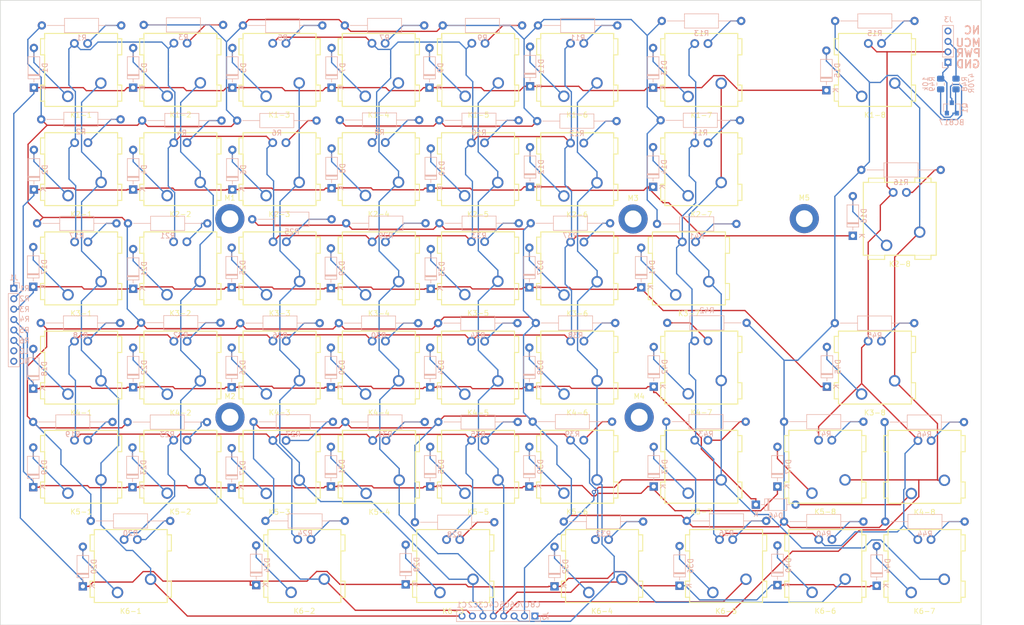
<source format=kicad_pcb>
(kicad_pcb (version 20171130) (host pcbnew 5.1.5+dfsg1-2build2)
  (layers (0 F.Cu signal) (31 B.Cu signal) (34 B.Paste user) (35 F.Paste user) (36 B.SilkS user) (37 F.SilkS user) (38 B.Mask user) (39 F.Mask user) (44 Edge.Cuts user))
  (net 0 "")
  (net 1 "Net-(K1-1-Pad3)")
  (net 2 "Net-(K1-2-Pad3)")
  (net 3 "Net-(K1-3-Pad3)")
  (net 4 "Net-(K1-4-Pad3)")
  (net 5 "Net-(K1-5-Pad3)")
  (net 6 "Net-(K1-6-Pad3)")
  (net 7 "Net-(K1-7-Pad3)")
  (net 8 "Net-(K1-8-Pad3)")
  (net 9 "Net-(K2-1-Pad3)")
  (net 10 "Net-(K2-2-Pad3)")
  (net 11 "Net-(K2-3-Pad3)")
  (net 12 "Net-(K2-4-Pad3)")
  (net 13 "Net-(K2-5-Pad3)")
  (net 14 "Net-(K2-7-Pad3)")
  (net 15 "Net-(K2-8-Pad3)")
  (net 16 "Net-(K2-6-Pad3)")
  (net 17 "Net-(D1-Pad2)")
  (net 18 ROW1)
  (net 19 "Net-(D2-Pad2)")
  (net 20 ROW2)
  (net 21 "Net-(D3-Pad2)")
  (net 22 "Net-(D4-Pad2)")
  (net 23 "Net-(D5-Pad2)")
  (net 24 "Net-(D6-Pad2)")
  (net 25 "Net-(D7-Pad2)")
  (net 26 "Net-(D8-Pad2)")
  (net 27 "Net-(D9-Pad2)")
  (net 28 "Net-(D10-Pad2)")
  (net 29 "Net-(D11-Pad2)")
  (net 30 "Net-(D12-Pad2)")
  (net 31 "Net-(D13-Pad2)")
  (net 32 "Net-(D14-Pad2)")
  (net 33 "Net-(D15-Pad2)")
  (net 34 "Net-(D16-Pad2)")
  (net 35 LED1-GND)
  (net 36 LED1-PWR)
  (net 37 "Net-(D17-Pad2)")
  (net 38 ROW3)
  (net 39 "Net-(D18-Pad2)")
  (net 40 ROW4)
  (net 41 "Net-(D19-Pad2)")
  (net 42 ROW5)
  (net 43 "Net-(D20-Pad2)")
  (net 44 ROW6)
  (net 45 "Net-(D21-Pad2)")
  (net 46 "Net-(D22-Pad2)")
  (net 47 "Net-(D23-Pad2)")
  (net 48 "Net-(D24-Pad2)")
  (net 49 "Net-(D25-Pad2)")
  (net 50 "Net-(D26-Pad2)")
  (net 51 "Net-(D27-Pad2)")
  (net 52 "Net-(D28-Pad2)")
  (net 53 "Net-(D29-Pad2)")
  (net 54 "Net-(D30-Pad2)")
  (net 55 "Net-(D31-Pad2)")
  (net 56 "Net-(D32-Pad2)")
  (net 57 "Net-(D33-Pad2)")
  (net 58 "Net-(D34-Pad2)")
  (net 59 "Net-(D35-Pad2)")
  (net 60 "Net-(D36-Pad2)")
  (net 61 "Net-(D37-Pad2)")
  (net 62 "Net-(D38-Pad2)")
  (net 63 "Net-(D39-Pad2)")
  (net 64 "Net-(D40-Pad2)")
  (net 65 "Net-(D41-Pad2)")
  (net 66 "Net-(D42-Pad2)")
  (net 67 "Net-(D43-Pad2)")
  (net 68 "Net-(D44-Pad2)")
  (net 69 "Net-(D45-Pad2)")
  (net 70 "Net-(D46-Pad2)")
  (net 71 "Net-(D47-Pad2)")
  (net 72 "Net-(K3-1-Pad3)")
  (net 73 "Net-(K3-2-Pad3)")
  (net 74 "Net-(K3-3-Pad3)")
  (net 75 "Net-(K3-4-Pad3)")
  (net 76 "Net-(K3-5-Pad3)")
  (net 77 "Net-(K3-6-Pad3)")
  (net 78 "Net-(K3-7-Pad3)")
  (net 79 "Net-(K3-8-Pad3)")
  (net 80 "Net-(K4-1-Pad3)")
  (net 81 "Net-(K4-2-Pad3)")
  (net 82 "Net-(K4-3-Pad3)")
  (net 83 "Net-(K4-4-Pad3)")
  (net 84 "Net-(K4-5-Pad3)")
  (net 85 "Net-(K4-6-Pad3)")
  (net 86 "Net-(K4-7-Pad3)")
  (net 87 "Net-(K4-8-Pad3)")
  (net 88 "Net-(K5-1-Pad3)")
  (net 89 "Net-(K5-2-Pad3)")
  (net 90 "Net-(K5-3-Pad3)")
  (net 91 "Net-(K5-4-Pad3)")
  (net 92 "Net-(K5-5-Pad3)")
  (net 93 "Net-(K5-6-Pad3)")
  (net 94 "Net-(K5-7-Pad3)")
  (net 95 "Net-(K5-8-Pad3)")
  (net 96 "Net-(K6-1-Pad3)")
  (net 97 "Net-(K6-2-Pad3)")
  (net 98 "Net-(K6-3-Pad3)")
  (net 99 "Net-(K6-4-Pad3)")
  (net 100 "Net-(K6-5-Pad3)")
  (net 101 "Net-(K6-6-Pad3)")
  (net 102 "Net-(K6-7-Pad3)")
  (net 103 COL1)
  (net 104 COL2)
  (net 105 COL3)
  (net 106 COL4)
  (net 107 COL5)
  (net 108 COL6)
  (net 109 COL7)
  (net 110 COL8)
  (net 111 GND)
  (net 112 "Net-(Q1-Pad1)")
  (net 113 MCU)
  (module Connector_PinHeader_2.00mm:PinHeader_1x04_P2.00mm_Vertical (layer B.Cu) (at 225.781 57.8612)
    (fp_text reference J3 (at 0.1016 -8.2042) (layer B.SilkS) (effects (justify mirror)))
    (fp_text value Conn_01x04_MountingPin)
    (pad 4 thru_hole oval (at 0 -6) (size 1.35 1.35) (drill 0.8) (layers *.Cu *.Mask))
    (pad 3 thru_hole oval (at 0 -4) (size 1.35 1.35) (drill 0.8) (layers *.Cu *.Mask) (net 113 MCU))
    (pad 2 thru_hole oval (at 0 -2) (size 1.35 1.35) (drill 0.8) (layers *.Cu *.Mask) (net 36 LED1-PWR))
    (pad 1 thru_hole rect (at 0 0) (size 1.35 1.35) (drill 0.8) (layers *.Cu *.Mask) (net 111 GND))
  )
  (module Resistor_SMD:R_0805_2012Metric_Pad1.15x1.40mm_HandSolder (layer B.Cu) (at 224.371 62.0414 270)
    (fp_text reference R49 (at 0 1.65 270) (layer B.SilkS) (effects (justify mirror)))
    (fp_text value 10k)
    (pad 2 smd roundrect (at 1.025 0 270) (size 1.15 1.4) (layers B.Cu B.Paste B.Mask) (roundrect_rratio 0.217391) (net 112 "Net-(Q1-Pad1)"))
    (pad 1 smd roundrect (at -1.025 0 270) (size 1.15 1.4) (layers B.Cu B.Paste B.Mask) (roundrect_rratio 0.217391) (net 111 GND))
  )
  (module Resistor_SMD:R_0805_2012Metric_Pad1.15x1.40mm_HandSolder (layer B.Cu) (at 227.321 62.0414 90)
    (fp_text reference R48 (at 0 1.65 270) (layer B.SilkS) (effects (justify mirror)))
    (fp_text value 470R)
    (pad 2 smd roundrect (at 1.025 0 90) (size 1.15 1.4) (layers B.Cu B.Paste B.Mask) (roundrect_rratio 0.217391) (net 113 MCU))
    (pad 1 smd roundrect (at -1.025 0 90) (size 1.15 1.4) (layers B.Cu B.Paste B.Mask) (roundrect_rratio 0.217391) (net 112 "Net-(Q1-Pad1)"))
  )
  (module Package_TO_SOT_SMD:SOT-23 (layer B.Cu) (at 226.521 66.6414 90)
    (fp_text reference Q1 (at 0 2.5 -90) (layer B.SilkS) (effects (justify mirror)))
    (fp_text value BC817)
    (pad 3 smd rect (at 1 0 90) (size 0.9 0.8) (layers B.Cu B.Paste B.Mask) (net 35 LED1-GND))
    (pad 2 smd rect (at -1 -0.95 90) (size 0.9 0.8) (layers B.Cu B.Paste B.Mask) (net 111 GND))
    (pad 1 smd rect (at -1 0.95 90) (size 0.9 0.8) (layers B.Cu B.Paste B.Mask) (net 112 "Net-(Q1-Pad1)"))
  )
  (module Connector_PinHeader_2.00mm:PinHeader_1x08_P2.00mm_Vertical (layer B.Cu) (at 146.482 164.186 90)
    (fp_text reference J2 (at 0 2.06 -90) (layer B.SilkS) (effects (justify mirror)))
    (fp_text value Conn_01x08_MountingPin)
    (pad 8 thru_hole oval (at 0 -14 90) (size 1.35 1.35) (drill 0.8) (layers *.Cu *.Mask) (net 103 COL1))
    (pad 7 thru_hole oval (at 0 -12 90) (size 1.35 1.35) (drill 0.8) (layers *.Cu *.Mask) (net 104 COL2))
    (pad 6 thru_hole oval (at 0 -10 90) (size 1.35 1.35) (drill 0.8) (layers *.Cu *.Mask) (net 105 COL3))
    (pad 5 thru_hole oval (at 0 -8 90) (size 1.35 1.35) (drill 0.8) (layers *.Cu *.Mask) (net 106 COL4))
    (pad 4 thru_hole oval (at 0 -6 90) (size 1.35 1.35) (drill 0.8) (layers *.Cu *.Mask) (net 107 COL5))
    (pad 3 thru_hole oval (at 0 -4 90) (size 1.35 1.35) (drill 0.8) (layers *.Cu *.Mask) (net 108 COL6))
    (pad 2 thru_hole oval (at 0 -2 90) (size 1.35 1.35) (drill 0.8) (layers *.Cu *.Mask) (net 109 COL7))
    (pad 1 thru_hole rect (at 0 0 90) (size 1.35 1.35) (drill 0.8) (layers *.Cu *.Mask) (net 110 COL8))
  )
  (module Connector_PinHeader_2.00mm:PinHeader_1x08_P2.00mm_Vertical (layer B.Cu) (at 46.4312 101.27 180)
    (fp_text reference J1 (at 0 2.06) (layer B.SilkS) (effects (justify mirror)))
    (fp_text value Conn_01x08_MountingPin)
    (pad 8 thru_hole oval (at 0 -14 180) (size 1.35 1.35) (drill 0.8) (layers *.Cu *.Mask))
    (pad 7 thru_hole oval (at 0 -12 180) (size 1.35 1.35) (drill 0.8) (layers *.Cu *.Mask))
    (pad 6 thru_hole oval (at 0 -10 180) (size 1.35 1.35) (drill 0.8) (layers *.Cu *.Mask) (net 44 ROW6))
    (pad 5 thru_hole oval (at 0 -8 180) (size 1.35 1.35) (drill 0.8) (layers *.Cu *.Mask) (net 42 ROW5))
    (pad 4 thru_hole oval (at 0 -6 180) (size 1.35 1.35) (drill 0.8) (layers *.Cu *.Mask) (net 40 ROW4))
    (pad 3 thru_hole oval (at 0 -4 180) (size 1.35 1.35) (drill 0.8) (layers *.Cu *.Mask) (net 38 ROW3))
    (pad 2 thru_hole oval (at 0 -2 180) (size 1.35 1.35) (drill 0.8) (layers *.Cu *.Mask) (net 20 ROW2))
    (pad 1 thru_hole rect (at 0 0 180) (size 1.35 1.35) (drill 0.8) (layers *.Cu *.Mask) (net 18 ROW1))
  )
  (module MountingHole:MountingHole_3.2mm_M3_DIN965_Pad (layer F.Cu) (at 198.196 87.884)
    (fp_text reference M5 (at 0 -4) (layer F.SilkS))
    (fp_text value MountingHole_3.2mm_M3_DIN965_Pad)
    (pad 5 thru_hole circle (at 0 0) (size 5.6 5.6) (drill 3.2) (layers *.Mask F.Cu))
  )
  (module MountingHole:MountingHole_3.2mm_M3_DIN965_Pad (layer F.Cu) (at 166.497 126.009)
    (fp_text reference M4 (at 0 -4) (layer F.SilkS))
    (fp_text value MountingHole_3.2mm_M3_DIN965_Pad)
    (pad 4 thru_hole circle (at 0 0) (size 5.6 5.6) (drill 3.2) (layers *.Cu *.Mask))
  )
  (module MountingHole:MountingHole_3.2mm_M3_DIN965_Pad (layer F.Cu) (at 87.9348 126.009)
    (fp_text reference M2 (at 0 -4) (layer F.SilkS))
    (fp_text value MountingHole_3.2mm_M3_DIN965_Pad)
    (pad 2 thru_hole circle (at 0 0) (size 5.6 5.6) (drill 3.2) (layers *.Cu *.Mask))
  )
  (module MountingHole:MountingHole_3.2mm_M3_DIN965_Pad (layer F.Cu) (at 87.9094 87.9094)
    (fp_text reference M1 (at 0 -4) (layer F.SilkS))
    (fp_text value MountingHole_3.2mm_M3_DIN965_Pad)
    (pad 1 thru_hole circle (at 0 0) (size 5.6 5.6) (drill 3.2) (layers *.Cu *.Mask))
  )
  (module MountingHole:MountingHole_3.2mm_M3_DIN965_Pad (layer F.Cu) (at 165.329 87.9602)
    (fp_text reference M3 (at 0 -4) (layer F.SilkS))
    (fp_text value MountingHole_3.2mm_M3_DIN965_Pad)
    (pad 3 thru_hole circle (at 0 0) (size 5.6 5.6) (drill 3.2) (layers *.Cu *.Mask))
  )
  (module MXfoot:CherryMX_1.25u_PCB_LED (layer F.Cu) (at 176.047 97.4344 180)
    (fp_text reference K3-7 (at 0 -8.6625) (layer F.SilkS))
    (fp_text value CherryMX_LED)
    (pad 4 thru_hole circle (at 1.27 5.08 180) (size 1.6906 1.6906) (drill 0.9906) (layers *.Cu *.Mask) (net 36 LED1-PWR))
    (pad 3 thru_hole circle (at -1.27 5.08 180) (size 1.6906 1.6906) (drill 0.9906) (layers *.Cu *.Mask) (net 78 "Net-(K3-7-Pad3)"))
    (pad 2 thru_hole circle (at 2.54 -5.08 180) (size 2.2 2.2) (drill 1.5) (layers *.Cu *.Mask) (net 65 "Net-(D41-Pad2)"))
    (pad 1 thru_hole circle (at -3.81 -2.54 180) (size 2.2 2.2) (drill 1.5) (layers *.Cu *.Mask) (net 109 COL7))
    (pad "" np_thru_hole circle (at 5.08 0 180) (size 1.75 1.75) (drill 1.75) (layers *.Cu *.Mask))
    (pad "" np_thru_hole circle (at -5.08 0 180) (size 1.75 1.75) (drill 1.75) (layers *.Cu *.Mask))
    (pad "" np_thru_hole circle (at 0 0 180) (size 4 4) (drill 4) (layers *.Cu *.Mask))
  )
  (module MXfoot:CherryMX_1.00u_PCB_LED (layer F.Cu) (at 221.259 154.584 180)
    (fp_text reference K6-7 (at 0 -8.6625) (layer F.SilkS))
    (fp_text value CherryMX_LED)
    (pad 4 thru_hole circle (at 1.27 5.08 180) (size 1.6906 1.6906) (drill 0.9906) (layers *.Cu *.Mask) (net 36 LED1-PWR))
    (pad 3 thru_hole circle (at -1.27 5.08 180) (size 1.6906 1.6906) (drill 0.9906) (layers *.Cu *.Mask) (net 102 "Net-(K6-7-Pad3)"))
    (pad 2 thru_hole circle (at 2.54 -5.08 180) (size 2.2 2.2) (drill 1.5) (layers *.Cu *.Mask) (net 68 "Net-(D44-Pad2)"))
    (pad 1 thru_hole circle (at -3.81 -2.54 180) (size 2.2 2.2) (drill 1.5) (layers *.Cu *.Mask) (net 109 COL7))
    (pad "" np_thru_hole circle (at 5.08 0 180) (size 1.75 1.75) (drill 1.75) (layers *.Cu *.Mask))
    (pad "" np_thru_hole circle (at -5.08 0 180) (size 1.75 1.75) (drill 1.75) (layers *.Cu *.Mask))
    (pad "" np_thru_hole circle (at 0 0 180) (size 4 4) (drill 4) (layers *.Cu *.Mask))
  )
  (module MXfoot:CherryMX_1.50u_PCB_LED (layer F.Cu) (at 159.36 154.584 180)
    (fp_text reference K6-4 (at 0 -8.6625) (layer F.SilkS))
    (fp_text value CherryMX_LED)
    (pad 4 thru_hole circle (at 1.27 5.08 180) (size 1.6906 1.6906) (drill 0.9906) (layers *.Cu *.Mask) (net 36 LED1-PWR))
    (pad 3 thru_hole circle (at -1.27 5.08 180) (size 1.6906 1.6906) (drill 0.9906) (layers *.Cu *.Mask) (net 99 "Net-(K6-4-Pad3)"))
    (pad 2 thru_hole circle (at 2.54 -5.08 180) (size 2.2 2.2) (drill 1.5) (layers *.Cu *.Mask) (net 56 "Net-(D32-Pad2)"))
    (pad 1 thru_hole circle (at -3.81 -2.54 180) (size 2.2 2.2) (drill 1.5) (layers *.Cu *.Mask) (net 106 COL4))
    (pad "" np_thru_hole circle (at 5.08 0 180) (size 1.75 1.75) (drill 1.75) (layers *.Cu *.Mask))
    (pad "" np_thru_hole circle (at -5.08 0 180) (size 1.75 1.75) (drill 1.75) (layers *.Cu *.Mask))
    (pad "" np_thru_hole circle (at 0 0 180) (size 4 4) (drill 4) (layers *.Cu *.Mask))
  )
  (module MXfoot:CherryMX_1.50u_PCB_LED (layer F.Cu) (at 130.785 154.584 180)
    (fp_text reference K6-3 (at 0 -8.6625) (layer F.SilkS))
    (fp_text value CherryMX_LED)
    (pad 4 thru_hole circle (at 1.27 5.08 180) (size 1.6906 1.6906) (drill 0.9906) (layers *.Cu *.Mask) (net 36 LED1-PWR))
    (pad 3 thru_hole circle (at -1.27 5.08 180) (size 1.6906 1.6906) (drill 0.9906) (layers *.Cu *.Mask) (net 98 "Net-(K6-3-Pad3)"))
    (pad 2 thru_hole circle (at 2.54 -5.08 180) (size 2.2 2.2) (drill 1.5) (layers *.Cu *.Mask) (net 52 "Net-(D28-Pad2)"))
    (pad 1 thru_hole circle (at -3.81 -2.54 180) (size 2.2 2.2) (drill 1.5) (layers *.Cu *.Mask) (net 105 COL3))
    (pad "" np_thru_hole circle (at 5.08 0 180) (size 1.75 1.75) (drill 1.75) (layers *.Cu *.Mask))
    (pad "" np_thru_hole circle (at -5.08 0 180) (size 1.75 1.75) (drill 1.75) (layers *.Cu *.Mask))
    (pad "" np_thru_hole circle (at 0 0 180) (size 4 4) (drill 4) (layers *.Cu *.Mask))
  )
  (module MXfoot:CherryMX_1.50u_PCB_LED (layer F.Cu) (at 102.21 154.559 180)
    (fp_text reference K6-2 (at 0 -8.6625) (layer F.SilkS))
    (fp_text value CherryMX_LED)
    (pad 4 thru_hole circle (at 1.27 5.08 180) (size 1.6906 1.6906) (drill 0.9906) (layers *.Cu *.Mask) (net 36 LED1-PWR))
    (pad 3 thru_hole circle (at -1.27 5.08 180) (size 1.6906 1.6906) (drill 0.9906) (layers *.Cu *.Mask) (net 97 "Net-(K6-2-Pad3)"))
    (pad 2 thru_hole circle (at 2.54 -5.08 180) (size 2.2 2.2) (drill 1.5) (layers *.Cu *.Mask) (net 48 "Net-(D24-Pad2)"))
    (pad 1 thru_hole circle (at -3.81 -2.54 180) (size 2.2 2.2) (drill 1.5) (layers *.Cu *.Mask) (net 104 COL2))
    (pad "" np_thru_hole circle (at 5.08 0 180) (size 1.75 1.75) (drill 1.75) (layers *.Cu *.Mask))
    (pad "" np_thru_hole circle (at -5.08 0 180) (size 1.75 1.75) (drill 1.75) (layers *.Cu *.Mask))
    (pad "" np_thru_hole circle (at 0 0 180) (size 4 4) (drill 4) (layers *.Cu *.Mask))
  )
  (module MXfoot:CherryMX_2.00u_PCB_LED (layer F.Cu) (at 68.8848 154.584 180)
    (fp_text reference K6-1 (at 0 -8.6625) (layer F.SilkS))
    (fp_text value CherryMX_LED)
    (pad 4 thru_hole circle (at 1.27 5.08 180) (size 1.6906 1.6906) (drill 0.9906) (layers *.Cu *.Mask) (net 36 LED1-PWR))
    (pad 3 thru_hole circle (at -1.27 5.08 180) (size 1.6906 1.6906) (drill 0.9906) (layers *.Cu *.Mask) (net 96 "Net-(K6-1-Pad3)"))
    (pad 2 thru_hole circle (at 2.54 -5.08 180) (size 2.2 2.2) (drill 1.5) (layers *.Cu *.Mask) (net 43 "Net-(D20-Pad2)"))
    (pad 1 thru_hole circle (at -3.81 -2.54 180) (size 2.2 2.2) (drill 1.5) (layers *.Cu *.Mask) (net 103 COL1))
    (pad "" np_thru_hole circle (at 5.08 0 180) (size 1.75 1.75) (drill 1.75) (layers *.Cu *.Mask))
    (pad "" np_thru_hole circle (at -5.08 0 180) (size 1.75 1.75) (drill 1.75) (layers *.Cu *.Mask))
    (pad "" np_thru_hole circle (at 0 0 180) (size 4 4) (drill 4) (layers *.Cu *.Mask))
  )
  (module MXfoot:CherryMX_1.00u_PCB_LED (layer F.Cu) (at 202.209 135.509 180)
    (fp_text reference K5-8 (at 0 -8.6625) (layer F.SilkS))
    (fp_text value CherryMX_LED)
    (pad 4 thru_hole circle (at 1.27 5.08 180) (size 1.6906 1.6906) (drill 0.9906) (layers *.Cu *.Mask) (net 36 LED1-PWR))
    (pad 3 thru_hole circle (at -1.27 5.08 180) (size 1.6906 1.6906) (drill 0.9906) (layers *.Cu *.Mask) (net 95 "Net-(K5-8-Pad3)"))
    (pad 2 thru_hole circle (at 2.54 -5.08 180) (size 2.2 2.2) (drill 1.5) (layers *.Cu *.Mask) (net 71 "Net-(D47-Pad2)"))
    (pad 1 thru_hole circle (at -3.81 -2.54 180) (size 2.2 2.2) (drill 1.5) (layers *.Cu *.Mask) (net 110 COL8))
    (pad "" np_thru_hole circle (at 5.08 0 180) (size 1.75 1.75) (drill 1.75) (layers *.Cu *.Mask))
    (pad "" np_thru_hole circle (at -5.08 0 180) (size 1.75 1.75) (drill 1.75) (layers *.Cu *.Mask))
    (pad "" np_thru_hole circle (at 0 0 180) (size 4 4) (drill 4) (layers *.Cu *.Mask))
  )
  (module MXfoot:CherryMX_2.00u_PCB_LED (layer F.Cu) (at 221.285 135.585 180)
    (fp_text reference K4-8 (at 0 -8.6625) (layer F.SilkS))
    (fp_text value CherryMX_LED)
    (pad 4 thru_hole circle (at 1.27 5.08 180) (size 1.6906 1.6906) (drill 0.9906) (layers *.Cu *.Mask) (net 36 LED1-PWR))
    (pad 3 thru_hole circle (at -1.27 5.08 180) (size 1.6906 1.6906) (drill 0.9906) (layers *.Cu *.Mask) (net 87 "Net-(K4-8-Pad3)"))
    (pad 2 thru_hole circle (at 2.54 -5.08 180) (size 2.2 2.2) (drill 1.5) (layers *.Cu *.Mask) (net 70 "Net-(D46-Pad2)"))
    (pad 1 thru_hole circle (at -3.81 -2.54 180) (size 2.2 2.2) (drill 1.5) (layers *.Cu *.Mask) (net 110 COL8))
    (pad "" np_thru_hole circle (at 5.08 0 180) (size 1.75 1.75) (drill 1.75) (layers *.Cu *.Mask))
    (pad "" np_thru_hole circle (at -5.08 0 180) (size 1.75 1.75) (drill 1.75) (layers *.Cu *.Mask))
    (pad "" np_thru_hole circle (at 0 0 180) (size 4 4) (drill 4) (layers *.Cu *.Mask))
  )
  (module MXfoot:CherryMX_1.00u_PCB_LED (layer F.Cu) (at 211.734 116.484 180)
    (fp_text reference K3-8 (at 0 -8.6625) (layer F.SilkS))
    (fp_text value CherryMX_LED)
    (pad 4 thru_hole circle (at 1.27 5.08 180) (size 1.6906 1.6906) (drill 0.9906) (layers *.Cu *.Mask) (net 36 LED1-PWR))
    (pad 3 thru_hole circle (at -1.27 5.08 180) (size 1.6906 1.6906) (drill 0.9906) (layers *.Cu *.Mask) (net 79 "Net-(K3-8-Pad3)"))
    (pad 2 thru_hole circle (at 2.54 -5.08 180) (size 2.2 2.2) (drill 1.5) (layers *.Cu *.Mask) (net 69 "Net-(D45-Pad2)"))
    (pad 1 thru_hole circle (at -3.81 -2.54 180) (size 2.2 2.2) (drill 1.5) (layers *.Cu *.Mask) (net 110 COL8))
    (pad "" np_thru_hole circle (at 5.08 0 180) (size 1.75 1.75) (drill 1.75) (layers *.Cu *.Mask))
    (pad "" np_thru_hole circle (at -5.08 0 180) (size 1.75 1.75) (drill 1.75) (layers *.Cu *.Mask))
    (pad "" np_thru_hole circle (at 0 0 180) (size 4 4) (drill 4) (layers *.Cu *.Mask))
  )
  (module Resistor_THT:R_Axial_DIN0207_L6.3mm_D2.5mm_P15.24mm_Horizontal (layer B.Cu) (at 204.064 107.95)
    (fp_text reference R45 (at 7.62 2.37) (layer B.SilkS) (effects (justify mirror)))
    (fp_text value R)
    (pad 2 thru_hole oval (at 15.24 0) (size 1.6 1.6) (drill 0.8) (layers *.Cu *.Mask) (net 79 "Net-(K3-8-Pad3)"))
    (pad 1 thru_hole circle (at 0 0) (size 1.6 1.6) (drill 0.8) (layers *.Cu *.Mask) (net 35 LED1-GND))
  )
  (module Diode_THT:D_DO-35_SOD27_P7.62mm_Horizontal (layer B.Cu) (at 202.54 120.142 90)
    (fp_text reference D45 (at 3.81 2.12 90) (layer B.SilkS) (effects (justify mirror)))
    (fp_text value 1N4148)
    (fp_text user K (at 0 1.8 90) (layer B.SilkS) (effects (justify mirror)))
    (pad 2 thru_hole oval (at 7.62 0 90) (size 1.6 1.6) (drill 0.8) (layers *.Cu *.Mask) (net 69 "Net-(D45-Pad2)"))
    (pad 1 thru_hole rect (at 0 0 90) (size 1.6 1.6) (drill 0.8) (layers *.Cu *.Mask) (net 38 ROW3))
  )
  (module Resistor_THT:R_Axial_DIN0207_L6.3mm_D2.5mm_P15.24mm_Horizontal (layer B.Cu) (at 194.31 126.873)
    (fp_text reference R47 (at 7.62 2.37) (layer B.SilkS) (effects (justify mirror)))
    (fp_text value R)
    (pad 2 thru_hole oval (at 15.24 0) (size 1.6 1.6) (drill 0.8) (layers *.Cu *.Mask) (net 95 "Net-(K5-8-Pad3)"))
    (pad 1 thru_hole circle (at 0 0) (size 1.6 1.6) (drill 0.8) (layers *.Cu *.Mask) (net 35 LED1-GND))
  )
  (module Resistor_THT:R_Axial_DIN0207_L6.3mm_D2.5mm_P15.24mm_Horizontal (layer B.Cu) (at 213.614 126.949)
    (fp_text reference R46 (at 7.62 2.37) (layer B.SilkS) (effects (justify mirror)))
    (fp_text value R)
    (pad 2 thru_hole oval (at 15.24 0) (size 1.6 1.6) (drill 0.8) (layers *.Cu *.Mask) (net 87 "Net-(K4-8-Pad3)"))
    (pad 1 thru_hole circle (at 0 0) (size 1.6 1.6) (drill 0.8) (layers *.Cu *.Mask) (net 35 LED1-GND))
  )
  (module Resistor_THT:R_Axial_DIN0207_L6.3mm_D2.5mm_P15.24mm_Horizontal (layer B.Cu) (at 213.741 146.05)
    (fp_text reference R44 (at 7.62 2.37) (layer B.SilkS) (effects (justify mirror)))
    (fp_text value R)
    (pad 2 thru_hole oval (at 15.24 0) (size 1.6 1.6) (drill 0.8) (layers *.Cu *.Mask) (net 102 "Net-(K6-7-Pad3)"))
    (pad 1 thru_hole circle (at 0 0) (size 1.6 1.6) (drill 0.8) (layers *.Cu *.Mask) (net 35 LED1-GND))
  )
  (module Resistor_THT:R_Axial_DIN0207_L6.3mm_D2.5mm_P15.24mm_Horizontal (layer B.Cu) (at 171.704 126.873)
    (fp_text reference R43 (at 7.62 2.37) (layer B.SilkS) (effects (justify mirror)))
    (fp_text value R)
    (pad 2 thru_hole oval (at 15.24 0) (size 1.6 1.6) (drill 0.8) (layers *.Cu *.Mask) (net 94 "Net-(K5-7-Pad3)"))
    (pad 1 thru_hole circle (at 0 0) (size 1.6 1.6) (drill 0.8) (layers *.Cu *.Mask) (net 35 LED1-GND))
  )
  (module Resistor_THT:R_Axial_DIN0207_L6.3mm_D2.5mm_P15.24mm_Horizontal (layer B.Cu) (at 187.122 107.899 180)
    (fp_text reference R42 (at 7.62 2.37) (layer B.SilkS) (effects (justify mirror)))
    (fp_text value R)
    (pad 2 thru_hole oval (at 15.24 0 180) (size 1.6 1.6) (drill 0.8) (layers *.Cu *.Mask) (net 86 "Net-(K4-7-Pad3)"))
    (pad 1 thru_hole circle (at 0 0 180) (size 1.6 1.6) (drill 0.8) (layers *.Cu *.Mask) (net 35 LED1-GND))
  )
  (module Resistor_THT:R_Axial_DIN0207_L6.3mm_D2.5mm_P15.24mm_Horizontal (layer B.Cu) (at 169.926 88.9)
    (fp_text reference R41 (at 7.62 2.37) (layer B.SilkS) (effects (justify mirror)))
    (fp_text value R)
    (pad 2 thru_hole oval (at 15.24 0) (size 1.6 1.6) (drill 0.8) (layers *.Cu *.Mask) (net 78 "Net-(K3-7-Pad3)"))
    (pad 1 thru_hole circle (at 0 0) (size 1.6 1.6) (drill 0.8) (layers *.Cu *.Mask) (net 35 LED1-GND))
  )
  (module Resistor_THT:R_Axial_DIN0207_L6.3mm_D2.5mm_P15.24mm_Horizontal (layer B.Cu) (at 194.31 146.05)
    (fp_text reference R40 (at 7.62 2.37) (layer B.SilkS) (effects (justify mirror)))
    (fp_text value R)
    (pad 2 thru_hole oval (at 15.24 0) (size 1.6 1.6) (drill 0.8) (layers *.Cu *.Mask) (net 101 "Net-(K6-6-Pad3)"))
    (pad 1 thru_hole circle (at 0 0) (size 1.6 1.6) (drill 0.8) (layers *.Cu *.Mask) (net 35 LED1-GND))
  )
  (module Resistor_THT:R_Axial_DIN0207_L6.3mm_D2.5mm_P15.24mm_Horizontal (layer B.Cu) (at 146.05 126.873)
    (fp_text reference R39 (at 7.62 2.37) (layer B.SilkS) (effects (justify mirror)))
    (fp_text value R)
    (pad 2 thru_hole oval (at 15.24 0) (size 1.6 1.6) (drill 0.8) (layers *.Cu *.Mask) (net 93 "Net-(K5-6-Pad3)"))
    (pad 1 thru_hole circle (at 0 0) (size 1.6 1.6) (drill 0.8) (layers *.Cu *.Mask) (net 35 LED1-GND))
  )
  (module Resistor_THT:R_Axial_DIN0207_L6.3mm_D2.5mm_P15.24mm_Horizontal (layer B.Cu) (at 146.66 107.925)
    (fp_text reference R38 (at 7.62 2.37) (layer B.SilkS) (effects (justify mirror)))
    (fp_text value R)
    (pad 2 thru_hole oval (at 15.24 0) (size 1.6 1.6) (drill 0.8) (layers *.Cu *.Mask) (net 85 "Net-(K4-6-Pad3)"))
    (pad 1 thru_hole circle (at 0 0) (size 1.6 1.6) (drill 0.8) (layers *.Cu *.Mask) (net 35 LED1-GND))
  )
  (module Resistor_THT:R_Axial_DIN0207_L6.3mm_D2.5mm_P15.24mm_Horizontal (layer B.Cu) (at 145.669 88.773)
    (fp_text reference R37 (at 7.62 2.37) (layer B.SilkS) (effects (justify mirror)))
    (fp_text value R)
    (pad 2 thru_hole oval (at 15.24 0) (size 1.6 1.6) (drill 0.8) (layers *.Cu *.Mask) (net 77 "Net-(K3-6-Pad3)"))
    (pad 1 thru_hole circle (at 0 0) (size 1.6 1.6) (drill 0.8) (layers *.Cu *.Mask) (net 35 LED1-GND))
  )
  (module Resistor_THT:R_Axial_DIN0207_L6.3mm_D2.5mm_P15.24mm_Horizontal (layer B.Cu) (at 175.641 145.923)
    (fp_text reference R36 (at 7.62 2.37) (layer B.SilkS) (effects (justify mirror)))
    (fp_text value R)
    (pad 2 thru_hole oval (at 15.24 0) (size 1.6 1.6) (drill 0.8) (layers *.Cu *.Mask) (net 100 "Net-(K6-5-Pad3)"))
    (pad 1 thru_hole circle (at 0 0) (size 1.6 1.6) (drill 0.8) (layers *.Cu *.Mask) (net 35 LED1-GND))
  )
  (module Resistor_THT:R_Axial_DIN0207_L6.3mm_D2.5mm_P15.24mm_Horizontal (layer B.Cu) (at 127.94 126.924)
    (fp_text reference R35 (at 7.62 2.37) (layer B.SilkS) (effects (justify mirror)))
    (fp_text value R)
    (pad 2 thru_hole oval (at 15.24 0) (size 1.6 1.6) (drill 0.8) (layers *.Cu *.Mask) (net 92 "Net-(K5-5-Pad3)"))
    (pad 1 thru_hole circle (at 0 0) (size 1.6 1.6) (drill 0.8) (layers *.Cu *.Mask) (net 35 LED1-GND))
  )
  (module Resistor_THT:R_Axial_DIN0207_L6.3mm_D2.5mm_P15.24mm_Horizontal (layer B.Cu) (at 127.889 107.95)
    (fp_text reference R34 (at 7.62 2.37) (layer B.SilkS) (effects (justify mirror)))
    (fp_text value R)
    (pad 2 thru_hole oval (at 15.24 0) (size 1.6 1.6) (drill 0.8) (layers *.Cu *.Mask) (net 84 "Net-(K4-5-Pad3)"))
    (pad 1 thru_hole circle (at 0 0) (size 1.6 1.6) (drill 0.8) (layers *.Cu *.Mask) (net 35 LED1-GND))
  )
  (module Resistor_THT:R_Axial_DIN0207_L6.3mm_D2.5mm_P15.24mm_Horizontal (layer B.Cu) (at 128.143 88.773)
    (fp_text reference R33 (at 7.62 2.37) (layer B.SilkS) (effects (justify mirror)))
    (fp_text value R)
    (pad 2 thru_hole oval (at 15.24 0) (size 1.6 1.6) (drill 0.8) (layers *.Cu *.Mask) (net 76 "Net-(K3-5-Pad3)"))
    (pad 1 thru_hole circle (at 0 0) (size 1.6 1.6) (drill 0.8) (layers *.Cu *.Mask) (net 35 LED1-GND))
  )
  (module Resistor_THT:R_Axial_DIN0207_L6.3mm_D2.5mm_P15.24mm_Horizontal (layer B.Cu) (at 152.019 146.05)
    (fp_text reference R32 (at 7.62 2.37) (layer B.SilkS) (effects (justify mirror)))
    (fp_text value R)
    (pad 2 thru_hole oval (at 15.24 0) (size 1.6 1.6) (drill 0.8) (layers *.Cu *.Mask) (net 99 "Net-(K6-4-Pad3)"))
    (pad 1 thru_hole circle (at 0 0) (size 1.6 1.6) (drill 0.8) (layers *.Cu *.Mask) (net 35 LED1-GND))
  )
  (module Resistor_THT:R_Axial_DIN0207_L6.3mm_D2.5mm_P15.24mm_Horizontal (layer B.Cu) (at 110.084 126.924)
    (fp_text reference R31 (at 7.62 2.37) (layer B.SilkS) (effects (justify mirror)))
    (fp_text value R)
    (pad 2 thru_hole oval (at 15.24 0) (size 1.6 1.6) (drill 0.8) (layers *.Cu *.Mask) (net 91 "Net-(K5-4-Pad3)"))
    (pad 1 thru_hole circle (at 0 0) (size 1.6 1.6) (drill 0.8) (layers *.Cu *.Mask) (net 35 LED1-GND))
  )
  (module Resistor_THT:R_Axial_DIN0207_L6.3mm_D2.5mm_P15.24mm_Horizontal (layer B.Cu) (at 108.839 107.95)
    (fp_text reference R30 (at 7.62 2.37) (layer B.SilkS) (effects (justify mirror)))
    (fp_text value R)
    (pad 2 thru_hole oval (at 15.24 0) (size 1.6 1.6) (drill 0.8) (layers *.Cu *.Mask) (net 83 "Net-(K4-4-Pad3)"))
    (pad 1 thru_hole circle (at 0 0) (size 1.6 1.6) (drill 0.8) (layers *.Cu *.Mask) (net 35 LED1-GND))
  )
  (module Resistor_THT:R_Axial_DIN0207_L6.3mm_D2.5mm_P15.24mm_Horizontal (layer B.Cu) (at 110.236 88.773)
    (fp_text reference R29 (at 7.62 2.37) (layer B.SilkS) (effects (justify mirror)))
    (fp_text value R)
    (pad 2 thru_hole oval (at 15.24 0) (size 1.6 1.6) (drill 0.8) (layers *.Cu *.Mask) (net 75 "Net-(K3-4-Pad3)"))
    (pad 1 thru_hole circle (at 0 0) (size 1.6 1.6) (drill 0.8) (layers *.Cu *.Mask) (net 35 LED1-GND))
  )
  (module Resistor_THT:R_Axial_DIN0207_L6.3mm_D2.5mm_P15.24mm_Horizontal (layer B.Cu) (at 123.444 146.177)
    (fp_text reference R28 (at 7.62 2.37) (layer B.SilkS) (effects (justify mirror)))
    (fp_text value R)
    (pad 2 thru_hole oval (at 15.24 0) (size 1.6 1.6) (drill 0.8) (layers *.Cu *.Mask) (net 98 "Net-(K6-3-Pad3)"))
    (pad 1 thru_hole circle (at 0 0) (size 1.6 1.6) (drill 0.8) (layers *.Cu *.Mask) (net 35 LED1-GND))
  )
  (module Resistor_THT:R_Axial_DIN0207_L6.3mm_D2.5mm_P15.24mm_Horizontal (layer B.Cu) (at 92.456 126.898)
    (fp_text reference R27 (at 7.62 2.37) (layer B.SilkS) (effects (justify mirror)))
    (fp_text value R)
    (pad 2 thru_hole oval (at 15.24 0) (size 1.6 1.6) (drill 0.8) (layers *.Cu *.Mask) (net 90 "Net-(K5-3-Pad3)"))
    (pad 1 thru_hole circle (at 0 0) (size 1.6 1.6) (drill 0.8) (layers *.Cu *.Mask) (net 35 LED1-GND))
  )
  (module Resistor_THT:R_Axial_DIN0207_L6.3mm_D2.5mm_P15.24mm_Horizontal (layer B.Cu) (at 89.916 107.95)
    (fp_text reference R26 (at 7.62 2.37) (layer B.SilkS) (effects (justify mirror)))
    (fp_text value R)
    (pad 2 thru_hole oval (at 15.24 0) (size 1.6 1.6) (drill 0.8) (layers *.Cu *.Mask) (net 82 "Net-(K4-3-Pad3)"))
    (pad 1 thru_hole circle (at 0 0) (size 1.6 1.6) (drill 0.8) (layers *.Cu *.Mask) (net 35 LED1-GND))
  )
  (module Resistor_THT:R_Axial_DIN0207_L6.3mm_D2.5mm_P15.24mm_Horizontal (layer B.Cu) (at 92.202 88.011)
    (fp_text reference R25 (at 7.62 2.37) (layer B.SilkS) (effects (justify mirror)))
    (fp_text value R)
    (pad 2 thru_hole oval (at 15.24 0) (size 1.6 1.6) (drill 0.8) (layers *.Cu *.Mask) (net 74 "Net-(K3-3-Pad3)"))
    (pad 1 thru_hole circle (at 0 0) (size 1.6 1.6) (drill 0.8) (layers *.Cu *.Mask) (net 35 LED1-GND))
  )
  (module Resistor_THT:R_Axial_DIN0207_L6.3mm_D2.5mm_P15.24mm_Horizontal (layer B.Cu) (at 94.742 145.923)
    (fp_text reference R24 (at 7.62 2.37) (layer B.SilkS) (effects (justify mirror)))
    (fp_text value R)
    (pad 2 thru_hole oval (at 15.24 0) (size 1.6 1.6) (drill 0.8) (layers *.Cu *.Mask) (net 97 "Net-(K6-2-Pad3)"))
    (pad 1 thru_hole circle (at 0 0) (size 1.6 1.6) (drill 0.8) (layers *.Cu *.Mask) (net 35 LED1-GND))
  )
  (module Resistor_THT:R_Axial_DIN0207_L6.3mm_D2.5mm_P15.24mm_Horizontal (layer B.Cu) (at 68.2752 126.949)
    (fp_text reference R23 (at 7.62 2.37) (layer B.SilkS) (effects (justify mirror)))
    (fp_text value R)
    (pad 2 thru_hole oval (at 15.24 0) (size 1.6 1.6) (drill 0.8) (layers *.Cu *.Mask) (net 89 "Net-(K5-2-Pad3)"))
    (pad 1 thru_hole circle (at 0 0) (size 1.6 1.6) (drill 0.8) (layers *.Cu *.Mask) (net 35 LED1-GND))
  )
  (module Resistor_THT:R_Axial_DIN0207_L6.3mm_D2.5mm_P15.24mm_Horizontal (layer B.Cu) (at 70.866 107.874)
    (fp_text reference R22 (at 7.62 2.37) (layer B.SilkS) (effects (justify mirror)))
    (fp_text value R)
    (pad 2 thru_hole oval (at 15.24 0) (size 1.6 1.6) (drill 0.8) (layers *.Cu *.Mask) (net 81 "Net-(K4-2-Pad3)"))
    (pad 1 thru_hole circle (at 0 0) (size 1.6 1.6) (drill 0.8) (layers *.Cu *.Mask) (net 35 LED1-GND))
  )
  (module Resistor_THT:R_Axial_DIN0207_L6.3mm_D2.5mm_P15.24mm_Horizontal (layer B.Cu) (at 68.3514 88.7984)
    (fp_text reference R21 (at 7.62 2.37) (layer B.SilkS) (effects (justify mirror)))
    (fp_text value R)
    (pad 2 thru_hole oval (at 15.24 0) (size 1.6 1.6) (drill 0.8) (layers *.Cu *.Mask) (net 73 "Net-(K3-2-Pad3)"))
    (pad 1 thru_hole circle (at 0 0) (size 1.6 1.6) (drill 0.8) (layers *.Cu *.Mask) (net 35 LED1-GND))
  )
  (module Resistor_THT:R_Axial_DIN0207_L6.3mm_D2.5mm_P15.24mm_Horizontal (layer B.Cu) (at 61.214 145.923)
    (fp_text reference R20 (at 7.62 2.37) (layer B.SilkS) (effects (justify mirror)))
    (fp_text value R)
    (pad 2 thru_hole oval (at 15.24 0) (size 1.6 1.6) (drill 0.8) (layers *.Cu *.Mask) (net 96 "Net-(K6-1-Pad3)"))
    (pad 1 thru_hole circle (at 0 0) (size 1.6 1.6) (drill 0.8) (layers *.Cu *.Mask) (net 35 LED1-GND))
  )
  (module Resistor_THT:R_Axial_DIN0207_L6.3mm_D2.5mm_P15.24mm_Horizontal (layer B.Cu) (at 50.1396 126.924)
    (fp_text reference R19 (at 7.62 2.37) (layer B.SilkS) (effects (justify mirror)))
    (fp_text value R)
    (pad 2 thru_hole oval (at 15.24 0) (size 1.6 1.6) (drill 0.8) (layers *.Cu *.Mask) (net 88 "Net-(K5-1-Pad3)"))
    (pad 1 thru_hole circle (at 0 0) (size 1.6 1.6) (drill 0.8) (layers *.Cu *.Mask) (net 35 LED1-GND))
  )
  (module Resistor_THT:R_Axial_DIN0207_L6.3mm_D2.5mm_P15.24mm_Horizontal (layer B.Cu) (at 51.6128 107.925)
    (fp_text reference R18 (at 7.62 2.37) (layer B.SilkS) (effects (justify mirror)))
    (fp_text value R)
    (pad 2 thru_hole oval (at 15.24 0) (size 1.6 1.6) (drill 0.8) (layers *.Cu *.Mask) (net 80 "Net-(K4-1-Pad3)"))
    (pad 1 thru_hole circle (at 0 0) (size 1.6 1.6) (drill 0.8) (layers *.Cu *.Mask) (net 35 LED1-GND))
  )
  (module Resistor_THT:R_Axial_DIN0207_L6.3mm_D2.5mm_P15.24mm_Horizontal (layer B.Cu) (at 50.9016 88.7984)
    (fp_text reference R17 (at 7.62 2.37) (layer B.SilkS) (effects (justify mirror)))
    (fp_text value R)
    (pad 2 thru_hole oval (at 15.24 0) (size 1.6 1.6) (drill 0.8) (layers *.Cu *.Mask) (net 72 "Net-(K3-1-Pad3)"))
    (pad 1 thru_hole circle (at 0 0) (size 1.6 1.6) (drill 0.8) (layers *.Cu *.Mask) (net 35 LED1-GND))
  )
  (module MXfoot:CherryMX_1.50u_PCB_LED (layer F.Cu) (at 178.435 135.509 180)
    (fp_text reference K5-7 (at 0 -8.6625) (layer F.SilkS))
    (fp_text value CherryMX_LED)
    (pad 4 thru_hole circle (at 1.27 5.08 180) (size 1.6906 1.6906) (drill 0.9906) (layers *.Cu *.Mask) (net 36 LED1-PWR))
    (pad 3 thru_hole circle (at -1.27 5.08 180) (size 1.6906 1.6906) (drill 0.9906) (layers *.Cu *.Mask) (net 94 "Net-(K5-7-Pad3)"))
    (pad 2 thru_hole circle (at 2.54 -5.08 180) (size 2.2 2.2) (drill 1.5) (layers *.Cu *.Mask) (net 67 "Net-(D43-Pad2)"))
    (pad 1 thru_hole circle (at -3.81 -2.54 180) (size 2.2 2.2) (drill 1.5) (layers *.Cu *.Mask) (net 109 COL7))
    (pad "" np_thru_hole circle (at 5.08 0 180) (size 1.75 1.75) (drill 1.75) (layers *.Cu *.Mask))
    (pad "" np_thru_hole circle (at -5.08 0 180) (size 1.75 1.75) (drill 1.75) (layers *.Cu *.Mask))
    (pad "" np_thru_hole circle (at 0 0 180) (size 4 4) (drill 4) (layers *.Cu *.Mask))
  )
  (module MXfoot:CherryMX_1.50u_PCB_LED (layer F.Cu) (at 178.435 116.434 180)
    (fp_text reference K4-7 (at 0 -8.6625) (layer F.SilkS))
    (fp_text value CherryMX_LED)
    (pad 4 thru_hole circle (at 1.27 5.08 180) (size 1.6906 1.6906) (drill 0.9906) (layers *.Cu *.Mask) (net 36 LED1-PWR))
    (pad 3 thru_hole circle (at -1.27 5.08 180) (size 1.6906 1.6906) (drill 0.9906) (layers *.Cu *.Mask) (net 86 "Net-(K4-7-Pad3)"))
    (pad 2 thru_hole circle (at 2.54 -5.08 180) (size 2.2 2.2) (drill 1.5) (layers *.Cu *.Mask) (net 66 "Net-(D42-Pad2)"))
    (pad 1 thru_hole circle (at -3.81 -2.54 180) (size 2.2 2.2) (drill 1.5) (layers *.Cu *.Mask) (net 109 COL7))
    (pad "" np_thru_hole circle (at 5.08 0 180) (size 1.75 1.75) (drill 1.75) (layers *.Cu *.Mask))
    (pad "" np_thru_hole circle (at -5.08 0 180) (size 1.75 1.75) (drill 1.75) (layers *.Cu *.Mask))
    (pad "" np_thru_hole circle (at 0 0 180) (size 4 4) (drill 4) (layers *.Cu *.Mask))
  )
  (module MXfoot:CherryMX_1.00u_PCB_LED (layer F.Cu) (at 202.235 154.559 180)
    (fp_text reference K6-6 (at 0 -8.6625) (layer F.SilkS))
    (fp_text value CherryMX_LED)
    (pad 4 thru_hole circle (at 1.27 5.08 180) (size 1.6906 1.6906) (drill 0.9906) (layers *.Cu *.Mask) (net 36 LED1-PWR))
    (pad 3 thru_hole circle (at -1.27 5.08 180) (size 1.6906 1.6906) (drill 0.9906) (layers *.Cu *.Mask) (net 101 "Net-(K6-6-Pad3)"))
    (pad 2 thru_hole circle (at 2.54 -5.08 180) (size 2.2 2.2) (drill 1.5) (layers *.Cu *.Mask) (net 64 "Net-(D40-Pad2)"))
    (pad 1 thru_hole circle (at -3.81 -2.54 180) (size 2.2 2.2) (drill 1.5) (layers *.Cu *.Mask) (net 108 COL6))
    (pad "" np_thru_hole circle (at 5.08 0 180) (size 1.75 1.75) (drill 1.75) (layers *.Cu *.Mask))
    (pad "" np_thru_hole circle (at -5.08 0 180) (size 1.75 1.75) (drill 1.75) (layers *.Cu *.Mask))
    (pad "" np_thru_hole circle (at 0 0 180) (size 4 4) (drill 4) (layers *.Cu *.Mask))
  )
  (module MXfoot:CherryMX_1.00u_PCB_LED (layer F.Cu) (at 154.584 135.509 180)
    (fp_text reference K5-6 (at 0 -8.6625) (layer F.SilkS))
    (fp_text value CherryMX_LED)
    (pad 4 thru_hole circle (at 1.27 5.08 180) (size 1.6906 1.6906) (drill 0.9906) (layers *.Cu *.Mask) (net 36 LED1-PWR))
    (pad 3 thru_hole circle (at -1.27 5.08 180) (size 1.6906 1.6906) (drill 0.9906) (layers *.Cu *.Mask) (net 93 "Net-(K5-6-Pad3)"))
    (pad 2 thru_hole circle (at 2.54 -5.08 180) (size 2.2 2.2) (drill 1.5) (layers *.Cu *.Mask) (net 63 "Net-(D39-Pad2)"))
    (pad 1 thru_hole circle (at -3.81 -2.54 180) (size 2.2 2.2) (drill 1.5) (layers *.Cu *.Mask) (net 108 COL6))
    (pad "" np_thru_hole circle (at 5.08 0 180) (size 1.75 1.75) (drill 1.75) (layers *.Cu *.Mask))
    (pad "" np_thru_hole circle (at -5.08 0 180) (size 1.75 1.75) (drill 1.75) (layers *.Cu *.Mask))
    (pad "" np_thru_hole circle (at 0 0 180) (size 4 4) (drill 4) (layers *.Cu *.Mask))
  )
  (module MXfoot:CherryMX_1.00u_PCB_LED (layer F.Cu) (at 154.61 116.484 180)
    (fp_text reference K4-6 (at 0 -8.6625) (layer F.SilkS))
    (fp_text value CherryMX_LED)
    (pad 4 thru_hole circle (at 1.27 5.08 180) (size 1.6906 1.6906) (drill 0.9906) (layers *.Cu *.Mask) (net 36 LED1-PWR))
    (pad 3 thru_hole circle (at -1.27 5.08 180) (size 1.6906 1.6906) (drill 0.9906) (layers *.Cu *.Mask) (net 85 "Net-(K4-6-Pad3)"))
    (pad 2 thru_hole circle (at 2.54 -5.08 180) (size 2.2 2.2) (drill 1.5) (layers *.Cu *.Mask) (net 62 "Net-(D38-Pad2)"))
    (pad 1 thru_hole circle (at -3.81 -2.54 180) (size 2.2 2.2) (drill 1.5) (layers *.Cu *.Mask) (net 108 COL6))
    (pad "" np_thru_hole circle (at 5.08 0 180) (size 1.75 1.75) (drill 1.75) (layers *.Cu *.Mask))
    (pad "" np_thru_hole circle (at -5.08 0 180) (size 1.75 1.75) (drill 1.75) (layers *.Cu *.Mask))
    (pad "" np_thru_hole circle (at 0 0 180) (size 4 4) (drill 4) (layers *.Cu *.Mask))
  )
  (module MXfoot:CherryMX_1.00u_PCB_LED (layer F.Cu) (at 154.61 97.4598 180)
    (fp_text reference K3-6 (at 0 -8.6625) (layer F.SilkS))
    (fp_text value CherryMX_LED)
    (pad 4 thru_hole circle (at 1.27 5.08 180) (size 1.6906 1.6906) (drill 0.9906) (layers *.Cu *.Mask) (net 36 LED1-PWR))
    (pad 3 thru_hole circle (at -1.27 5.08 180) (size 1.6906 1.6906) (drill 0.9906) (layers *.Cu *.Mask) (net 77 "Net-(K3-6-Pad3)"))
    (pad 2 thru_hole circle (at 2.54 -5.08 180) (size 2.2 2.2) (drill 1.5) (layers *.Cu *.Mask) (net 61 "Net-(D37-Pad2)"))
    (pad 1 thru_hole circle (at -3.81 -2.54 180) (size 2.2 2.2) (drill 1.5) (layers *.Cu *.Mask) (net 108 COL6))
    (pad "" np_thru_hole circle (at 5.08 0 180) (size 1.75 1.75) (drill 1.75) (layers *.Cu *.Mask))
    (pad "" np_thru_hole circle (at -5.08 0 180) (size 1.75 1.75) (drill 1.75) (layers *.Cu *.Mask))
    (pad "" np_thru_hole circle (at 0 0 180) (size 4 4) (drill 4) (layers *.Cu *.Mask))
  )
  (module MXfoot:CherryMX_1.00u_PCB_LED (layer F.Cu) (at 183.185 154.584 180)
    (fp_text reference K6-5 (at 0 -8.6625) (layer F.SilkS))
    (fp_text value CherryMX_LED)
    (pad 4 thru_hole circle (at 1.27 5.08 180) (size 1.6906 1.6906) (drill 0.9906) (layers *.Cu *.Mask) (net 36 LED1-PWR))
    (pad 3 thru_hole circle (at -1.27 5.08 180) (size 1.6906 1.6906) (drill 0.9906) (layers *.Cu *.Mask) (net 100 "Net-(K6-5-Pad3)"))
    (pad 2 thru_hole circle (at 2.54 -5.08 180) (size 2.2 2.2) (drill 1.5) (layers *.Cu *.Mask) (net 60 "Net-(D36-Pad2)"))
    (pad 1 thru_hole circle (at -3.81 -2.54 180) (size 2.2 2.2) (drill 1.5) (layers *.Cu *.Mask) (net 107 COL5))
    (pad "" np_thru_hole circle (at 5.08 0 180) (size 1.75 1.75) (drill 1.75) (layers *.Cu *.Mask))
    (pad "" np_thru_hole circle (at -5.08 0 180) (size 1.75 1.75) (drill 1.75) (layers *.Cu *.Mask))
    (pad "" np_thru_hole circle (at 0 0 180) (size 4 4) (drill 4) (layers *.Cu *.Mask))
  )
  (module MXfoot:CherryMX_1.00u_PCB_LED (layer F.Cu) (at 135.585 135.534 180)
    (fp_text reference K5-5 (at 0 -8.6625) (layer F.SilkS))
    (fp_text value CherryMX_LED)
    (pad 4 thru_hole circle (at 1.27 5.08 180) (size 1.6906 1.6906) (drill 0.9906) (layers *.Cu *.Mask) (net 36 LED1-PWR))
    (pad 3 thru_hole circle (at -1.27 5.08 180) (size 1.6906 1.6906) (drill 0.9906) (layers *.Cu *.Mask) (net 92 "Net-(K5-5-Pad3)"))
    (pad 2 thru_hole circle (at 2.54 -5.08 180) (size 2.2 2.2) (drill 1.5) (layers *.Cu *.Mask) (net 59 "Net-(D35-Pad2)"))
    (pad 1 thru_hole circle (at -3.81 -2.54 180) (size 2.2 2.2) (drill 1.5) (layers *.Cu *.Mask) (net 107 COL5))
    (pad "" np_thru_hole circle (at 5.08 0 180) (size 1.75 1.75) (drill 1.75) (layers *.Cu *.Mask))
    (pad "" np_thru_hole circle (at -5.08 0 180) (size 1.75 1.75) (drill 1.75) (layers *.Cu *.Mask))
    (pad "" np_thru_hole circle (at 0 0 180) (size 4 4) (drill 4) (layers *.Cu *.Mask))
  )
  (module MXfoot:CherryMX_1.00u_PCB_LED (layer F.Cu) (at 135.56 116.51 180)
    (fp_text reference K4-5 (at 0 -8.6625) (layer F.SilkS))
    (fp_text value CherryMX_LED)
    (pad 4 thru_hole circle (at 1.27 5.08 180) (size 1.6906 1.6906) (drill 0.9906) (layers *.Cu *.Mask) (net 36 LED1-PWR))
    (pad 3 thru_hole circle (at -1.27 5.08 180) (size 1.6906 1.6906) (drill 0.9906) (layers *.Cu *.Mask) (net 84 "Net-(K4-5-Pad3)"))
    (pad 2 thru_hole circle (at 2.54 -5.08 180) (size 2.2 2.2) (drill 1.5) (layers *.Cu *.Mask) (net 58 "Net-(D34-Pad2)"))
    (pad 1 thru_hole circle (at -3.81 -2.54 180) (size 2.2 2.2) (drill 1.5) (layers *.Cu *.Mask) (net 107 COL5))
    (pad "" np_thru_hole circle (at 5.08 0 180) (size 1.75 1.75) (drill 1.75) (layers *.Cu *.Mask))
    (pad "" np_thru_hole circle (at -5.08 0 180) (size 1.75 1.75) (drill 1.75) (layers *.Cu *.Mask))
    (pad "" np_thru_hole circle (at 0 0 180) (size 4 4) (drill 4) (layers *.Cu *.Mask))
  )
  (module MXfoot:CherryMX_1.00u_PCB_LED (layer F.Cu) (at 135.56 97.3836 180)
    (fp_text reference K3-5 (at 0 -8.6625) (layer F.SilkS))
    (fp_text value CherryMX_LED)
    (pad 4 thru_hole circle (at 1.27 5.08 180) (size 1.6906 1.6906) (drill 0.9906) (layers *.Cu *.Mask) (net 36 LED1-PWR))
    (pad 3 thru_hole circle (at -1.27 5.08 180) (size 1.6906 1.6906) (drill 0.9906) (layers *.Cu *.Mask) (net 76 "Net-(K3-5-Pad3)"))
    (pad 2 thru_hole circle (at 2.54 -5.08 180) (size 2.2 2.2) (drill 1.5) (layers *.Cu *.Mask) (net 57 "Net-(D33-Pad2)"))
    (pad 1 thru_hole circle (at -3.81 -2.54 180) (size 2.2 2.2) (drill 1.5) (layers *.Cu *.Mask) (net 107 COL5))
    (pad "" np_thru_hole circle (at 5.08 0 180) (size 1.75 1.75) (drill 1.75) (layers *.Cu *.Mask))
    (pad "" np_thru_hole circle (at -5.08 0 180) (size 1.75 1.75) (drill 1.75) (layers *.Cu *.Mask))
    (pad "" np_thru_hole circle (at 0 0 180) (size 4 4) (drill 4) (layers *.Cu *.Mask))
  )
  (module MXfoot:CherryMX_1.00u_PCB_LED (layer F.Cu) (at 116.611 135.56 180)
    (fp_text reference K5-4 (at 0 -8.6625) (layer F.SilkS))
    (fp_text value CherryMX_LED)
    (pad 4 thru_hole circle (at 1.27 5.08 180) (size 1.6906 1.6906) (drill 0.9906) (layers *.Cu *.Mask) (net 36 LED1-PWR))
    (pad 3 thru_hole circle (at -1.27 5.08 180) (size 1.6906 1.6906) (drill 0.9906) (layers *.Cu *.Mask) (net 91 "Net-(K5-4-Pad3)"))
    (pad 2 thru_hole circle (at 2.54 -5.08 180) (size 2.2 2.2) (drill 1.5) (layers *.Cu *.Mask) (net 55 "Net-(D31-Pad2)"))
    (pad 1 thru_hole circle (at -3.81 -2.54 180) (size 2.2 2.2) (drill 1.5) (layers *.Cu *.Mask) (net 106 COL4))
    (pad "" np_thru_hole circle (at 5.08 0 180) (size 1.75 1.75) (drill 1.75) (layers *.Cu *.Mask))
    (pad "" np_thru_hole circle (at -5.08 0 180) (size 1.75 1.75) (drill 1.75) (layers *.Cu *.Mask))
    (pad "" np_thru_hole circle (at 0 0 180) (size 4 4) (drill 4) (layers *.Cu *.Mask))
  )
  (module MXfoot:CherryMX_1.00u_PCB_LED (layer F.Cu) (at 116.51 116.484 180)
    (fp_text reference K4-4 (at 0 -8.6625) (layer F.SilkS))
    (fp_text value CherryMX_LED)
    (pad 4 thru_hole circle (at 1.27 5.08 180) (size 1.6906 1.6906) (drill 0.9906) (layers *.Cu *.Mask) (net 36 LED1-PWR))
    (pad 3 thru_hole circle (at -1.27 5.08 180) (size 1.6906 1.6906) (drill 0.9906) (layers *.Cu *.Mask) (net 83 "Net-(K4-4-Pad3)"))
    (pad 2 thru_hole circle (at 2.54 -5.08 180) (size 2.2 2.2) (drill 1.5) (layers *.Cu *.Mask) (net 54 "Net-(D30-Pad2)"))
    (pad 1 thru_hole circle (at -3.81 -2.54 180) (size 2.2 2.2) (drill 1.5) (layers *.Cu *.Mask) (net 106 COL4))
    (pad "" np_thru_hole circle (at 5.08 0 180) (size 1.75 1.75) (drill 1.75) (layers *.Cu *.Mask))
    (pad "" np_thru_hole circle (at -5.08 0 180) (size 1.75 1.75) (drill 1.75) (layers *.Cu *.Mask))
    (pad "" np_thru_hole circle (at 0 0 180) (size 4 4) (drill 4) (layers *.Cu *.Mask))
  )
  (module MXfoot:CherryMX_1.00u_PCB_LED (layer F.Cu) (at 116.51 97.4344 180)
    (fp_text reference K3-4 (at 0 -8.6625) (layer F.SilkS))
    (fp_text value CherryMX_LED)
    (pad 4 thru_hole circle (at 1.27 5.08 180) (size 1.6906 1.6906) (drill 0.9906) (layers *.Cu *.Mask) (net 36 LED1-PWR))
    (pad 3 thru_hole circle (at -1.27 5.08 180) (size 1.6906 1.6906) (drill 0.9906) (layers *.Cu *.Mask) (net 75 "Net-(K3-4-Pad3)"))
    (pad 2 thru_hole circle (at 2.54 -5.08 180) (size 2.2 2.2) (drill 1.5) (layers *.Cu *.Mask) (net 53 "Net-(D29-Pad2)"))
    (pad 1 thru_hole circle (at -3.81 -2.54 180) (size 2.2 2.2) (drill 1.5) (layers *.Cu *.Mask) (net 106 COL4))
    (pad "" np_thru_hole circle (at 5.08 0 180) (size 1.75 1.75) (drill 1.75) (layers *.Cu *.Mask))
    (pad "" np_thru_hole circle (at -5.08 0 180) (size 1.75 1.75) (drill 1.75) (layers *.Cu *.Mask))
    (pad "" np_thru_hole circle (at 0 0 180) (size 4 4) (drill 4) (layers *.Cu *.Mask))
  )
  (module MXfoot:CherryMX_1.00u_PCB_LED (layer F.Cu) (at 97.4344 135.56 180)
    (fp_text reference K5-3 (at 0 -8.6625) (layer F.SilkS))
    (fp_text value CherryMX_LED)
    (pad 4 thru_hole circle (at 1.27 5.08 180) (size 1.6906 1.6906) (drill 0.9906) (layers *.Cu *.Mask) (net 36 LED1-PWR))
    (pad 3 thru_hole circle (at -1.27 5.08 180) (size 1.6906 1.6906) (drill 0.9906) (layers *.Cu *.Mask) (net 90 "Net-(K5-3-Pad3)"))
    (pad 2 thru_hole circle (at 2.54 -5.08 180) (size 2.2 2.2) (drill 1.5) (layers *.Cu *.Mask) (net 51 "Net-(D27-Pad2)"))
    (pad 1 thru_hole circle (at -3.81 -2.54 180) (size 2.2 2.2) (drill 1.5) (layers *.Cu *.Mask) (net 105 COL3))
    (pad "" np_thru_hole circle (at 5.08 0 180) (size 1.75 1.75) (drill 1.75) (layers *.Cu *.Mask))
    (pad "" np_thru_hole circle (at -5.08 0 180) (size 1.75 1.75) (drill 1.75) (layers *.Cu *.Mask))
    (pad "" np_thru_hole circle (at 0 0 180) (size 4 4) (drill 4) (layers *.Cu *.Mask))
  )
  (module MXfoot:CherryMX_1.00u_PCB_LED (layer F.Cu) (at 97.4598 116.459 180)
    (fp_text reference K4-3 (at 0 -8.6625) (layer F.SilkS))
    (fp_text value CherryMX_LED)
    (pad 4 thru_hole circle (at 1.27 5.08 180) (size 1.6906 1.6906) (drill 0.9906) (layers *.Cu *.Mask) (net 36 LED1-PWR))
    (pad 3 thru_hole circle (at -1.27 5.08 180) (size 1.6906 1.6906) (drill 0.9906) (layers *.Cu *.Mask) (net 82 "Net-(K4-3-Pad3)"))
    (pad 2 thru_hole circle (at 2.54 -5.08 180) (size 2.2 2.2) (drill 1.5) (layers *.Cu *.Mask) (net 50 "Net-(D26-Pad2)"))
    (pad 1 thru_hole circle (at -3.81 -2.54 180) (size 2.2 2.2) (drill 1.5) (layers *.Cu *.Mask) (net 105 COL3))
    (pad "" np_thru_hole circle (at 5.08 0 180) (size 1.75 1.75) (drill 1.75) (layers *.Cu *.Mask))
    (pad "" np_thru_hole circle (at -5.08 0 180) (size 1.75 1.75) (drill 1.75) (layers *.Cu *.Mask))
    (pad "" np_thru_hole circle (at 0 0 180) (size 4 4) (drill 4) (layers *.Cu *.Mask))
  )
  (module MXfoot:CherryMX_1.00u_PCB_LED (layer F.Cu) (at 97.4852 97.409 180)
    (fp_text reference K3-3 (at 0 -8.6625) (layer F.SilkS))
    (fp_text value CherryMX_LED)
    (pad 4 thru_hole circle (at 1.27 5.08 180) (size 1.6906 1.6906) (drill 0.9906) (layers *.Cu *.Mask) (net 36 LED1-PWR))
    (pad 3 thru_hole circle (at -1.27 5.08 180) (size 1.6906 1.6906) (drill 0.9906) (layers *.Cu *.Mask) (net 74 "Net-(K3-3-Pad3)"))
    (pad 2 thru_hole circle (at 2.54 -5.08 180) (size 2.2 2.2) (drill 1.5) (layers *.Cu *.Mask) (net 49 "Net-(D25-Pad2)"))
    (pad 1 thru_hole circle (at -3.81 -2.54 180) (size 2.2 2.2) (drill 1.5) (layers *.Cu *.Mask) (net 105 COL3))
    (pad "" np_thru_hole circle (at 5.08 0 180) (size 1.75 1.75) (drill 1.75) (layers *.Cu *.Mask))
    (pad "" np_thru_hole circle (at -5.08 0 180) (size 1.75 1.75) (drill 1.75) (layers *.Cu *.Mask))
    (pad "" np_thru_hole circle (at 0 0 180) (size 4 4) (drill 4) (layers *.Cu *.Mask))
  )
  (module MXfoot:CherryMX_1.00u_PCB_LED (layer F.Cu) (at 78.4098 135.509 180)
    (fp_text reference K5-2 (at 0 -8.6625) (layer F.SilkS))
    (fp_text value CherryMX_LED)
    (pad 4 thru_hole circle (at 1.27 5.08 180) (size 1.6906 1.6906) (drill 0.9906) (layers *.Cu *.Mask) (net 36 LED1-PWR))
    (pad 3 thru_hole circle (at -1.27 5.08 180) (size 1.6906 1.6906) (drill 0.9906) (layers *.Cu *.Mask) (net 89 "Net-(K5-2-Pad3)"))
    (pad 2 thru_hole circle (at 2.54 -5.08 180) (size 2.2 2.2) (drill 1.5) (layers *.Cu *.Mask) (net 47 "Net-(D23-Pad2)"))
    (pad 1 thru_hole circle (at -3.81 -2.54 180) (size 2.2 2.2) (drill 1.5) (layers *.Cu *.Mask) (net 104 COL2))
    (pad "" np_thru_hole circle (at 5.08 0 180) (size 1.75 1.75) (drill 1.75) (layers *.Cu *.Mask))
    (pad "" np_thru_hole circle (at -5.08 0 180) (size 1.75 1.75) (drill 1.75) (layers *.Cu *.Mask))
    (pad "" np_thru_hole circle (at 0 0 180) (size 4 4) (drill 4) (layers *.Cu *.Mask))
  )
  (module MXfoot:CherryMX_1.00u_PCB_LED (layer F.Cu) (at 78.4352 116.51 180)
    (fp_text reference K4-2 (at 0 -8.6625) (layer F.SilkS))
    (fp_text value CherryMX_LED)
    (pad 4 thru_hole circle (at 1.27 5.08 180) (size 1.6906 1.6906) (drill 0.9906) (layers *.Cu *.Mask) (net 36 LED1-PWR))
    (pad 3 thru_hole circle (at -1.27 5.08 180) (size 1.6906 1.6906) (drill 0.9906) (layers *.Cu *.Mask) (net 81 "Net-(K4-2-Pad3)"))
    (pad 2 thru_hole circle (at 2.54 -5.08 180) (size 2.2 2.2) (drill 1.5) (layers *.Cu *.Mask) (net 46 "Net-(D22-Pad2)"))
    (pad 1 thru_hole circle (at -3.81 -2.54 180) (size 2.2 2.2) (drill 1.5) (layers *.Cu *.Mask) (net 104 COL2))
    (pad "" np_thru_hole circle (at 5.08 0 180) (size 1.75 1.75) (drill 1.75) (layers *.Cu *.Mask))
    (pad "" np_thru_hole circle (at -5.08 0 180) (size 1.75 1.75) (drill 1.75) (layers *.Cu *.Mask))
    (pad "" np_thru_hole circle (at 0 0 180) (size 4 4) (drill 4) (layers *.Cu *.Mask))
  )
  (module MXfoot:CherryMX_1.00u_PCB_LED (layer F.Cu) (at 78.3844 97.409 180)
    (fp_text reference K3-2 (at 0 -8.6625) (layer F.SilkS))
    (fp_text value CherryMX_LED)
    (pad 4 thru_hole circle (at 1.27 5.08 180) (size 1.6906 1.6906) (drill 0.9906) (layers *.Cu *.Mask) (net 36 LED1-PWR))
    (pad 3 thru_hole circle (at -1.27 5.08 180) (size 1.6906 1.6906) (drill 0.9906) (layers *.Cu *.Mask) (net 73 "Net-(K3-2-Pad3)"))
    (pad 2 thru_hole circle (at 2.54 -5.08 180) (size 2.2 2.2) (drill 1.5) (layers *.Cu *.Mask) (net 45 "Net-(D21-Pad2)"))
    (pad 1 thru_hole circle (at -3.81 -2.54 180) (size 2.2 2.2) (drill 1.5) (layers *.Cu *.Mask) (net 104 COL2))
    (pad "" np_thru_hole circle (at 5.08 0 180) (size 1.75 1.75) (drill 1.75) (layers *.Cu *.Mask))
    (pad "" np_thru_hole circle (at -5.08 0 180) (size 1.75 1.75) (drill 1.75) (layers *.Cu *.Mask))
    (pad "" np_thru_hole circle (at 0 0 180) (size 4 4) (drill 4) (layers *.Cu *.Mask))
  )
  (module MXfoot:CherryMX_1.00u_PCB_LED (layer F.Cu) (at 59.3598 135.509 180)
    (fp_text reference K5-1 (at 0 -8.6625) (layer F.SilkS))
    (fp_text value CherryMX_LED)
    (pad 4 thru_hole circle (at 1.27 5.08 180) (size 1.6906 1.6906) (drill 0.9906) (layers *.Cu *.Mask) (net 36 LED1-PWR))
    (pad 3 thru_hole circle (at -1.27 5.08 180) (size 1.6906 1.6906) (drill 0.9906) (layers *.Cu *.Mask) (net 88 "Net-(K5-1-Pad3)"))
    (pad 2 thru_hole circle (at 2.54 -5.08 180) (size 2.2 2.2) (drill 1.5) (layers *.Cu *.Mask) (net 41 "Net-(D19-Pad2)"))
    (pad 1 thru_hole circle (at -3.81 -2.54 180) (size 2.2 2.2) (drill 1.5) (layers *.Cu *.Mask) (net 103 COL1))
    (pad "" np_thru_hole circle (at 5.08 0 180) (size 1.75 1.75) (drill 1.75) (layers *.Cu *.Mask))
    (pad "" np_thru_hole circle (at -5.08 0 180) (size 1.75 1.75) (drill 1.75) (layers *.Cu *.Mask))
    (pad "" np_thru_hole circle (at 0 0 180) (size 4 4) (drill 4) (layers *.Cu *.Mask))
  )
  (module MXfoot:CherryMX_1.00u_PCB_LED (layer F.Cu) (at 59.3598 116.484 180)
    (fp_text reference K4-1 (at 0 -8.6625) (layer F.SilkS))
    (fp_text value CherryMX_LED)
    (pad 4 thru_hole circle (at 1.27 5.08 180) (size 1.6906 1.6906) (drill 0.9906) (layers *.Cu *.Mask) (net 36 LED1-PWR))
    (pad 3 thru_hole circle (at -1.27 5.08 180) (size 1.6906 1.6906) (drill 0.9906) (layers *.Cu *.Mask) (net 80 "Net-(K4-1-Pad3)"))
    (pad 2 thru_hole circle (at 2.54 -5.08 180) (size 2.2 2.2) (drill 1.5) (layers *.Cu *.Mask) (net 39 "Net-(D18-Pad2)"))
    (pad 1 thru_hole circle (at -3.81 -2.54 180) (size 2.2 2.2) (drill 1.5) (layers *.Cu *.Mask) (net 103 COL1))
    (pad "" np_thru_hole circle (at 5.08 0 180) (size 1.75 1.75) (drill 1.75) (layers *.Cu *.Mask))
    (pad "" np_thru_hole circle (at -5.08 0 180) (size 1.75 1.75) (drill 1.75) (layers *.Cu *.Mask))
    (pad "" np_thru_hole circle (at 0 0 180) (size 4 4) (drill 4) (layers *.Cu *.Mask))
  )
  (module MXfoot:CherryMX_1.00u_PCB_LED (layer F.Cu) (at 59.3852 97.4344 180)
    (fp_text reference K3-1 (at 0 -8.6625) (layer F.SilkS))
    (fp_text value CherryMX_LED)
    (pad 4 thru_hole circle (at 1.27 5.08 180) (size 1.6906 1.6906) (drill 0.9906) (layers *.Cu *.Mask) (net 36 LED1-PWR))
    (pad 3 thru_hole circle (at -1.27 5.08 180) (size 1.6906 1.6906) (drill 0.9906) (layers *.Cu *.Mask) (net 72 "Net-(K3-1-Pad3)"))
    (pad 2 thru_hole circle (at 2.54 -5.08 180) (size 2.2 2.2) (drill 1.5) (layers *.Cu *.Mask) (net 37 "Net-(D17-Pad2)"))
    (pad 1 thru_hole circle (at -3.81 -2.54 180) (size 2.2 2.2) (drill 1.5) (layers *.Cu *.Mask) (net 103 COL1))
    (pad "" np_thru_hole circle (at 5.08 0 180) (size 1.75 1.75) (drill 1.75) (layers *.Cu *.Mask))
    (pad "" np_thru_hole circle (at -5.08 0 180) (size 1.75 1.75) (drill 1.75) (layers *.Cu *.Mask))
    (pad "" np_thru_hole circle (at 0 0 180) (size 4 4) (drill 4) (layers *.Cu *.Mask))
  )
  (module Diode_THT:D_DO-35_SOD27_P7.62mm_Horizontal (layer B.Cu) (at 193.04 139.319 90)
    (fp_text reference D47 (at 3.81 2.12 270) (layer B.SilkS) (effects (justify mirror)))
    (fp_text value 1N4148)
    (fp_text user K (at 0 1.8 270) (layer B.SilkS) (effects (justify mirror)))
    (pad 2 thru_hole oval (at 7.62 0 90) (size 1.6 1.6) (drill 0.8) (layers *.Cu *.Mask) (net 71 "Net-(D47-Pad2)"))
    (pad 1 thru_hole rect (at 0 0 90) (size 1.6 1.6) (drill 0.8) (layers *.Cu *.Mask) (net 42 ROW5))
  )
  (module Diode_THT:D_DO-35_SOD27_P7.62mm_Horizontal (layer B.Cu) (at 188.9 142.799)
    (fp_text reference D46 (at 3.81 2.12) (layer B.SilkS) (effects (justify mirror)))
    (fp_text value 1N4148)
    (fp_text user K (at 0 1.8) (layer B.SilkS) (effects (justify mirror)))
    (pad 2 thru_hole oval (at 7.62 0) (size 1.6 1.6) (drill 0.8) (layers *.Cu *.Mask) (net 70 "Net-(D46-Pad2)"))
    (pad 1 thru_hole rect (at 0 0) (size 1.6 1.6) (drill 0.8) (layers *.Cu *.Mask) (net 40 ROW4))
  )
  (module Diode_THT:D_DO-35_SOD27_P7.62mm_Horizontal (layer B.Cu) (at 212.09 158.369 90)
    (fp_text reference D44 (at 3.81 2.12 90) (layer B.SilkS) (effects (justify mirror)))
    (fp_text value 1N4148)
    (fp_text user K (at 0 1.8 90) (layer B.SilkS) (effects (justify mirror)))
    (pad 2 thru_hole oval (at 7.62 0 90) (size 1.6 1.6) (drill 0.8) (layers *.Cu *.Mask) (net 68 "Net-(D44-Pad2)"))
    (pad 1 thru_hole rect (at 0 0 90) (size 1.6 1.6) (drill 0.8) (layers *.Cu *.Mask) (net 44 ROW6))
  )
  (module Diode_THT:D_DO-35_SOD27_P7.62mm_Horizontal (layer B.Cu) (at 169.291 139.319 90)
    (fp_text reference D43 (at 3.81 2.12 270) (layer B.SilkS) (effects (justify mirror)))
    (fp_text value 1N4148)
    (fp_text user K (at 0 1.8 270) (layer B.SilkS) (effects (justify mirror)))
    (pad 2 thru_hole oval (at 7.62 0 90) (size 1.6 1.6) (drill 0.8) (layers *.Cu *.Mask) (net 67 "Net-(D43-Pad2)"))
    (pad 1 thru_hole rect (at 0 0 90) (size 1.6 1.6) (drill 0.8) (layers *.Cu *.Mask) (net 42 ROW5))
  )
  (module Diode_THT:D_DO-35_SOD27_P7.62mm_Horizontal (layer B.Cu) (at 169.291 120.142 90)
    (fp_text reference D42 (at 3.81 2.12 270) (layer B.SilkS) (effects (justify mirror)))
    (fp_text value 1N4148)
    (fp_text user K (at 0 1.8 270) (layer B.SilkS) (effects (justify mirror)))
    (pad 2 thru_hole oval (at 7.62 0 90) (size 1.6 1.6) (drill 0.8) (layers *.Cu *.Mask) (net 66 "Net-(D42-Pad2)"))
    (pad 1 thru_hole rect (at 0 0 90) (size 1.6 1.6) (drill 0.8) (layers *.Cu *.Mask) (net 40 ROW4))
  )
  (module Diode_THT:D_DO-35_SOD27_P7.62mm_Horizontal (layer B.Cu) (at 166.878 101.092 90)
    (fp_text reference D41 (at 3.81 2.12 90) (layer B.SilkS) (effects (justify mirror)))
    (fp_text value 1N4148)
    (fp_text user K (at 0 1.8 90) (layer B.SilkS) (effects (justify mirror)))
    (pad 2 thru_hole oval (at 7.62 0 90) (size 1.6 1.6) (drill 0.8) (layers *.Cu *.Mask) (net 65 "Net-(D41-Pad2)"))
    (pad 1 thru_hole rect (at 0 0 90) (size 1.6 1.6) (drill 0.8) (layers *.Cu *.Mask) (net 38 ROW3))
  )
  (module Diode_THT:D_DO-35_SOD27_P7.62mm_Horizontal (layer B.Cu) (at 193.04 158.242 90)
    (fp_text reference D40 (at 3.81 2.12 90) (layer B.SilkS) (effects (justify mirror)))
    (fp_text value 1N4148)
    (fp_text user K (at 0 1.8 90) (layer B.SilkS) (effects (justify mirror)))
    (pad 2 thru_hole oval (at 7.62 0 90) (size 1.6 1.6) (drill 0.8) (layers *.Cu *.Mask) (net 64 "Net-(D40-Pad2)"))
    (pad 1 thru_hole rect (at 0 0 90) (size 1.6 1.6) (drill 0.8) (layers *.Cu *.Mask) (net 44 ROW6))
  )
  (module Diode_THT:D_DO-35_SOD27_P7.62mm_Horizontal (layer B.Cu) (at 145.415 139.319 90)
    (fp_text reference D39 (at 3.81 2.12 90) (layer B.SilkS) (effects (justify mirror)))
    (fp_text value 1N4148)
    (fp_text user K (at 0 1.8 90) (layer B.SilkS) (effects (justify mirror)))
    (pad 2 thru_hole oval (at 7.62 0 90) (size 1.6 1.6) (drill 0.8) (layers *.Cu *.Mask) (net 63 "Net-(D39-Pad2)"))
    (pad 1 thru_hole rect (at 0 0 90) (size 1.6 1.6) (drill 0.8) (layers *.Cu *.Mask) (net 42 ROW5))
  )
  (module Diode_THT:D_DO-35_SOD27_P7.62mm_Horizontal (layer B.Cu) (at 145.415 120.269 90)
    (fp_text reference D38 (at 3.81 2.12 270) (layer B.SilkS) (effects (justify mirror)))
    (fp_text value 1N4148)
    (fp_text user K (at 0 1.8 270) (layer B.SilkS) (effects (justify mirror)))
    (pad 2 thru_hole oval (at 7.62 0 90) (size 1.6 1.6) (drill 0.8) (layers *.Cu *.Mask) (net 62 "Net-(D38-Pad2)"))
    (pad 1 thru_hole rect (at 0 0 90) (size 1.6 1.6) (drill 0.8) (layers *.Cu *.Mask) (net 40 ROW4))
  )
  (module Diode_THT:D_DO-35_SOD27_P7.62mm_Horizontal (layer B.Cu) (at 145.415 101.092 90)
    (fp_text reference D37 (at 3.81 2.12 90) (layer B.SilkS) (effects (justify mirror)))
    (fp_text value 1N4148)
    (fp_text user K (at 0 1.8 90) (layer B.SilkS) (effects (justify mirror)))
    (pad 2 thru_hole oval (at 7.62 0 90) (size 1.6 1.6) (drill 0.8) (layers *.Cu *.Mask) (net 61 "Net-(D37-Pad2)"))
    (pad 1 thru_hole rect (at 0 0 90) (size 1.6 1.6) (drill 0.8) (layers *.Cu *.Mask) (net 38 ROW3))
  )
  (module Diode_THT:D_DO-35_SOD27_P7.62mm_Horizontal (layer B.Cu) (at 174.244 158.369 90)
    (fp_text reference D36 (at 3.81 2.12 90) (layer B.SilkS) (effects (justify mirror)))
    (fp_text value 1N4148)
    (fp_text user K (at 0 1.8 90) (layer B.SilkS) (effects (justify mirror)))
    (pad 2 thru_hole oval (at 7.62 0 90) (size 1.6 1.6) (drill 0.8) (layers *.Cu *.Mask) (net 60 "Net-(D36-Pad2)"))
    (pad 1 thru_hole rect (at 0 0 90) (size 1.6 1.6) (drill 0.8) (layers *.Cu *.Mask) (net 44 ROW6))
  )
  (module Diode_THT:D_DO-35_SOD27_P7.62mm_Horizontal (layer B.Cu) (at 126.365 139.319 90)
    (fp_text reference D35 (at 3.81 2.12 90) (layer B.SilkS) (effects (justify mirror)))
    (fp_text value 1N4148)
    (fp_text user K (at 0 1.8 90) (layer B.SilkS) (effects (justify mirror)))
    (pad 2 thru_hole oval (at 7.62 0 90) (size 1.6 1.6) (drill 0.8) (layers *.Cu *.Mask) (net 59 "Net-(D35-Pad2)"))
    (pad 1 thru_hole rect (at 0 0 90) (size 1.6 1.6) (drill 0.8) (layers *.Cu *.Mask) (net 42 ROW5))
  )
  (module Diode_THT:D_DO-35_SOD27_P7.62mm_Horizontal (layer B.Cu) (at 126.365 120.269 90)
    (fp_text reference D34 (at 3.81 2.12 270) (layer B.SilkS) (effects (justify mirror)))
    (fp_text value 1N4148)
    (fp_text user K (at 0 1.8 270) (layer B.SilkS) (effects (justify mirror)))
    (pad 2 thru_hole oval (at 7.62 0 90) (size 1.6 1.6) (drill 0.8) (layers *.Cu *.Mask) (net 58 "Net-(D34-Pad2)"))
    (pad 1 thru_hole rect (at 0 0 90) (size 1.6 1.6) (drill 0.8) (layers *.Cu *.Mask) (net 40 ROW4))
  )
  (module Diode_THT:D_DO-35_SOD27_P7.62mm_Horizontal (layer B.Cu) (at 126.492 101.346 90)
    (fp_text reference D33 (at 3.81 2.12 270) (layer B.SilkS) (effects (justify mirror)))
    (fp_text value 1N4148)
    (fp_text user K (at 0 1.8 270) (layer B.SilkS) (effects (justify mirror)))
    (pad 2 thru_hole oval (at 7.62 0 90) (size 1.6 1.6) (drill 0.8) (layers *.Cu *.Mask) (net 57 "Net-(D33-Pad2)"))
    (pad 1 thru_hole rect (at 0 0 90) (size 1.6 1.6) (drill 0.8) (layers *.Cu *.Mask) (net 38 ROW3))
  )
  (module Diode_THT:D_DO-35_SOD27_P7.62mm_Horizontal (layer B.Cu) (at 150.241 158.496 90)
    (fp_text reference D32 (at 3.81 2.12 270) (layer B.SilkS) (effects (justify mirror)))
    (fp_text value 1N4148)
    (fp_text user K (at 0 1.8 270) (layer B.SilkS) (effects (justify mirror)))
    (pad 2 thru_hole oval (at 7.62 0 90) (size 1.6 1.6) (drill 0.8) (layers *.Cu *.Mask) (net 56 "Net-(D32-Pad2)"))
    (pad 1 thru_hole rect (at 0 0 90) (size 1.6 1.6) (drill 0.8) (layers *.Cu *.Mask) (net 44 ROW6))
  )
  (module Diode_THT:D_DO-35_SOD27_P7.62mm_Horizontal (layer B.Cu) (at 107.315 139.319 90)
    (fp_text reference D31 (at 3.81 2.12 270) (layer B.SilkS) (effects (justify mirror)))
    (fp_text value 1N4148)
    (fp_text user K (at 0 1.8 270) (layer B.SilkS) (effects (justify mirror)))
    (pad 2 thru_hole oval (at 7.62 0 90) (size 1.6 1.6) (drill 0.8) (layers *.Cu *.Mask) (net 55 "Net-(D31-Pad2)"))
    (pad 1 thru_hole rect (at 0 0 90) (size 1.6 1.6) (drill 0.8) (layers *.Cu *.Mask) (net 42 ROW5))
  )
  (module Diode_THT:D_DO-35_SOD27_P7.62mm_Horizontal (layer B.Cu) (at 107.315 120.269 90)
    (fp_text reference D30 (at 3.81 2.12 270) (layer B.SilkS) (effects (justify mirror)))
    (fp_text value 1N4148)
    (fp_text user K (at 0 1.8 270) (layer B.SilkS) (effects (justify mirror)))
    (pad 2 thru_hole oval (at 7.62 0 90) (size 1.6 1.6) (drill 0.8) (layers *.Cu *.Mask) (net 54 "Net-(D30-Pad2)"))
    (pad 1 thru_hole rect (at 0 0 90) (size 1.6 1.6) (drill 0.8) (layers *.Cu *.Mask) (net 40 ROW4))
  )
  (module Diode_THT:D_DO-35_SOD27_P7.62mm_Horizontal (layer B.Cu) (at 107.315 101.219 90)
    (fp_text reference D29 (at 3.81 2.12 270) (layer B.SilkS) (effects (justify mirror)))
    (fp_text value 1N4148)
    (fp_text user K (at 0 1.8 270) (layer B.SilkS) (effects (justify mirror)))
    (pad 2 thru_hole oval (at 7.62 0 90) (size 1.6 1.6) (drill 0.8) (layers *.Cu *.Mask) (net 53 "Net-(D29-Pad2)"))
    (pad 1 thru_hole rect (at 0 0 90) (size 1.6 1.6) (drill 0.8) (layers *.Cu *.Mask) (net 38 ROW3))
  )
  (module Diode_THT:D_DO-35_SOD27_P7.62mm_Horizontal (layer B.Cu) (at 121.666 158.115 90)
    (fp_text reference D28 (at 3.81 2.12 270) (layer B.SilkS) (effects (justify mirror)))
    (fp_text value 1N4148)
    (fp_text user K (at 0 1.8 270) (layer B.SilkS) (effects (justify mirror)))
    (pad 2 thru_hole oval (at 7.62 0 90) (size 1.6 1.6) (drill 0.8) (layers *.Cu *.Mask) (net 52 "Net-(D28-Pad2)"))
    (pad 1 thru_hole rect (at 0 0 90) (size 1.6 1.6) (drill 0.8) (layers *.Cu *.Mask) (net 44 ROW6))
  )
  (module Diode_THT:D_DO-35_SOD27_P7.62mm_Horizontal (layer B.Cu) (at 88.265 139.573 90)
    (fp_text reference D27 (at 3.81 2.12 270) (layer B.SilkS) (effects (justify mirror)))
    (fp_text value 1N4148)
    (fp_text user K (at 0 1.8 270) (layer B.SilkS) (effects (justify mirror)))
    (pad 2 thru_hole oval (at 7.62 0 90) (size 1.6 1.6) (drill 0.8) (layers *.Cu *.Mask) (net 51 "Net-(D27-Pad2)"))
    (pad 1 thru_hole rect (at 0 0 90) (size 1.6 1.6) (drill 0.8) (layers *.Cu *.Mask) (net 42 ROW5))
  )
  (module Diode_THT:D_DO-35_SOD27_P7.62mm_Horizontal (layer B.Cu) (at 88.265 120.269 90)
    (fp_text reference D26 (at 3.81 2.12 -90) (layer B.SilkS) (effects (justify mirror)))
    (fp_text value 1N4148)
    (fp_text user K (at 0 1.8 -90) (layer B.SilkS) (effects (justify mirror)))
    (pad 2 thru_hole oval (at 7.62 0 90) (size 1.6 1.6) (drill 0.8) (layers *.Cu *.Mask) (net 50 "Net-(D26-Pad2)"))
    (pad 1 thru_hole rect (at 0 0 90) (size 1.6 1.6) (drill 0.8) (layers *.Cu *.Mask) (net 40 ROW4))
  )
  (module Diode_THT:D_DO-35_SOD27_P7.62mm_Horizontal (layer B.Cu) (at 88.265 101.092 90)
    (fp_text reference D25 (at 3.81 2.12 90) (layer B.SilkS) (effects (justify mirror)))
    (fp_text value 1N4148)
    (fp_text user K (at 0 1.8 90) (layer B.SilkS) (effects (justify mirror)))
    (pad 2 thru_hole oval (at 7.62 0 90) (size 1.6 1.6) (drill 0.8) (layers *.Cu *.Mask) (net 49 "Net-(D25-Pad2)"))
    (pad 1 thru_hole rect (at 0 0 90) (size 1.6 1.6) (drill 0.8) (layers *.Cu *.Mask) (net 38 ROW3))
  )
  (module Diode_THT:D_DO-35_SOD27_P7.62mm_Horizontal (layer B.Cu) (at 92.964 158.242 90)
    (fp_text reference D24 (at 3.81 2.12 270) (layer B.SilkS) (effects (justify mirror)))
    (fp_text value 1N4148)
    (fp_text user K (at 0 1.8 270) (layer B.SilkS) (effects (justify mirror)))
    (pad 2 thru_hole oval (at 7.62 0 90) (size 1.6 1.6) (drill 0.8) (layers *.Cu *.Mask) (net 48 "Net-(D24-Pad2)"))
    (pad 1 thru_hole rect (at 0 0 90) (size 1.6 1.6) (drill 0.8) (layers *.Cu *.Mask) (net 44 ROW6))
  )
  (module Diode_THT:D_DO-35_SOD27_P7.62mm_Horizontal (layer B.Cu) (at 69.215 139.446 90)
    (fp_text reference D23 (at 3.81 2.12 90) (layer B.SilkS) (effects (justify mirror)))
    (fp_text value 1N4148)
    (fp_text user K (at 0 1.8 90) (layer B.SilkS) (effects (justify mirror)))
    (pad 2 thru_hole oval (at 7.62 0 90) (size 1.6 1.6) (drill 0.8) (layers *.Cu *.Mask) (net 47 "Net-(D23-Pad2)"))
    (pad 1 thru_hole rect (at 0 0 90) (size 1.6 1.6) (drill 0.8) (layers *.Cu *.Mask) (net 42 ROW5))
  )
  (module Diode_THT:D_DO-35_SOD27_P7.62mm_Horizontal (layer B.Cu) (at 69.342 120.269 90)
    (fp_text reference D22 (at 3.81 2.12 270) (layer B.SilkS) (effects (justify mirror)))
    (fp_text value 1N4148)
    (fp_text user K (at 0 1.8 270) (layer B.SilkS) (effects (justify mirror)))
    (pad 2 thru_hole oval (at 7.62 0 90) (size 1.6 1.6) (drill 0.8) (layers *.Cu *.Mask) (net 46 "Net-(D22-Pad2)"))
    (pad 1 thru_hole rect (at 0 0 90) (size 1.6 1.6) (drill 0.8) (layers *.Cu *.Mask) (net 40 ROW4))
  )
  (module Diode_THT:D_DO-35_SOD27_P7.62mm_Horizontal (layer B.Cu) (at 69.342 101.346 90)
    (fp_text reference D21 (at 3.81 2.12 90) (layer B.SilkS) (effects (justify mirror)))
    (fp_text value 1N4148)
    (fp_text user K (at 0 1.8 90) (layer B.SilkS) (effects (justify mirror)))
    (pad 2 thru_hole oval (at 7.62 0 90) (size 1.6 1.6) (drill 0.8) (layers *.Cu *.Mask) (net 45 "Net-(D21-Pad2)"))
    (pad 1 thru_hole rect (at 0 0 90) (size 1.6 1.6) (drill 0.8) (layers *.Cu *.Mask) (net 38 ROW3))
  )
  (module Diode_THT:D_DO-35_SOD27_P7.62mm_Horizontal (layer B.Cu) (at 59.69 158.496 90)
    (fp_text reference D20 (at 3.81 2.12 -90) (layer B.SilkS) (effects (justify mirror)))
    (fp_text value 1N4148)
    (fp_text user K (at 0 1.8 -90) (layer B.SilkS) (effects (justify mirror)))
    (pad 2 thru_hole oval (at 7.62 0 90) (size 1.6 1.6) (drill 0.8) (layers *.Cu *.Mask) (net 43 "Net-(D20-Pad2)"))
    (pad 1 thru_hole rect (at 0 0 90) (size 1.6 1.6) (drill 0.8) (layers *.Cu *.Mask) (net 44 ROW6))
  )
  (module Diode_THT:D_DO-35_SOD27_P7.62mm_Horizontal (layer B.Cu) (at 50.165 139.446 90)
    (fp_text reference D19 (at 3.81 2.12 90) (layer B.SilkS) (effects (justify mirror)))
    (fp_text value 1N4148)
    (fp_text user K (at 0 1.8 90) (layer B.SilkS) (effects (justify mirror)))
    (pad 2 thru_hole oval (at 7.62 0 90) (size 1.6 1.6) (drill 0.8) (layers *.Cu *.Mask) (net 41 "Net-(D19-Pad2)"))
    (pad 1 thru_hole rect (at 0 0 90) (size 1.6 1.6) (drill 0.8) (layers *.Cu *.Mask) (net 42 ROW5))
  )
  (module Diode_THT:D_DO-35_SOD27_P7.62mm_Horizontal (layer B.Cu) (at 50.165 120.523 90)
    (fp_text reference D18 (at 3.81 2.12 270) (layer B.SilkS) (effects (justify mirror)))
    (fp_text value 1N4148)
    (fp_text user K (at 0 1.8 270) (layer B.SilkS) (effects (justify mirror)))
    (pad 2 thru_hole oval (at 7.62 0 90) (size 1.6 1.6) (drill 0.8) (layers *.Cu *.Mask) (net 39 "Net-(D18-Pad2)"))
    (pad 1 thru_hole rect (at 0 0 90) (size 1.6 1.6) (drill 0.8) (layers *.Cu *.Mask) (net 40 ROW4))
  )
  (module Diode_THT:D_DO-35_SOD27_P7.62mm_Horizontal (layer B.Cu) (at 50.165 100.965 90)
    (fp_text reference D17 (at 3.81 2.12 270) (layer B.SilkS) (effects (justify mirror)))
    (fp_text value 1N4148)
    (fp_text user K (at 0 1.8 270) (layer B.SilkS) (effects (justify mirror)))
    (pad 2 thru_hole oval (at 7.62 0 90) (size 1.6 1.6) (drill 0.8) (layers *.Cu *.Mask) (net 37 "Net-(D17-Pad2)"))
    (pad 1 thru_hole rect (at 0 0 90) (size 1.6 1.6) (drill 0.8) (layers *.Cu *.Mask) (net 38 ROW3))
  )
  (module Diode_THT:D_DO-35_SOD27_P7.62mm_Horizontal (layer B.Cu) (at 207.518 91.186 90)
    (fp_text reference D16 (at 3.81 2.12 -90) (layer B.SilkS) (effects (justify mirror)))
    (fp_text value 1N4148)
    (fp_text user K (at 0 1.8 -90) (layer B.SilkS) (effects (justify mirror)))
    (pad 2 thru_hole oval (at 7.62 0 90) (size 1.6 1.6) (drill 0.8) (layers *.Cu *.Mask) (net 34 "Net-(D16-Pad2)"))
    (pad 1 thru_hole rect (at 0 0 90) (size 1.6 1.6) (drill 0.8) (layers *.Cu *.Mask) (net 20 ROW2))
  )
  (module Diode_THT:D_DO-35_SOD27_P7.62mm_Horizontal (layer B.Cu) (at 202.438 63.246 90)
    (fp_text reference D15 (at 3.81 2.12 -90) (layer B.SilkS) (effects (justify mirror)))
    (fp_text value 1N4148)
    (fp_text user K (at 0 1.8 -90) (layer B.SilkS) (effects (justify mirror)))
    (pad 2 thru_hole oval (at 7.62 0 90) (size 1.6 1.6) (drill 0.8) (layers *.Cu *.Mask) (net 33 "Net-(D15-Pad2)"))
    (pad 1 thru_hole rect (at 0 0 90) (size 1.6 1.6) (drill 0.8) (layers *.Cu *.Mask) (net 18 ROW1))
  )
  (module Diode_THT:D_DO-35_SOD27_P7.62mm_Horizontal (layer B.Cu) (at 169.164 81.788 90)
    (fp_text reference D14 (at 3.81 2.12 -90) (layer B.SilkS) (effects (justify mirror)))
    (fp_text value 1N4148)
    (fp_text user K (at 0 1.8 -90) (layer B.SilkS) (effects (justify mirror)))
    (pad 2 thru_hole oval (at 7.62 0 90) (size 1.6 1.6) (drill 0.8) (layers *.Cu *.Mask) (net 32 "Net-(D14-Pad2)"))
    (pad 1 thru_hole rect (at 0 0 90) (size 1.6 1.6) (drill 0.8) (layers *.Cu *.Mask) (net 20 ROW2))
  )
  (module Diode_THT:D_DO-35_SOD27_P7.62mm_Horizontal (layer B.Cu) (at 169.164 62.738 90)
    (fp_text reference D13 (at 3.81 2.12 -90) (layer B.SilkS) (effects (justify mirror)))
    (fp_text value 1N4148)
    (fp_text user K (at 0 1.8 -90) (layer B.SilkS) (effects (justify mirror)))
    (pad 2 thru_hole oval (at 7.62 0 90) (size 1.6 1.6) (drill 0.8) (layers *.Cu *.Mask) (net 31 "Net-(D13-Pad2)"))
    (pad 1 thru_hole rect (at 0 0 90) (size 1.6 1.6) (drill 0.8) (layers *.Cu *.Mask) (net 18 ROW1))
  )
  (module Diode_THT:D_DO-35_SOD27_P7.62mm_Horizontal (layer B.Cu) (at 145.542 81.788 90)
    (fp_text reference D12 (at 3.81 2.12 -90) (layer B.SilkS) (effects (justify mirror)))
    (fp_text value 1N4148)
    (fp_text user K (at 0 1.8 -90) (layer B.SilkS) (effects (justify mirror)))
    (pad 2 thru_hole oval (at 7.62 0 90) (size 1.6 1.6) (drill 0.8) (layers *.Cu *.Mask) (net 30 "Net-(D12-Pad2)"))
    (pad 1 thru_hole rect (at 0 0 90) (size 1.6 1.6) (drill 0.8) (layers *.Cu *.Mask) (net 20 ROW2))
  )
  (module Diode_THT:D_DO-35_SOD27_P7.62mm_Horizontal (layer B.Cu) (at 145.542 62.484 90)
    (fp_text reference D11 (at 3.81 2.12 -90) (layer B.SilkS) (effects (justify mirror)))
    (fp_text value 1N4148)
    (fp_text user K (at 0 1.8 -90) (layer B.SilkS) (effects (justify mirror)))
    (pad 2 thru_hole oval (at 7.62 0 90) (size 1.6 1.6) (drill 0.8) (layers *.Cu *.Mask) (net 29 "Net-(D11-Pad2)"))
    (pad 1 thru_hole rect (at 0 0 90) (size 1.6 1.6) (drill 0.8) (layers *.Cu *.Mask) (net 18 ROW1))
  )
  (module Diode_THT:D_DO-35_SOD27_P7.62mm_Horizontal (layer B.Cu) (at 126.492 82.042 90)
    (fp_text reference D10 (at 3.81 2.12 -90) (layer B.SilkS) (effects (justify mirror)))
    (fp_text value 1N4148)
    (fp_text user K (at 0 1.8 -90) (layer B.SilkS) (effects (justify mirror)))
    (pad 2 thru_hole oval (at 7.62 0 90) (size 1.6 1.6) (drill 0.8) (layers *.Cu *.Mask) (net 28 "Net-(D10-Pad2)"))
    (pad 1 thru_hole rect (at 0 0 90) (size 1.6 1.6) (drill 0.8) (layers *.Cu *.Mask) (net 20 ROW2))
  )
  (module Diode_THT:D_DO-35_SOD27_P7.62mm_Horizontal (layer B.Cu) (at 126.238 62.738 90)
    (fp_text reference D9 (at 3.81 2.12 -90) (layer B.SilkS) (effects (justify mirror)))
    (fp_text value 1N4148)
    (fp_text user K (at 0 1.8 -90) (layer B.SilkS) (effects (justify mirror)))
    (pad 2 thru_hole oval (at 7.62 0 90) (size 1.6 1.6) (drill 0.8) (layers *.Cu *.Mask) (net 27 "Net-(D9-Pad2)"))
    (pad 1 thru_hole rect (at 0 0 90) (size 1.6 1.6) (drill 0.8) (layers *.Cu *.Mask) (net 18 ROW1))
  )
  (module Diode_THT:D_DO-35_SOD27_P7.62mm_Horizontal (layer B.Cu) (at 107.442 82.042 90)
    (fp_text reference D8 (at 3.81 2.12 -90) (layer B.SilkS) (effects (justify mirror)))
    (fp_text value 1N4148)
    (fp_text user K (at 0 1.8 -90) (layer B.SilkS) (effects (justify mirror)))
    (pad 2 thru_hole oval (at 7.62 0 90) (size 1.6 1.6) (drill 0.8) (layers *.Cu *.Mask) (net 26 "Net-(D8-Pad2)"))
    (pad 1 thru_hole rect (at 0 0 90) (size 1.6 1.6) (drill 0.8) (layers *.Cu *.Mask) (net 20 ROW2))
  )
  (module Diode_THT:D_DO-35_SOD27_P7.62mm_Horizontal (layer B.Cu) (at 107.442 62.738 90)
    (fp_text reference D7 (at 3.81 2.12 -90) (layer B.SilkS) (effects (justify mirror)))
    (fp_text value 1N4148)
    (fp_text user K (at 0 1.8 -90) (layer B.SilkS) (effects (justify mirror)))
    (pad 2 thru_hole oval (at 7.62 0 90) (size 1.6 1.6) (drill 0.8) (layers *.Cu *.Mask) (net 25 "Net-(D7-Pad2)"))
    (pad 1 thru_hole rect (at 0 0 90) (size 1.6 1.6) (drill 0.8) (layers *.Cu *.Mask) (net 18 ROW1))
  )
  (module Diode_THT:D_DO-35_SOD27_P7.62mm_Horizontal (layer B.Cu) (at 88.392 82.296 90)
    (fp_text reference D6 (at 3.81 2.12 -90) (layer B.SilkS) (effects (justify mirror)))
    (fp_text value 1N4148)
    (fp_text user K (at 0 1.8 -90) (layer B.SilkS) (effects (justify mirror)))
    (pad 2 thru_hole oval (at 7.62 0 90) (size 1.6 1.6) (drill 0.8) (layers *.Cu *.Mask) (net 24 "Net-(D6-Pad2)"))
    (pad 1 thru_hole rect (at 0 0 90) (size 1.6 1.6) (drill 0.8) (layers *.Cu *.Mask) (net 20 ROW2))
  )
  (module Diode_THT:D_DO-35_SOD27_P7.62mm_Horizontal (layer B.Cu) (at 88.392 62.738 90)
    (fp_text reference D5 (at 3.81 2.12 -90) (layer B.SilkS) (effects (justify mirror)))
    (fp_text value 1N4148)
    (fp_text user K (at 0 1.8 -90) (layer B.SilkS) (effects (justify mirror)))
    (pad 2 thru_hole oval (at 7.62 0 90) (size 1.6 1.6) (drill 0.8) (layers *.Cu *.Mask) (net 23 "Net-(D5-Pad2)"))
    (pad 1 thru_hole rect (at 0 0 90) (size 1.6 1.6) (drill 0.8) (layers *.Cu *.Mask) (net 18 ROW1))
  )
  (module Diode_THT:D_DO-35_SOD27_P7.62mm_Horizontal (layer B.Cu) (at 69.342 82.296 90)
    (fp_text reference D4 (at 3.81 2.12 -90) (layer B.SilkS) (effects (justify mirror)))
    (fp_text value 1N4148)
    (fp_text user K (at 0 1.8 -90) (layer B.SilkS) (effects (justify mirror)))
    (pad 2 thru_hole oval (at 7.62 0 90) (size 1.6 1.6) (drill 0.8) (layers *.Cu *.Mask) (net 22 "Net-(D4-Pad2)"))
    (pad 1 thru_hole rect (at 0 0 90) (size 1.6 1.6) (drill 0.8) (layers *.Cu *.Mask) (net 20 ROW2))
  )
  (module Diode_THT:D_DO-35_SOD27_P7.62mm_Horizontal (layer B.Cu) (at 69.342 62.738 90)
    (fp_text reference D3 (at 3.81 2.12 -90) (layer B.SilkS) (effects (justify mirror)))
    (fp_text value 1N4148)
    (fp_text user K (at 0 1.8 -90) (layer B.SilkS) (effects (justify mirror)))
    (pad 2 thru_hole oval (at 7.62 0 90) (size 1.6 1.6) (drill 0.8) (layers *.Cu *.Mask) (net 21 "Net-(D3-Pad2)"))
    (pad 1 thru_hole rect (at 0 0 90) (size 1.6 1.6) (drill 0.8) (layers *.Cu *.Mask) (net 18 ROW1))
  )
  (module Diode_THT:D_DO-35_SOD27_P7.62mm_Horizontal (layer B.Cu) (at 50.292 82.296 90)
    (fp_text reference D2 (at 3.81 2.12 -90) (layer B.SilkS) (effects (justify mirror)))
    (fp_text value 1N4148)
    (fp_text user K (at 0 1.8 -90) (layer B.SilkS) (effects (justify mirror)))
    (pad 2 thru_hole oval (at 7.62 0 90) (size 1.6 1.6) (drill 0.8) (layers *.Cu *.Mask) (net 19 "Net-(D2-Pad2)"))
    (pad 1 thru_hole rect (at 0 0 90) (size 1.6 1.6) (drill 0.8) (layers *.Cu *.Mask) (net 20 ROW2))
  )
  (module Diode_THT:D_DO-35_SOD27_P7.62mm_Horizontal (layer B.Cu) (at 50.292 62.738 90)
    (fp_text reference D1 (at 3.81 2.12 -90) (layer B.SilkS) (effects (justify mirror)))
    (fp_text value 1N4148)
    (fp_text user K (at 0 1.8 -90) (layer B.SilkS) (effects (justify mirror)))
    (pad 2 thru_hole oval (at 7.62 0 90) (size 1.6 1.6) (drill 0.8) (layers *.Cu *.Mask) (net 17 "Net-(D1-Pad2)"))
    (pad 1 thru_hole rect (at 0 0 90) (size 1.6 1.6) (drill 0.8) (layers *.Cu *.Mask) (net 18 ROW1))
  )
  (module MXfoot:CherryMX_1.50u_PCB_LED (layer F.Cu) (at 178.435 78.4098 180)
    (fp_text reference K2-7 (at 0 -8.6625) (layer F.SilkS))
    (fp_text value CherryMX_LED)
    (pad 4 thru_hole circle (at 1.27 5.08 180) (size 1.6906 1.6906) (drill 0.9906) (layers *.Cu *.Mask) (net 36 LED1-PWR))
    (pad 3 thru_hole circle (at -1.27 5.08 180) (size 1.6906 1.6906) (drill 0.9906) (layers *.Cu *.Mask) (net 14 "Net-(K2-7-Pad3)"))
    (pad 2 thru_hole circle (at 2.54 -5.08 180) (size 2.2 2.2) (drill 1.5) (layers *.Cu *.Mask) (net 32 "Net-(D14-Pad2)"))
    (pad 1 thru_hole circle (at -3.81 -2.54 180) (size 2.2 2.2) (drill 1.5) (layers *.Cu *.Mask) (net 109 COL7))
    (pad "" np_thru_hole circle (at 5.08 0 180) (size 1.75 1.75) (drill 1.75) (layers *.Cu *.Mask))
    (pad "" np_thru_hole circle (at -5.08 0 180) (size 1.75 1.75) (drill 1.75) (layers *.Cu *.Mask))
    (pad "" np_thru_hole circle (at 0 0 180) (size 4 4) (drill 4) (layers *.Cu *.Mask))
  )
  (module MXfoot:CherryMX_1.00u_PCB_LED (layer F.Cu) (at 154.584 59.309 180)
    (fp_text reference K1-6 (at 0 -8.6625) (layer F.SilkS))
    (fp_text value CherryMX_LED)
    (pad 4 thru_hole circle (at 1.27 5.08 180) (size 1.6906 1.6906) (drill 0.9906) (layers *.Cu *.Mask) (net 36 LED1-PWR))
    (pad 3 thru_hole circle (at -1.27 5.08 180) (size 1.6906 1.6906) (drill 0.9906) (layers *.Cu *.Mask) (net 6 "Net-(K1-6-Pad3)"))
    (pad 2 thru_hole circle (at 2.54 -5.08 180) (size 2.2 2.2) (drill 1.5) (layers *.Cu *.Mask) (net 29 "Net-(D11-Pad2)"))
    (pad 1 thru_hole circle (at -3.81 -2.54 180) (size 2.2 2.2) (drill 1.5) (layers *.Cu *.Mask) (net 108 COL6))
    (pad "" np_thru_hole circle (at 5.08 0 180) (size 1.75 1.75) (drill 1.75) (layers *.Cu *.Mask))
    (pad "" np_thru_hole circle (at -5.08 0 180) (size 1.75 1.75) (drill 1.75) (layers *.Cu *.Mask))
    (pad "" np_thru_hole circle (at 0 0 180) (size 4 4) (drill 4) (layers *.Cu *.Mask))
  )
  (module MXfoot:CherryMX_1.00u_PCB_LED (layer F.Cu) (at 116.484 78.359 180)
    (fp_text reference K2-4 (at 0 -8.6625) (layer F.SilkS))
    (fp_text value CherryMX_LED)
    (pad 4 thru_hole circle (at 1.27 5.08 180) (size 1.6906 1.6906) (drill 0.9906) (layers *.Cu *.Mask) (net 36 LED1-PWR))
    (pad 3 thru_hole circle (at -1.27 5.08 180) (size 1.6906 1.6906) (drill 0.9906) (layers *.Cu *.Mask) (net 12 "Net-(K2-4-Pad3)"))
    (pad 2 thru_hole circle (at 2.54 -5.08 180) (size 2.2 2.2) (drill 1.5) (layers *.Cu *.Mask) (net 26 "Net-(D8-Pad2)"))
    (pad 1 thru_hole circle (at -3.81 -2.54 180) (size 2.2 2.2) (drill 1.5) (layers *.Cu *.Mask) (net 106 COL4))
    (pad "" np_thru_hole circle (at 5.08 0 180) (size 1.75 1.75) (drill 1.75) (layers *.Cu *.Mask))
    (pad "" np_thru_hole circle (at -5.08 0 180) (size 1.75 1.75) (drill 1.75) (layers *.Cu *.Mask))
    (pad "" np_thru_hole circle (at 0 0 180) (size 4 4) (drill 4) (layers *.Cu *.Mask))
  )
  (module MXfoot:CherryMX_2.00u_PCB_LED (layer F.Cu) (at 211.76 59.3344 180)
    (fp_text reference K1-8 (at 0 -8.6625) (layer F.SilkS))
    (fp_text value CherryMX_LED)
    (pad 4 thru_hole circle (at 1.27 5.08 180) (size 1.6906 1.6906) (drill 0.9906) (layers *.Cu *.Mask) (net 36 LED1-PWR))
    (pad 3 thru_hole circle (at -1.27 5.08 180) (size 1.6906 1.6906) (drill 0.9906) (layers *.Cu *.Mask) (net 8 "Net-(K1-8-Pad3)"))
    (pad 2 thru_hole circle (at 2.54 -5.08 180) (size 2.2 2.2) (drill 1.5) (layers *.Cu *.Mask) (net 33 "Net-(D15-Pad2)"))
    (pad 1 thru_hole circle (at -3.81 -2.54 180) (size 2.2 2.2) (drill 1.5) (layers *.Cu *.Mask) (net 110 COL8))
    (pad "" np_thru_hole circle (at 5.08 0 180) (size 1.75 1.75) (drill 1.75) (layers *.Cu *.Mask))
    (pad "" np_thru_hole circle (at -5.08 0 180) (size 1.75 1.75) (drill 1.75) (layers *.Cu *.Mask))
    (pad "" np_thru_hole circle (at 0 0 180) (size 4 4) (drill 4) (layers *.Cu *.Mask))
  )
  (module MXfoot:CherryMX_2.25u_PCB_LED (layer F.Cu) (at 216.535 87.9348 180)
    (fp_text reference K2-8 (at 0 -8.6625) (layer F.SilkS))
    (fp_text value CherryMX_LED)
    (pad 4 thru_hole circle (at 1.27 5.08 180) (size 1.6906 1.6906) (drill 0.9906) (layers *.Cu *.Mask) (net 36 LED1-PWR))
    (pad 3 thru_hole circle (at -1.27 5.08 180) (size 1.6906 1.6906) (drill 0.9906) (layers *.Cu *.Mask) (net 15 "Net-(K2-8-Pad3)"))
    (pad 2 thru_hole circle (at 2.54 -5.08 180) (size 2.2 2.2) (drill 1.5) (layers *.Cu *.Mask) (net 34 "Net-(D16-Pad2)"))
    (pad 1 thru_hole circle (at -3.81 -2.54 180) (size 2.2 2.2) (drill 1.5) (layers *.Cu *.Mask) (net 110 COL8))
    (pad "" np_thru_hole circle (at 5.08 0 180) (size 1.75 1.75) (drill 1.75) (layers *.Cu *.Mask))
    (pad "" np_thru_hole circle (at -5.08 0 180) (size 1.75 1.75) (drill 1.75) (layers *.Cu *.Mask))
    (pad "" np_thru_hole circle (at 0 0 180) (size 4 4) (drill 4) (layers *.Cu *.Mask))
  )
  (module MXfoot:CherryMX_1.00u_PCB_LED (layer F.Cu) (at 178.435 59.3598 180)
    (fp_text reference K1-7 (at 0 -8.6625) (layer F.SilkS))
    (fp_text value CherryMX_LED)
    (pad 4 thru_hole circle (at 1.27 5.08 180) (size 1.6906 1.6906) (drill 0.9906) (layers *.Cu *.Mask) (net 36 LED1-PWR))
    (pad 3 thru_hole circle (at -1.27 5.08 180) (size 1.6906 1.6906) (drill 0.9906) (layers *.Cu *.Mask) (net 7 "Net-(K1-7-Pad3)"))
    (pad 2 thru_hole circle (at 2.54 -5.08 180) (size 2.2 2.2) (drill 1.5) (layers *.Cu *.Mask) (net 31 "Net-(D13-Pad2)"))
    (pad 1 thru_hole circle (at -3.81 -2.54 180) (size 2.2 2.2) (drill 1.5) (layers *.Cu *.Mask) (net 109 COL7))
    (pad "" np_thru_hole circle (at 5.08 0 180) (size 1.75 1.75) (drill 1.75) (layers *.Cu *.Mask))
    (pad "" np_thru_hole circle (at -5.08 0 180) (size 1.75 1.75) (drill 1.75) (layers *.Cu *.Mask))
    (pad "" np_thru_hole circle (at 0 0 180) (size 4 4) (drill 4) (layers *.Cu *.Mask))
  )
  (module MXfoot:CherryMX_1.00u_PCB_LED (layer F.Cu) (at 154.584 78.4606 180)
    (fp_text reference K2-6 (at 0 -8.6625) (layer F.SilkS))
    (fp_text value CherryMX_LED)
    (pad 4 thru_hole circle (at 1.27 5.08 180) (size 1.6906 1.6906) (drill 0.9906) (layers *.Cu *.Mask) (net 36 LED1-PWR))
    (pad 3 thru_hole circle (at -1.27 5.08 180) (size 1.6906 1.6906) (drill 0.9906) (layers *.Cu *.Mask) (net 16 "Net-(K2-6-Pad3)"))
    (pad 2 thru_hole circle (at 2.54 -5.08 180) (size 2.2 2.2) (drill 1.5) (layers *.Cu *.Mask) (net 30 "Net-(D12-Pad2)"))
    (pad 1 thru_hole circle (at -3.81 -2.54 180) (size 2.2 2.2) (drill 1.5) (layers *.Cu *.Mask) (net 108 COL6))
    (pad "" np_thru_hole circle (at 5.08 0 180) (size 1.75 1.75) (drill 1.75) (layers *.Cu *.Mask))
    (pad "" np_thru_hole circle (at -5.08 0 180) (size 1.75 1.75) (drill 1.75) (layers *.Cu *.Mask))
    (pad "" np_thru_hole circle (at 0 0 180) (size 4 4) (drill 4) (layers *.Cu *.Mask))
  )
  (module MXfoot:CherryMX_1.00u_PCB_LED (layer F.Cu) (at 135.534 78.4098 180)
    (fp_text reference K2-5 (at 0 -8.6625) (layer F.SilkS))
    (fp_text value CherryMX_LED)
    (pad 4 thru_hole circle (at 1.27 5.08 180) (size 1.6906 1.6906) (drill 0.9906) (layers *.Cu *.Mask) (net 36 LED1-PWR))
    (pad 3 thru_hole circle (at -1.27 5.08 180) (size 1.6906 1.6906) (drill 0.9906) (layers *.Cu *.Mask) (net 13 "Net-(K2-5-Pad3)"))
    (pad 2 thru_hole circle (at 2.54 -5.08 180) (size 2.2 2.2) (drill 1.5) (layers *.Cu *.Mask) (net 28 "Net-(D10-Pad2)"))
    (pad 1 thru_hole circle (at -3.81 -2.54 180) (size 2.2 2.2) (drill 1.5) (layers *.Cu *.Mask) (net 107 COL5))
    (pad "" np_thru_hole circle (at 5.08 0 180) (size 1.75 1.75) (drill 1.75) (layers *.Cu *.Mask))
    (pad "" np_thru_hole circle (at -5.08 0 180) (size 1.75 1.75) (drill 1.75) (layers *.Cu *.Mask))
    (pad "" np_thru_hole circle (at 0 0 180) (size 4 4) (drill 4) (layers *.Cu *.Mask))
  )
  (module MXfoot:CherryMX_1.00u_PCB_LED (layer F.Cu) (at 135.636 59.309 180)
    (fp_text reference K1-5 (at 0 -8.6625) (layer F.SilkS))
    (fp_text value CherryMX_LED)
    (pad 4 thru_hole circle (at 1.27 5.08 180) (size 1.6906 1.6906) (drill 0.9906) (layers *.Cu *.Mask) (net 36 LED1-PWR))
    (pad 3 thru_hole circle (at -1.27 5.08 180) (size 1.6906 1.6906) (drill 0.9906) (layers *.Cu *.Mask) (net 5 "Net-(K1-5-Pad3)"))
    (pad 2 thru_hole circle (at 2.54 -5.08 180) (size 2.2 2.2) (drill 1.5) (layers *.Cu *.Mask) (net 27 "Net-(D9-Pad2)"))
    (pad 1 thru_hole circle (at -3.81 -2.54 180) (size 2.2 2.2) (drill 1.5) (layers *.Cu *.Mask) (net 107 COL5))
    (pad "" np_thru_hole circle (at 5.08 0 180) (size 1.75 1.75) (drill 1.75) (layers *.Cu *.Mask))
    (pad "" np_thru_hole circle (at -5.08 0 180) (size 1.75 1.75) (drill 1.75) (layers *.Cu *.Mask))
    (pad "" np_thru_hole circle (at 0 0 180) (size 4 4) (drill 4) (layers *.Cu *.Mask))
  )
  (module MXfoot:CherryMX_1.00u_PCB_LED (layer F.Cu) (at 116.459 59.309 180)
    (fp_text reference K1-4 (at 0 -8.6625) (layer F.SilkS))
    (fp_text value CherryMX_LED)
    (pad 4 thru_hole circle (at 1.27 5.08 180) (size 1.6906 1.6906) (drill 0.9906) (layers *.Cu *.Mask) (net 36 LED1-PWR))
    (pad 3 thru_hole circle (at -1.27 5.08 180) (size 1.6906 1.6906) (drill 0.9906) (layers *.Cu *.Mask) (net 4 "Net-(K1-4-Pad3)"))
    (pad 2 thru_hole circle (at 2.54 -5.08 180) (size 2.2 2.2) (drill 1.5) (layers *.Cu *.Mask) (net 25 "Net-(D7-Pad2)"))
    (pad 1 thru_hole circle (at -3.81 -2.54 180) (size 2.2 2.2) (drill 1.5) (layers *.Cu *.Mask) (net 106 COL4))
    (pad "" np_thru_hole circle (at 5.08 0 180) (size 1.75 1.75) (drill 1.75) (layers *.Cu *.Mask))
    (pad "" np_thru_hole circle (at -5.08 0 180) (size 1.75 1.75) (drill 1.75) (layers *.Cu *.Mask))
    (pad "" np_thru_hole circle (at 0 0 180) (size 4 4) (drill 4) (layers *.Cu *.Mask))
  )
  (module MXfoot:CherryMX_1.00u_PCB_LED (layer F.Cu) (at 97.409 78.3844 180)
    (fp_text reference K2-3 (at 0 -8.6625) (layer F.SilkS))
    (fp_text value CherryMX_LED)
    (pad 4 thru_hole circle (at 1.27 5.08 180) (size 1.6906 1.6906) (drill 0.9906) (layers *.Cu *.Mask) (net 36 LED1-PWR))
    (pad 3 thru_hole circle (at -1.27 5.08 180) (size 1.6906 1.6906) (drill 0.9906) (layers *.Cu *.Mask) (net 11 "Net-(K2-3-Pad3)"))
    (pad 2 thru_hole circle (at 2.54 -5.08 180) (size 2.2 2.2) (drill 1.5) (layers *.Cu *.Mask) (net 24 "Net-(D6-Pad2)"))
    (pad 1 thru_hole circle (at -3.81 -2.54 180) (size 2.2 2.2) (drill 1.5) (layers *.Cu *.Mask) (net 105 COL3))
    (pad "" np_thru_hole circle (at 5.08 0 180) (size 1.75 1.75) (drill 1.75) (layers *.Cu *.Mask))
    (pad "" np_thru_hole circle (at -5.08 0 180) (size 1.75 1.75) (drill 1.75) (layers *.Cu *.Mask))
    (pad "" np_thru_hole circle (at 0 0 180) (size 4 4) (drill 4) (layers *.Cu *.Mask))
  )
  (module MXfoot:CherryMX_1.00u_PCB_LED (layer F.Cu) (at 97.409 59.309 180)
    (fp_text reference K1-3 (at 0 -8.6625) (layer F.SilkS))
    (fp_text value CherryMX_LED)
    (pad 4 thru_hole circle (at 1.27 5.08 180) (size 1.6906 1.6906) (drill 0.9906) (layers *.Cu *.Mask) (net 36 LED1-PWR))
    (pad 3 thru_hole circle (at -1.27 5.08 180) (size 1.6906 1.6906) (drill 0.9906) (layers *.Cu *.Mask) (net 3 "Net-(K1-3-Pad3)"))
    (pad 2 thru_hole circle (at 2.54 -5.08 180) (size 2.2 2.2) (drill 1.5) (layers *.Cu *.Mask) (net 23 "Net-(D5-Pad2)"))
    (pad 1 thru_hole circle (at -3.81 -2.54 180) (size 2.2 2.2) (drill 1.5) (layers *.Cu *.Mask) (net 105 COL3))
    (pad "" np_thru_hole circle (at 5.08 0 180) (size 1.75 1.75) (drill 1.75) (layers *.Cu *.Mask))
    (pad "" np_thru_hole circle (at -5.08 0 180) (size 1.75 1.75) (drill 1.75) (layers *.Cu *.Mask))
    (pad "" np_thru_hole circle (at 0 0 180) (size 4 4) (drill 4) (layers *.Cu *.Mask))
  )
  (module MXfoot:CherryMX_1.00u_PCB_LED (layer F.Cu) (at 78.4098 78.3844 180)
    (fp_text reference K2-2 (at 0 -8.6625) (layer F.SilkS))
    (fp_text value CherryMX_LED)
    (pad 4 thru_hole circle (at 1.27 5.08 180) (size 1.6906 1.6906) (drill 0.9906) (layers *.Cu *.Mask) (net 36 LED1-PWR))
    (pad 3 thru_hole circle (at -1.27 5.08 180) (size 1.6906 1.6906) (drill 0.9906) (layers *.Cu *.Mask) (net 10 "Net-(K2-2-Pad3)"))
    (pad 2 thru_hole circle (at 2.54 -5.08 180) (size 2.2 2.2) (drill 1.5) (layers *.Cu *.Mask) (net 22 "Net-(D4-Pad2)"))
    (pad 1 thru_hole circle (at -3.81 -2.54 180) (size 2.2 2.2) (drill 1.5) (layers *.Cu *.Mask) (net 104 COL2))
    (pad "" np_thru_hole circle (at 5.08 0 180) (size 1.75 1.75) (drill 1.75) (layers *.Cu *.Mask))
    (pad "" np_thru_hole circle (at -5.08 0 180) (size 1.75 1.75) (drill 1.75) (layers *.Cu *.Mask))
    (pad "" np_thru_hole circle (at 0 0 180) (size 4 4) (drill 4) (layers *.Cu *.Mask))
  )
  (module MXfoot:CherryMX_1.00u_PCB_LED (layer F.Cu) (at 78.4352 59.2836 180)
    (fp_text reference K1-2 (at 0 -8.6625) (layer F.SilkS))
    (fp_text value CherryMX_LED)
    (pad 4 thru_hole circle (at 1.27 5.08 180) (size 1.6906 1.6906) (drill 0.9906) (layers *.Cu *.Mask) (net 36 LED1-PWR))
    (pad 3 thru_hole circle (at -1.27 5.08 180) (size 1.6906 1.6906) (drill 0.9906) (layers *.Cu *.Mask) (net 2 "Net-(K1-2-Pad3)"))
    (pad 2 thru_hole circle (at 2.54 -5.08 180) (size 2.2 2.2) (drill 1.5) (layers *.Cu *.Mask) (net 21 "Net-(D3-Pad2)"))
    (pad 1 thru_hole circle (at -3.81 -2.54 180) (size 2.2 2.2) (drill 1.5) (layers *.Cu *.Mask) (net 104 COL2))
    (pad "" np_thru_hole circle (at 5.08 0 180) (size 1.75 1.75) (drill 1.75) (layers *.Cu *.Mask))
    (pad "" np_thru_hole circle (at -5.08 0 180) (size 1.75 1.75) (drill 1.75) (layers *.Cu *.Mask))
    (pad "" np_thru_hole circle (at 0 0 180) (size 4 4) (drill 4) (layers *.Cu *.Mask))
  )
  (module MXfoot:CherryMX_1.00u_PCB_LED (layer F.Cu) (at 59.3852 78.3844 180)
    (fp_text reference K2-1 (at 0 -8.6625) (layer F.SilkS))
    (fp_text value CherryMX_LED)
    (pad 4 thru_hole circle (at 1.27 5.08 180) (size 1.6906 1.6906) (drill 0.9906) (layers *.Cu *.Mask) (net 36 LED1-PWR))
    (pad 3 thru_hole circle (at -1.27 5.08 180) (size 1.6906 1.6906) (drill 0.9906) (layers *.Cu *.Mask) (net 9 "Net-(K2-1-Pad3)"))
    (pad 2 thru_hole circle (at 2.54 -5.08 180) (size 2.2 2.2) (drill 1.5) (layers *.Cu *.Mask) (net 19 "Net-(D2-Pad2)"))
    (pad 1 thru_hole circle (at -3.81 -2.54 180) (size 2.2 2.2) (drill 1.5) (layers *.Cu *.Mask) (net 103 COL1))
    (pad "" np_thru_hole circle (at 5.08 0 180) (size 1.75 1.75) (drill 1.75) (layers *.Cu *.Mask))
    (pad "" np_thru_hole circle (at -5.08 0 180) (size 1.75 1.75) (drill 1.75) (layers *.Cu *.Mask))
    (pad "" np_thru_hole circle (at 0 0 180) (size 4 4) (drill 4) (layers *.Cu *.Mask))
  )
  (module MXfoot:CherryMX_1.00u_PCB_LED (layer F.Cu) (at 59.3344 59.3344 180)
    (fp_text reference K1-1 (at 0 -8.6625) (layer F.SilkS))
    (fp_text value CherryMX_LED)
    (pad 4 thru_hole circle (at 1.27 5.08 180) (size 1.6906 1.6906) (drill 0.9906) (layers *.Cu *.Mask) (net 36 LED1-PWR))
    (pad 3 thru_hole circle (at -1.27 5.08 180) (size 1.6906 1.6906) (drill 0.9906) (layers *.Cu *.Mask) (net 1 "Net-(K1-1-Pad3)"))
    (pad 2 thru_hole circle (at 2.54 -5.08 180) (size 2.2 2.2) (drill 1.5) (layers *.Cu *.Mask) (net 17 "Net-(D1-Pad2)"))
    (pad 1 thru_hole circle (at -3.81 -2.54 180) (size 2.2 2.2) (drill 1.5) (layers *.Cu *.Mask) (net 103 COL1))
    (pad "" np_thru_hole circle (at 5.08 0 180) (size 1.75 1.75) (drill 1.75) (layers *.Cu *.Mask))
    (pad "" np_thru_hole circle (at -5.08 0 180) (size 1.75 1.75) (drill 1.75) (layers *.Cu *.Mask))
    (pad "" np_thru_hole circle (at 0 0 180) (size 4 4) (drill 4) (layers *.Cu *.Mask))
  )
  (module Resistor_THT:R_Axial_DIN0207_L6.3mm_D2.5mm_P15.24mm_Horizontal (layer B.Cu) (at 209.144 78.5368)
    (fp_text reference R16 (at 7.62 2.37) (layer B.SilkS) (effects (justify mirror)))
    (fp_text value R)
    (pad 2 thru_hole oval (at 15.24 0) (size 1.6 1.6) (drill 0.8) (layers *.Cu *.Mask) (net 15 "Net-(K2-8-Pad3)"))
    (pad 1 thru_hole circle (at 0 0) (size 1.6 1.6) (drill 0.8) (layers *.Cu *.Mask) (net 35 LED1-GND))
  )
  (module Resistor_THT:R_Axial_DIN0207_L6.3mm_D2.5mm_P15.24mm_Horizontal (layer B.Cu) (at 204.114 49.9364)
    (fp_text reference R15 (at 7.62 2.37) (layer B.SilkS) (effects (justify mirror)))
    (fp_text value R)
    (pad 2 thru_hole oval (at 15.24 0) (size 1.6 1.6) (drill 0.8) (layers *.Cu *.Mask) (net 8 "Net-(K1-8-Pad3)"))
    (pad 1 thru_hole circle (at 0 0) (size 1.6 1.6) (drill 0.8) (layers *.Cu *.Mask) (net 35 LED1-GND))
  )
  (module Resistor_THT:R_Axial_DIN0207_L6.3mm_D2.5mm_P15.24mm_Horizontal (layer B.Cu) (at 170.612 69.0118)
    (fp_text reference R14 (at 7.62 2.37) (layer B.SilkS) (effects (justify mirror)))
    (fp_text value R)
    (pad 2 thru_hole oval (at 15.24 0) (size 1.6 1.6) (drill 0.8) (layers *.Cu *.Mask) (net 14 "Net-(K2-7-Pad3)"))
    (pad 1 thru_hole circle (at 0 0) (size 1.6 1.6) (drill 0.8) (layers *.Cu *.Mask) (net 35 LED1-GND))
  )
  (module Resistor_THT:R_Axial_DIN0207_L6.3mm_D2.5mm_P15.24mm_Horizontal (layer B.Cu) (at 170.84 49.9364)
    (fp_text reference R13 (at 7.62 2.37) (layer B.SilkS) (effects (justify mirror)))
    (fp_text value R)
    (pad 2 thru_hole oval (at 15.24 0) (size 1.6 1.6) (drill 0.8) (layers *.Cu *.Mask) (net 7 "Net-(K1-7-Pad3)"))
    (pad 1 thru_hole circle (at 0 0) (size 1.6 1.6) (drill 0.8) (layers *.Cu *.Mask) (net 35 LED1-GND))
  )
  (module Resistor_THT:R_Axial_DIN0207_L6.3mm_D2.5mm_P15.24mm_Horizontal (layer B.Cu) (at 146.914 69.1642)
    (fp_text reference R12 (at 7.62 2.37) (layer B.SilkS) (effects (justify mirror)))
    (fp_text value R)
    (pad 2 thru_hole oval (at 15.24 0) (size 1.6 1.6) (drill 0.8) (layers *.Cu *.Mask) (net 16 "Net-(K2-6-Pad3)"))
    (pad 1 thru_hole circle (at 0 0) (size 1.6 1.6) (drill 0.8) (layers *.Cu *.Mask) (net 35 LED1-GND))
  )
  (module Resistor_THT:R_Axial_DIN0207_L6.3mm_D2.5mm_P15.24mm_Horizontal (layer B.Cu) (at 147.066 50.8)
    (fp_text reference R11 (at 7.62 2.37) (layer B.SilkS) (effects (justify mirror)))
    (fp_text value R)
    (pad 2 thru_hole oval (at 15.24 0) (size 1.6 1.6) (drill 0.8) (layers *.Cu *.Mask) (net 6 "Net-(K1-6-Pad3)"))
    (pad 1 thru_hole circle (at 0 0) (size 1.6 1.6) (drill 0.8) (layers *.Cu *.Mask) (net 35 LED1-GND))
  )
  (module Resistor_THT:R_Axial_DIN0207_L6.3mm_D2.5mm_P15.24mm_Horizontal (layer B.Cu) (at 128.118 69.0118)
    (fp_text reference R10 (at 7.62 2.37) (layer B.SilkS) (effects (justify mirror)))
    (fp_text value R)
    (pad 2 thru_hole oval (at 15.24 0) (size 1.6 1.6) (drill 0.8) (layers *.Cu *.Mask) (net 13 "Net-(K2-5-Pad3)"))
    (pad 1 thru_hole circle (at 0 0) (size 1.6 1.6) (drill 0.8) (layers *.Cu *.Mask) (net 35 LED1-GND))
  )
  (module Resistor_THT:R_Axial_DIN0207_L6.3mm_D2.5mm_P15.24mm_Horizontal (layer B.Cu) (at 128.778 50.8)
    (fp_text reference R9 (at 7.62 2.37) (layer B.SilkS) (effects (justify mirror)))
    (fp_text value R)
    (pad 2 thru_hole oval (at 15.24 0) (size 1.6 1.6) (drill 0.8) (layers *.Cu *.Mask) (net 5 "Net-(K1-5-Pad3)"))
    (pad 1 thru_hole circle (at 0 0) (size 1.6 1.6) (drill 0.8) (layers *.Cu *.Mask) (net 35 LED1-GND))
  )
  (module Resistor_THT:R_Axial_DIN0207_L6.3mm_D2.5mm_P15.24mm_Horizontal (layer B.Cu) (at 109.017 68.961)
    (fp_text reference R8 (at 7.62 2.37) (layer B.SilkS) (effects (justify mirror)))
    (fp_text value R)
    (pad 2 thru_hole oval (at 15.24 0) (size 1.6 1.6) (drill 0.8) (layers *.Cu *.Mask) (net 12 "Net-(K2-4-Pad3)"))
    (pad 1 thru_hole circle (at 0 0) (size 1.6 1.6) (drill 0.8) (layers *.Cu *.Mask) (net 35 LED1-GND))
  )
  (module Resistor_THT:R_Axial_DIN0207_L6.3mm_D2.5mm_P15.24mm_Horizontal (layer B.Cu) (at 109.982 50.8)
    (fp_text reference R7 (at 7.62 2.37) (layer B.SilkS) (effects (justify mirror)))
    (fp_text value R)
    (pad 2 thru_hole oval (at 15.24 0) (size 1.6 1.6) (drill 0.8) (layers *.Cu *.Mask) (net 4 "Net-(K1-4-Pad3)"))
    (pad 1 thru_hole circle (at 0 0) (size 1.6 1.6) (drill 0.8) (layers *.Cu *.Mask) (net 35 LED1-GND))
  )
  (module Resistor_THT:R_Axial_DIN0207_L6.3mm_D2.5mm_P15.24mm_Horizontal (layer B.Cu) (at 89.3064 69.0626)
    (fp_text reference R6 (at 7.62 2.37) (layer B.SilkS) (effects (justify mirror)))
    (fp_text value R)
    (pad 2 thru_hole oval (at 15.24 0) (size 1.6 1.6) (drill 0.8) (layers *.Cu *.Mask) (net 11 "Net-(K2-3-Pad3)"))
    (pad 1 thru_hole circle (at 0 0) (size 1.6 1.6) (drill 0.8) (layers *.Cu *.Mask) (net 35 LED1-GND))
  )
  (module Resistor_THT:R_Axial_DIN0207_L6.3mm_D2.5mm_P15.24mm_Horizontal (layer B.Cu) (at 90.424 50.8)
    (fp_text reference R5 (at 7.62 2.37) (layer B.SilkS) (effects (justify mirror)))
    (fp_text value R)
    (pad 2 thru_hole oval (at 15.24 0) (size 1.6 1.6) (drill 0.8) (layers *.Cu *.Mask) (net 3 "Net-(K1-3-Pad3)"))
    (pad 1 thru_hole circle (at 0 0) (size 1.6 1.6) (drill 0.8) (layers *.Cu *.Mask) (net 35 LED1-GND))
  )
  (module Resistor_THT:R_Axial_DIN0207_L6.3mm_D2.5mm_P15.24mm_Horizontal (layer B.Cu) (at 71.0692 69.0626)
    (fp_text reference R4 (at 7.62 2.37) (layer B.SilkS) (effects (justify mirror)))
    (fp_text value R)
    (pad 2 thru_hole oval (at 15.24 0) (size 1.6 1.6) (drill 0.8) (layers *.Cu *.Mask) (net 10 "Net-(K2-2-Pad3)"))
    (pad 1 thru_hole circle (at 0 0) (size 1.6 1.6) (drill 0.8) (layers *.Cu *.Mask) (net 35 LED1-GND))
  )
  (module Resistor_THT:R_Axial_DIN0207_L6.3mm_D2.5mm_P15.24mm_Horizontal (layer B.Cu) (at 71.374 50.6984)
    (fp_text reference R3 (at 7.62 2.37) (layer B.SilkS) (effects (justify mirror)))
    (fp_text value R)
    (pad 2 thru_hole oval (at 15.24 0) (size 1.6 1.6) (drill 0.8) (layers *.Cu *.Mask) (net 2 "Net-(K1-2-Pad3)"))
    (pad 1 thru_hole circle (at 0 0) (size 1.6 1.6) (drill 0.8) (layers *.Cu *.Mask) (net 35 LED1-GND))
  )
  (module Resistor_THT:R_Axial_DIN0207_L6.3mm_D2.5mm_P15.24mm_Horizontal (layer B.Cu) (at 51.689 68.834)
    (fp_text reference R2 (at 7.62 2.37) (layer B.SilkS) (effects (justify mirror)))
    (fp_text value R)
    (pad 2 thru_hole oval (at 15.24 0) (size 1.6 1.6) (drill 0.8) (layers *.Cu *.Mask) (net 9 "Net-(K2-1-Pad3)"))
    (pad 1 thru_hole circle (at 0 0) (size 1.6 1.6) (drill 0.8) (layers *.Cu *.Mask) (net 35 LED1-GND))
  )
  (module Resistor_THT:R_Axial_DIN0207_L6.3mm_D2.5mm_P15.24mm_Horizontal (layer B.Cu) (at 51.816 50.8)
    (fp_text reference R1 (at 7.62 2.37) (layer B.SilkS) (effects (justify mirror)))
    (fp_text value R)
    (pad 2 thru_hole oval (at 15.24 0) (size 1.6 1.6) (drill 0.8) (layers *.Cu *.Mask) (net 1 "Net-(K1-1-Pad3)"))
    (pad 1 thru_hole circle (at 0 0) (size 1.6 1.6) (drill 0.8) (layers *.Cu *.Mask) (net 35 LED1-GND))
  )
  (gr_text BC817 (at 226.4918 69.4182) (layer B.SilkS) (effects (font (size 1 1)) (justify mirror)))
  (gr_text 10k (at 221.4626 62.0014 90) (layer B.SilkS) (effects (font (size 1 1)) (justify mirror)))
  (gr_text 470R (at 230.2764 61.8744 90) (layer B.SilkS) (effects (font (size 1 1)) (justify mirror)))
  (gr_text NC (at 230.4034 51.7144) (layer B.SilkS) (effects (font (size 1.5 1.5) (thickness 0.3)) (justify mirror)))
  (gr_text MCU (at 229.6668 54.1274) (layer B.SilkS) (effects (font (size 1.5 1.5) (thickness 0.3)) (justify mirror)))
  (gr_text PWR (at 229.7176 56.1086) (layer B.SilkS) (effects (font (size 1.5 1.5) (thickness 0.3)) (justify mirror)))
  (gr_text GND (at 229.6414 58.2168) (layer B.SilkS) (effects (font (size 1.5 1.5) (thickness 0.3)) (justify mirror)))
  (gr_text C8 (at 146.558 162.0012) (layer B.SilkS) (effects (font (size 1 1)) (justify mirror)))
  (gr_text C7 (at 144.5006 162.0266) (layer B.SilkS) (effects (font (size 1 1)) (justify mirror)))
  (gr_text C6 (at 142.6464 162.0266) (layer B.SilkS) (effects (font (size 1 1)) (justify mirror)))
  (gr_text C5 (at 140.6652 162.0266) (layer B.SilkS) (effects (font (size 1 1)) (justify mirror)))
  (gr_text C4 (at 138.6078 162.0012) (layer B.SilkS) (effects (font (size 1 1)) (justify mirror)))
  (gr_text C3 (at 136.6012 162.0266) (layer B.SilkS) (effects (font (size 1 1)) (justify mirror)))
  (gr_text C2 (at 134.5946 162.0266) (layer B.SilkS) (effects (font (size 1 1)) (justify mirror)))
  (gr_text C1 (at 132.4356 162.052) (layer B.SilkS) (effects (font (size 1 1)) (justify mirror)))
  (gr_text NC (at 48.514 115.2652) (layer B.SilkS) (effects (font (size 1 1)) (justify mirror)))
  (gr_text LG (at 48.4124 113.3348) (layer B.SilkS) (effects (font (size 1 1)) (justify mirror)))
  (gr_text R6 (at 48.4632 111.3282) (layer B.SilkS) (effects (font (size 1 1)) (justify mirror)))
  (gr_text R5 (at 48.4632 109.2962) (layer B.SilkS) (effects (font (size 1 1)) (justify mirror)))
  (gr_text R4 (at 48.514 107.188) (layer B.SilkS) (effects (font (size 1 1)) (justify mirror)))
  (gr_text R3 (at 48.4886 105.3084) (layer B.SilkS) (effects (font (size 1 1)) (justify mirror)))
  (gr_text R2 (at 48.4886 103.251) (layer B.SilkS) (effects (font (size 1 1)) (justify mirror)))
  (gr_text R1 (at 48.4632 101.2952) (layer B.SilkS) (effects (font (size 1 1)) (justify mirror)))
  (gr_line (start 232.156 127) (end 232.156 45.974) (layer Edge.Cuts) (width 0.12))
  (gr_line (start 232.156 127) (end 232.156 165.862) (layer Edge.Cuts) (width 0.12))
  (gr_line (start 232.156 45.974) (end 43.8658 45.974) (layer Edge.Cuts) (width 0.12))
  (gr_line (start 43.8404 165.9128) (end 43.8658 45.974) (layer Edge.Cuts) (width 0.12))
  (gr_line (start 232.156 165.862) (end 43.8404 165.9128) (layer Edge.Cuts) (width 0.12))
  (gr_line (start 165.247176 89.413333) (end 164.862028 89.342663) (layer F.SilkS) (width 0.2))
  (gr_line (start 171.42 62.24) (end 170.620999 62.24) (layer F.SilkS) (width 0.2))
  (gr_line (start 168.24 103.440301) (end 169.039 103.440301) (layer F.SilkS) (width 0.2))
  (gr_line (start 162.408 94.5407) (end 162.408 91.440201) (layer F.SilkS) (width 0.2))
  (gr_line (start 105.258101 122.4903) (end 105.258101 119.391099) (layer F.SilkS) (width 0.2))
  (gr_line (start 86.484312 126.403478) (end 86.4332 126.01525) (layer F.SilkS) (width 0.2))
  (gr_line (start 105.258101 103.440301) (end 105.258101 100.3411) (layer F.SilkS) (width 0.2))
  (gr_line (start 67.158001 75.491001) (end 67.158001 72.39) (layer F.SilkS) (width 0.2))
  (gr_line (start 52.357801 84.390301) (end 52.357801 85.390701) (layer F.SilkS) (width 0.2))
  (gr_line (start 142.559 62.24) (end 142.559 56.441) (layer F.SilkS) (width 0.2))
  (gr_line (start 128.5577 81.2911) (end 127.758701 81.2911) (layer F.SilkS) (width 0.2))
  (gr_line (start 105.258101 75.491001) (end 105.258101 72.39) (layer F.SilkS) (width 0.2))
  (gr_line (start 90.4577 85.390701) (end 104.458701 85.390701) (layer F.SilkS) (width 0.2))
  (gr_line (start 90.4577 75.491001) (end 90.4577 81.2911) (layer F.SilkS) (width 0.2))
  (gr_line (start 128.5577 94.5407) (end 128.5577 100.3411) (layer F.SilkS) (width 0.2))
  (gr_line (start 51.557201 94.5407) (end 52.357801 94.5407) (layer F.SilkS) (width 0.2))
  (gr_line (start 171.42 72.39) (end 170.620999 72.39) (layer F.SilkS) (width 0.2))
  (gr_line (start 52.357801 138.4411) (end 51.557201 138.4411) (layer F.SilkS) (width 0.2))
  (gr_line (start 66.358701 129.5402) (end 66.358701 128.5397) (layer F.SilkS) (width 0.2))
  (gr_line (start 171.42 122.4903) (end 171.42 123.4907) (layer F.SilkS) (width 0.2))
  (gr_line (start 186.221 81.2911) (end 185.42 81.2911) (layer F.SilkS) (width 0.2))
  (gr_line (start 170.620999 81.2911) (end 170.620999 84.390301) (layer F.SilkS) (width 0.2))
  (gr_line (start 142.559 129.5402) (end 142.559 128.5397) (layer F.SilkS) (width 0.2))
  (gr_line (start 61.882801 147.5898) (end 61.882801 148.5889) (layer F.SilkS) (width 0.2))
  (gr_line (start 61.882801 160.5889) (end 61.882801 161.5893) (layer F.SilkS) (width 0.2))
  (gr_line (start 195.233 132.639299) (end 195.233 138.4411) (layer F.SilkS) (width 0.2))
  (gr_line (start 51.557201 53.34) (end 51.557201 56.441) (layer F.SilkS) (width 0.2))
  (gr_line (start 104.458701 122.4903) (end 105.258101 122.4903) (layer F.SilkS) (width 0.2))
  (gr_line (start 87.899396 89.41487) (end 87.512418 89.355022) (layer F.SilkS) (width 0.2))
  (gr_line (start 146.808999 65.340001) (end 147.608 65.340001) (layer F.SilkS) (width 0.2))
  (gr_line (start 161.607 52.34) (end 147.608 52.34) (layer F.SilkS) (width 0.2))
  (gr_line (start 71.407801 62.24) (end 70.608601 62.24) (layer F.SilkS) (width 0.2))
  (gr_line (start 128.5577 122.4903) (end 128.5577 123.4907) (layer F.SilkS) (width 0.2))
  (gr_line (start 127.758701 119.391099) (end 127.758701 122.4903) (layer F.SilkS) (width 0.2))
  (gr_line (start 128.5577 113.5893) (end 128.5577 119.391099) (layer F.SilkS) (width 0.2))
  (gr_line (start 147.608 119.391099) (end 146.808999 119.391099) (layer F.SilkS) (width 0.2))
  (gr_line (start 165.452839 127.07591) (end 165.214461 126.76525) (layer F.SilkS) (width 0.2))
  (gr_line (start 51.557201 75.491001) (end 52.357801 75.491001) (layer F.SilkS) (width 0.2))
  (gr_line (start 85.408701 81.2911) (end 85.408701 75.491001) (layer F.SilkS) (width 0.2))
  (gr_line (start 209.232 138.4411) (end 209.232 132.639299) (layer F.SilkS) (width 0.2))
  (gr_line (start 210.032999 141.5403) (end 210.032999 138.4411) (layer F.SilkS) (width 0.2))
  (gr_line (start 95.2202 160.5889) (end 95.2202 161.5893) (layer F.SilkS) (width 0.2))
  (gr_line (start 76.683101 148.5889) (end 75.883701 148.5889) (layer F.SilkS) (width 0.2))
  (gr_line (start 75.883701 161.5893) (end 75.883701 160.5889) (layer F.SilkS) (width 0.2))
  (gr_line (start 209.232 129.5402) (end 209.232 128.5397) (layer F.SilkS) (width 0.2))
  (gr_line (start 67.158001 65.340001) (end 67.158001 62.24) (layer F.SilkS) (width 0.2))
  (gr_line (start 210.032999 160.5889) (end 210.032999 157.490999) (layer F.SilkS) (width 0.2))
  (gr_line (start 146.808999 75.491001) (end 147.608 75.491001) (layer F.SilkS) (width 0.2))
  (gr_line (start 90.4577 94.5407) (end 90.4577 100.3411) (layer F.SilkS) (width 0.2))
  (gr_line (start 228.284 141.5403) (end 229.082999 141.5403) (layer F.SilkS) (width 0.2))
  (gr_line (start 85.408701 104.440701) (end 85.408701 103.440301) (layer F.SilkS) (width 0.2))
  (gr_line (start 167.962388 126.403478) (end 167.812538 126.76525) (layer F.SilkS) (width 0.2))
  (gr_line (start 90.4577 113.5893) (end 90.4577 119.391099) (layer F.SilkS) (width 0.2))
  (gr_line (start 161.607 122.4903) (end 162.408 122.4903) (layer F.SilkS) (width 0.2))
  (gr_line (start 123.508701 123.4907) (end 123.508701 122.4903) (layer F.SilkS) (width 0.2))
  (gr_line (start 128.5577 110.4902) (end 127.758701 110.4902) (layer F.SilkS) (width 0.2))
  (gr_line (start 171.42 142.5407) (end 185.42 142.5407) (layer F.SilkS) (width 0.2))
  (gr_line (start 76.683101 151.6895) (end 76.683101 148.5889) (layer F.SilkS) (width 0.2))
  (gr_line (start 94.421201 151.6895) (end 95.2202 151.6895) (layer F.SilkS) (width 0.2))
  (gr_line (start 61.882801 148.5889) (end 61.082201 148.5889) (layer F.SilkS) (width 0.2))
  (gr_line (start 161.607 104.440701) (end 161.607 103.440301) (layer F.SilkS) (width 0.2))
  (gr_line (start 109.5077 110.4902) (end 108.7087 110.4902) (layer F.SilkS) (width 0.2))
  (gr_line (start 128.5577 85.390701) (end 142.559 85.390701) (layer F.SilkS) (width 0.2))
  (gr_line (start 143.358 72.39) (end 142.559 72.39) (layer F.SilkS) (width 0.2))
  (gr_line (start 108.7087 75.491001) (end 109.5077 75.491001) (layer F.SilkS) (width 0.2))
  (gr_line (start 108.7087 91.440201) (end 108.7087 94.5407) (layer F.SilkS) (width 0.2))
  (gr_line (start 229.082999 129.5402) (end 228.284 129.5402) (layer F.SilkS) (width 0.2))
  (gr_line (start 86.208101 129.5402) (end 85.408701 129.5402) (layer F.SilkS) (width 0.2))
  (gr_line (start 87.1832 127.314288) (end 86.87254 127.07591) (layer F.SilkS) (width 0.2))
  (gr_line (start 146.808999 110.4902) (end 146.808999 113.5893) (layer F.SilkS) (width 0.2))
  (gr_line (start 199.34816 86.940554) (end 199.56158 87.268861) (layer F.SilkS) (width 0.2))
  (gr_line (start 87.154116 89.197057) (end 86.848907 88.951738) (layer F.SilkS) (width 0.2))
  (gr_line (start 165.214461 125.26525) (end 165.452839 124.954589) (layer F.SilkS) (width 0.2))
  (gr_line (start 124.308101 75.491001) (end 124.308101 72.39) (layer F.SilkS) (width 0.2))
  (gr_line (start 170.620999 56.441) (end 171.42 56.441) (layer F.SilkS) (width 0.2))
  (gr_line (start 142.559 100.3411) (end 142.559 94.5407) (layer F.SilkS) (width 0.2))
  (gr_line (start 219.42 80.9147) (end 213.62 80.9147) (layer F.SilkS) (width 0.2))
  (gr_line (start 210.521 80.9147) (end 209.52 80.9147) (layer F.SilkS) (width 0.2))
  (gr_line (start 142.559 94.5407) (end 143.358 94.5407) (layer F.SilkS) (width 0.2))
  (gr_line (start 142.559 141.5403) (end 143.358 141.5403) (layer F.SilkS) (width 0.2))
  (gr_line (start 123.795201 147.5898) (end 123.795201 148.5889) (layer F.SilkS) (width 0.2))
  (gr_line (start 105.258101 53.34) (end 104.458701 53.34) (layer F.SilkS) (width 0.2))
  (gr_line (start 204.758 110.4902) (end 203.956999 110.4902) (layer F.SilkS) (width 0.2))
  (gr_line (start 124.308101 65.340001) (end 124.308101 62.24) (layer F.SilkS) (width 0.2))
  (gr_line (start 161.607 62.24) (end 161.607 56.441) (layer F.SilkS) (width 0.2))
  (gr_line (start 185.42 75.491001) (end 186.221 75.491001) (layer F.SilkS) (width 0.2))
  (gr_line (start 143.358 138.4411) (end 142.559 138.4411) (layer F.SilkS) (width 0.2))
  (gr_line (start 86.634162 126.76525) (end 86.484312 126.403478) (layer F.SilkS) (width 0.2))
  (gr_line (start 109.5077 90.4397) (end 109.5077 91.440201) (layer F.SilkS) (width 0.2))
  (gr_line (start 123.508701 109.489699) (end 109.5077 109.489699) (layer F.SilkS) (width 0.2))
  (gr_line (start 85.408701 75.491001) (end 86.208101 75.491001) (layer F.SilkS) (width 0.2))
  (gr_line (start 170.620999 110.4902) (end 170.620999 113.5893) (layer F.SilkS) (width 0.2))
  (gr_line (start 89.658701 119.391099) (end 89.658701 122.4903) (layer F.SilkS) (width 0.2))
  (gr_line (start 89.658701 65.340001) (end 90.4577 65.340001) (layer F.SilkS) (width 0.2))
  (gr_line (start 143.358 75.491001) (end 143.358 72.39) (layer F.SilkS) (width 0.2))
  (gr_line (start 90.4577 72.39) (end 89.658701 72.39) (layer F.SilkS) (width 0.2))
  (gr_line (start 143.358 81.2911) (end 142.559 81.2911) (layer F.SilkS) (width 0.2))
  (gr_line (start 127.758701 84.390301) (end 128.5577 84.390301) (layer F.SilkS) (width 0.2))
  (gr_line (start 109.5077 65.340001) (end 109.5077 66.341001) (layer F.SilkS) (width 0.2))
  (gr_line (start 203.956999 56.441) (end 204.758 56.441) (layer F.SilkS) (width 0.2))
  (gr_line (start 210.521 94.915701) (end 210.521 95.7148) (layer F.SilkS) (width 0.2))
  (gr_line (start 108.7087 65.340001) (end 109.5077 65.340001) (layer F.SilkS) (width 0.2))
  (gr_line (start 170.620999 75.491001) (end 171.42 75.491001) (layer F.SilkS) (width 0.2))
  (gr_line (start 213.62 94.915701) (end 219.42 94.915701) (layer F.SilkS) (width 0.2))
  (gr_line (start 185.42 72.39) (end 185.42 71.39) (layer F.SilkS) (width 0.2))
  (gr_line (start 128.5577 90.4397) (end 128.5577 91.440201) (layer F.SilkS) (width 0.2))
  (gr_line (start 165.008507 86.44859) (end 165.398823 86.417168) (layer F.SilkS) (width 0.2))
  (gr_line (start 128.5577 62.24) (end 127.758701 62.24) (layer F.SilkS) (width 0.2))
  (gr_line (start 229.082999 138.4411) (end 228.284 138.4411) (layer F.SilkS) (width 0.2))
  (gr_line (start 71.407801 142.5407) (end 85.408701 142.5407) (layer F.SilkS) (width 0.2))
  (gr_line (start 85.408701 142.5407) (end 85.408701 141.5403) (layer F.SilkS) (width 0.2))
  (gr_line (start 71.407801 94.5407) (end 71.407801 100.3411) (layer F.SilkS) (width 0.2))
  (gr_line (start 52.357801 100.3411) (end 51.557201 100.3411) (layer F.SilkS) (width 0.2))
  (gr_line (start 66.358701 71.39) (end 52.357801 71.39) (layer F.SilkS) (width 0.2))
  (gr_line (start 71.407801 71.39) (end 71.407801 72.39) (layer F.SilkS) (width 0.2))
  (gr_line (start 142.559 138.4411) (end 142.559 132.639299) (layer F.SilkS) (width 0.2))
  (gr_line (start 127.758701 138.4411) (end 127.758701 141.5403) (layer F.SilkS) (width 0.2))
  (gr_line (start 66.358701 62.24) (end 66.358701 56.441) (layer F.SilkS) (width 0.2))
  (gr_line (start 109.5077 91.440201) (end 108.7087 91.440201) (layer F.SilkS) (width 0.2))
  (gr_line (start 76.683101 157.490999) (end 75.883701 157.490999) (layer F.SilkS) (width 0.2))
  (gr_line (start 209.232 141.5403) (end 210.032999 141.5403) (layer F.SilkS) (width 0.2))
  (gr_line (start 61.882801 151.6895) (end 61.882801 157.490999) (layer F.SilkS) (width 0.2))
  (gr_line (start 105.258101 113.5893) (end 105.258101 110.4902) (layer F.SilkS) (width 0.2))
  (gr_line (start 147.608 84.390301) (end 147.608 85.390701) (layer F.SilkS) (width 0.2))
  (gr_line (start 162.408 75.491001) (end 162.408 72.39) (layer F.SilkS) (width 0.2))
  (gr_line (start 86.208101 91.440201) (end 85.408701 91.440201) (layer F.SilkS) (width 0.2))
  (gr_line (start 108.7087 94.5407) (end 109.5077 94.5407) (layer F.SilkS) (width 0.2))
  (gr_line (start 213.482 129.5402) (end 213.482 132.639299) (layer F.SilkS) (width 0.2))
  (gr_line (start 71.407801 141.5403) (end 71.407801 142.5407) (layer F.SilkS) (width 0.2))
  (gr_line (start 109.5077 85.390701) (end 123.508701 85.390701) (layer F.SilkS) (width 0.2))
  (gr_line (start 128.5577 75.491001) (end 128.5577 81.2911) (layer F.SilkS) (width 0.2))
  (gr_line (start 90.4577 81.2911) (end 89.658701 81.2911) (layer F.SilkS) (width 0.2))
  (gr_line (start 109.5077 81.2911) (end 108.7087 81.2911) (layer F.SilkS) (width 0.2))
  (gr_line (start 167.171 151.6895) (end 167.171 148.5889) (layer F.SilkS) (width 0.2))
  (gr_line (start 176.183 147.5898) (end 176.183 148.5889) (layer F.SilkS) (width 0.2))
  (gr_line (start 185.42 66.341001) (end 185.42 65.340001) (layer F.SilkS) (width 0.2))
  (gr_line (start 161.607 75.491001) (end 162.408 75.491001) (layer F.SilkS) (width 0.2))
  (gr_line (start 67.158001 53.34) (end 66.358701 53.34) (layer F.SilkS) (width 0.2))
  (gr_line (start 162.408 72.39) (end 161.607 72.39) (layer F.SilkS) (width 0.2))
  (gr_line (start 162.408 81.2911) (end 161.607 81.2911) (layer F.SilkS) (width 0.2))
  (gr_line (start 142.559 90.4397) (end 128.5577 90.4397) (layer F.SilkS) (width 0.2))
  (gr_line (start 127.758701 94.5407) (end 128.5577 94.5407) (layer F.SilkS) (width 0.2))
  (gr_line (start 219.42 80.115701) (end 219.42 80.9147) (layer F.SilkS) (width 0.2))
  (gr_line (start 89.232239 126.76525) (end 88.993861 127.07591) (layer F.SilkS) (width 0.2))
  (gr_line (start 88.993861 127.07591) (end 88.683201 127.314288) (layer F.SilkS) (width 0.2))
  (gr_line (start 194.434 157.490999) (end 194.434 160.5889) (layer F.SilkS) (width 0.2))
  (gr_line (start 161.607 85.390701) (end 161.607 84.390301) (layer F.SilkS) (width 0.2))
  (gr_line (start 185.42 84.390301) (end 186.221 84.390301) (layer F.SilkS) (width 0.2))
  (gr_line (start 127.758701 132.639299) (end 128.5577 132.639299) (layer F.SilkS) (width 0.2))
  (gr_line (start 195.233 161.5893) (end 209.234 161.5893) (layer F.SilkS) (width 0.2))
  (gr_line (start 166.582465 88.729956) (end 166.328689 89.02817) (layer F.SilkS) (width 0.2))
  (gr_line (start 66.358701 103.440301) (end 67.158001 103.440301) (layer F.SilkS) (width 0.2))
  (gr_line (start 142.559 104.440701) (end 142.559 103.440301) (layer F.SilkS) (width 0.2))
  (gr_line (start 52.357801 104.440701) (end 66.358701 104.440701) (layer F.SilkS) (width 0.2))
  (gr_line (start 214.283 151.6895) (end 214.283 157.490999) (layer F.SilkS) (width 0.2))
  (gr_line (start 229.082999 151.6895) (end 229.082999 148.5889) (layer F.SilkS) (width 0.2))
  (gr_line (start 186.221 65.340001) (end 186.221 62.24) (layer F.SilkS) (width 0.2))
  (gr_line (start 110.020601 151.6895) (end 110.020601 148.5889) (layer F.SilkS) (width 0.2))
  (gr_line (start 195.233 129.5402) (end 194.431999 129.5402) (layer F.SilkS) (width 0.2))
  (gr_line (start 109.219801 157.490999) (end 109.219801 151.6895) (layer F.SilkS) (width 0.2))
  (gr_line (start 66.358701 66.341001) (end 66.358701 65.340001) (layer F.SilkS) (width 0.2))
  (gr_line (start 61.082201 160.5889) (end 61.882801 160.5889) (layer F.SilkS) (width 0.2))
  (gr_line (start 89.658701 110.4902) (end 89.658701 113.5893) (layer F.SilkS) (width 0.2))
  (gr_line (start 214.283 157.490999) (end 213.484 157.490999) (layer F.SilkS) (width 0.2))
  (gr_line (start 90.4577 66.341001) (end 104.458701 66.341001) (layer F.SilkS) (width 0.2))
  (gr_line (start 163.824917 87.839427) (end 163.895587 87.454279) (layer F.SilkS) (width 0.2))
  (gr_line (start 123.508701 91.440201) (end 123.508701 90.4397) (layer F.SilkS) (width 0.2))
  (gr_line (start 109.5077 141.5403) (end 109.5077 142.5407) (layer F.SilkS) (width 0.2))
  (gr_line (start 104.458701 132.639299) (end 105.258101 132.639299) (layer F.SilkS) (width 0.2))
  (gr_line (start 146.808999 81.2911) (end 146.808999 84.390301) (layer F.SilkS) (width 0.2))
  (gr_line (start 209.232 128.5397) (end 195.233 128.5397) (layer F.SilkS) (width 0.2))
  (gr_line (start 110.020601 157.490999) (end 109.219801 157.490999) (layer F.SilkS) (width 0.2))
  (gr_line (start 109.219801 161.5893) (end 109.219801 160.5889) (layer F.SilkS) (width 0.2))
  (gr_line (start 109.219801 160.5889) (end 110.020601 160.5889) (layer F.SilkS) (width 0.2))
  (gr_line (start 170.620999 138.4411) (end 170.620999 141.5403) (layer F.SilkS) (width 0.2))
  (gr_line (start 171.42 128.5397) (end 171.42 129.5402) (layer F.SilkS) (width 0.2))
  (gr_line (start 195.233 141.5403) (end 195.233 142.5407) (layer F.SilkS) (width 0.2))
  (gr_line (start 104.458701 110.4902) (end 104.458701 109.489699) (layer F.SilkS) (width 0.2))
  (gr_line (start 61.082201 148.5889) (end 61.082201 151.6895) (layer F.SilkS) (width 0.2))
  (gr_line (start 209.232 132.639299) (end 210.032999 132.639299) (layer F.SilkS) (width 0.2))
  (gr_line (start 195.233 128.5397) (end 195.233 129.5402) (layer F.SilkS) (width 0.2))
  (gr_line (start 109.219801 151.6895) (end 110.020601 151.6895) (layer F.SilkS) (width 0.2))
  (gr_line (start 90.4577 71.39) (end 90.4577 72.39) (layer F.SilkS) (width 0.2))
  (gr_line (start 104.458701 85.390701) (end 104.458701 84.390301) (layer F.SilkS) (width 0.2))
  (gr_line (start 213.484 157.490999) (end 213.484 160.5889) (layer F.SilkS) (width 0.2))
  (gr_line (start 214.283 160.5889) (end 214.283 161.5893) (layer F.SilkS) (width 0.2))
  (gr_line (start 199.56158 87.268861) (end 199.682756 87.641218) (layer F.SilkS) (width 0.2))
  (gr_line (start 198.090999 89.410681) (end 197.70794 89.329443) (layer F.SilkS) (width 0.2))
  (gr_line (start 87.512418 89.355022) (end 87.154116 89.197057) (layer F.SilkS) (width 0.2))
  (gr_line (start 105.258101 110.4902) (end 104.458701 110.4902) (layer F.SilkS) (width 0.2))
  (gr_line (start 203.956999 65.340001) (end 204.758 65.340001) (layer F.SilkS) (width 0.2))
  (gr_line (start 52.357801 66.341001) (end 66.358701 66.341001) (layer F.SilkS) (width 0.2))
  (gr_line (start 162.408 132.639299) (end 162.408 129.5402) (layer F.SilkS) (width 0.2))
  (gr_line (start 52.357801 65.340001) (end 52.357801 66.341001) (layer F.SilkS) (width 0.2))
  (gr_line (start 51.557201 65.340001) (end 52.357801 65.340001) (layer F.SilkS) (width 0.2))
  (gr_line (start 104.458701 100.3411) (end 104.458701 94.5407) (layer F.SilkS) (width 0.2))
  (gr_line (start 67.158001 56.441) (end 67.158001 53.34) (layer F.SilkS) (width 0.2))
  (gr_line (start 123.508701 103.440301) (end 124.308101 103.440301) (layer F.SilkS) (width 0.2))
  (gr_line (start 124.308101 100.3411) (end 123.508701 100.3411) (layer F.SilkS) (width 0.2))
  (gr_line (start 109.5077 94.5407) (end 109.5077 100.3411) (layer F.SilkS) (width 0.2))
  (gr_line (start 166.37 147.5898) (end 152.37 147.5898) (layer F.SilkS) (width 0.2))
  (gr_line (start 176.183 148.5889) (end 175.383999 148.5889) (layer F.SilkS) (width 0.2))
  (gr_line (start 165.637492 89.381911) (end 165.247176 89.413333) (layer F.SilkS) (width 0.2))
  (gr_line (start 147.608 123.4907) (end 161.607 123.4907) (layer F.SilkS) (width 0.2))
  (gr_line (start 71.407801 113.5893) (end 71.407801 119.391099) (layer F.SilkS) (width 0.2))
  (gr_line (start 71.407801 119.391099) (end 70.608601 119.391099) (layer F.SilkS) (width 0.2))
  (gr_line (start 168.0135 126.01525) (end 167.962388 126.403478) (layer F.SilkS) (width 0.2))
  (gr_line (start 85.408701 109.489699) (end 71.407801 109.489699) (layer F.SilkS) (width 0.2))
  (gr_line (start 146.808999 103.440301) (end 147.608 103.440301) (layer F.SilkS) (width 0.2))
  (gr_line (start 110.020601 148.5889) (end 109.219801 148.5889) (layer F.SilkS) (width 0.2))
  (gr_line (start 185.42 141.5403) (end 186.221 141.5403) (layer F.SilkS) (width 0.2))
  (gr_line (start 146.808999 94.5407) (end 147.608 94.5407) (layer F.SilkS) (width 0.2))
  (gr_line (start 61.882801 161.5893) (end 75.883701 161.5893) (layer F.SilkS) (width 0.2))
  (gr_line (start 186.221 138.4411) (end 185.42 138.4411) (layer F.SilkS) (width 0.2))
  (gr_line (start 204.758 56.441) (end 204.758 62.24) (layer F.SilkS) (width 0.2))
  (gr_line (start 164.639623 86.579962) (end 165.008507 86.44859) (layer F.SilkS) (width 0.2))
  (gr_line (start 109.5077 66.341001) (end 123.508701 66.341001) (layer F.SilkS) (width 0.2))
  (gr_line (start 123.508701 138.4411) (end 123.508701 132.639299) (layer F.SilkS) (width 0.2))
  (gr_line (start 142.559 56.441) (end 143.358 56.441) (layer F.SilkS) (width 0.2))
  (gr_line (start 66.358701 141.5403) (end 67.158001 141.5403) (layer F.SilkS) (width 0.2))
  (gr_line (start 71.407801 138.4411) (end 70.608601 138.4411) (layer F.SilkS) (width 0.2))
  (gr_line (start 166.78966 87.600758) (end 166.821082 87.991074) (layer F.SilkS) (width 0.2))
  (gr_line (start 197.56161 86.56167) (end 197.933967 86.440494) (layer F.SilkS) (width 0.2))
  (gr_line (start 166.658288 87.231874) (end 166.78966 87.600758) (layer F.SilkS) (width 0.2))
  (gr_line (start 104.458701 123.4907) (end 104.458701 122.4903) (layer F.SilkS) (width 0.2))
  (gr_line (start 146.808999 91.440201) (end 146.808999 94.5407) (layer F.SilkS) (width 0.2))
  (gr_line (start 104.458701 109.489699) (end 90.4577 109.489699) (layer F.SilkS) (width 0.2))
  (gr_line (start 185.42 129.5402) (end 185.42 128.5397) (layer F.SilkS) (width 0.2))
  (gr_line (start 162.408 91.440201) (end 161.607 91.440201) (layer F.SilkS) (width 0.2))
  (gr_line (start 170.620999 132.639299) (end 171.42 132.639299) (layer F.SilkS) (width 0.2))
  (gr_line (start 186.221 132.639299) (end 186.221 129.5402) (layer F.SilkS) (width 0.2))
  (gr_line (start 71.407801 85.390701) (end 85.408701 85.390701) (layer F.SilkS) (width 0.2))
  (gr_line (start 52.357801 85.390701) (end 66.358701 85.390701) (layer F.SilkS) (width 0.2))
  (gr_line (start 197.233303 86.77509) (end 197.56161 86.56167) (layer F.SilkS) (width 0.2))
  (gr_line (start 199.05704 86.67867) (end 199.34816 86.940554) (layer F.SilkS) (width 0.2))
  (gr_line (start 88.353983 86.475479) (end 88.712285 86.633444) (layer F.SilkS) (width 0.2))
  (gr_line (start 105.258101 65.340001) (end 105.258101 62.24) (layer F.SilkS) (width 0.2))
  (gr_line (start 196.712569 87.79825) (end 196.793807 87.415191) (layer F.SilkS) (width 0.2))
  (gr_line (start 86.208101 132.639299) (end 86.208101 129.5402) (layer F.SilkS) (width 0.2))
  (gr_line (start 214.283 132.639299) (end 214.283 138.4411) (layer F.SilkS) (width 0.2))
  (gr_line (start 105.258101 94.5407) (end 105.258101 91.440201) (layer F.SilkS) (width 0.2))
  (gr_line (start 171.42 65.340001) (end 171.42 66.341001) (layer F.SilkS) (width 0.2))
  (gr_line (start 228.284 161.5893) (end 228.284 160.5889) (layer F.SilkS) (width 0.2))
  (gr_line (start 218.757 109.489699) (end 204.758 109.489699) (layer F.SilkS) (width 0.2))
  (gr_line (start 229.082999 157.490999) (end 228.284 157.490999) (layer F.SilkS) (width 0.2))
  (gr_line (start 105.258101 62.24) (end 104.458701 62.24) (layer F.SilkS) (width 0.2))
  (gr_line (start 161.607 138.4411) (end 161.607 132.639299) (layer F.SilkS) (width 0.2))
  (gr_line (start 51.557201 141.5403) (end 52.357801 141.5403) (layer F.SilkS) (width 0.2))
  (gr_line (start 52.357801 141.5403) (end 52.357801 142.5407) (layer F.SilkS) (width 0.2))
  (gr_line (start 186.221 110.4902) (end 185.42 110.4902) (layer F.SilkS) (width 0.2))
  (gr_line (start 85.408701 129.5402) (end 85.408701 128.5397) (layer F.SilkS) (width 0.2))
  (gr_line (start 171.42 119.391099) (end 170.620999 119.391099) (layer F.SilkS) (width 0.2))
  (gr_line (start 165.214461 126.76525) (end 165.064611 126.403478) (layer F.SilkS) (width 0.2))
  (gr_line (start 90.4577 109.489699) (end 90.4577 110.4902) (layer F.SilkS) (width 0.2))
  (gr_line (start 146.808999 119.391099) (end 146.808999 122.4903) (layer F.SilkS) (width 0.2))
  (gr_line (start 167.263499 127.314288) (end 166.901728 127.464138) (layer F.SilkS) (width 0.2))
  (gr_line (start 142.559 110.4902) (end 142.559 109.489699) (layer F.SilkS) (width 0.2))
  (gr_line (start 104.458701 90.4397) (end 90.4577 90.4397) (layer F.SilkS) (width 0.2))
  (gr_line (start 88.321429 127.464138) (end 87.933201 127.51525) (layer F.SilkS) (width 0.2))
  (gr_line (start 86.484312 125.627021) (end 86.634162 125.26525) (layer F.SilkS) (width 0.2))
  (gr_line (start 183.04 104.440701) (end 183.04 103.440301) (layer F.SilkS) (width 0.2))
  (gr_line (start 105.258101 100.3411) (end 104.458701 100.3411) (layer F.SilkS) (width 0.2))
  (gr_line (start 89.382089 126.403478) (end 89.232239 126.76525) (layer F.SilkS) (width 0.2))
  (gr_line (start 109.5077 71.39) (end 109.5077 72.39) (layer F.SilkS) (width 0.2))
  (gr_line (start 123.795201 160.5889) (end 123.795201 161.5893) (layer F.SilkS) (width 0.2))
  (gr_line (start 122.996201 157.490999) (end 122.996201 160.5889) (layer F.SilkS) (width 0.2))
  (gr_line (start 219.557999 62.24) (end 218.757 62.24) (layer F.SilkS) (width 0.2))
  (gr_line (start 89.658701 81.2911) (end 89.658701 84.390301) (layer F.SilkS) (width 0.2))
  (gr_line (start 171.42 52.34) (end 171.42 53.34) (layer F.SilkS) (width 0.2))
  (gr_line (start 163.987711 88.598627) (end 163.856339 88.229743) (layer F.SilkS) (width 0.2))
  (gr_line (start 218.757 119.391099) (end 218.757 113.5893) (layer F.SilkS) (width 0.2))
  (gr_line (start 109.5077 138.4411) (end 108.7087 138.4411) (layer F.SilkS) (width 0.2))
  (gr_line (start 161.607 65.340001) (end 162.408 65.340001) (layer F.SilkS) (width 0.2))
  (gr_line (start 108.7087 141.5403) (end 109.5077 141.5403) (layer F.SilkS) (width 0.2))
  (gr_line (start 147.608 129.5402) (end 146.808999 129.5402) (layer F.SilkS) (width 0.2))
  (gr_line (start 138.596001 160.5889) (end 138.596001 157.490999) (layer F.SilkS) (width 0.2))
  (gr_line (start 143.358 132.639299) (end 143.358 129.5402) (layer F.SilkS) (width 0.2))
  (gr_line (start 66.358701 72.39) (end 66.358701 71.39) (layer F.SilkS) (width 0.2))
  (gr_line (start 66.358701 109.489699) (end 52.357801 109.489699) (layer F.SilkS) (width 0.2))
  (gr_line (start 176.183 157.490999) (end 175.383999 157.490999) (layer F.SilkS) (width 0.2))
  (gr_line (start 151.570999 157.490999) (end 151.570999 160.5889) (layer F.SilkS) (width 0.2))
  (gr_line (start 209.234 161.5893) (end 209.234 160.5889) (layer F.SilkS) (width 0.2))
  (gr_line (start 209.234 157.490999) (end 209.234 151.6895) (layer F.SilkS) (width 0.2))
  (gr_line (start 163.856339 88.229743) (end 163.824917 87.839427) (layer F.SilkS) (width 0.2))
  (gr_line (start 89.658701 100.3411) (end 89.658701 103.440301) (layer F.SilkS) (width 0.2))
  (gr_line (start 123.508701 100.3411) (end 123.508701 94.5407) (layer F.SilkS) (width 0.2))
  (gr_line (start 128.5577 53.34) (end 127.758701 53.34) (layer F.SilkS) (width 0.2))
  (gr_line (start 170.620999 65.340001) (end 171.42 65.340001) (layer F.SilkS) (width 0.2))
  (gr_line (start 152.37 160.5889) (end 152.37 161.5893) (layer F.SilkS) (width 0.2))
  (gr_line (start 190.982999 148.5889) (end 190.184 148.5889) (layer F.SilkS) (width 0.2))
  (gr_line (start 104.458701 75.491001) (end 105.258101 75.491001) (layer F.SilkS) (width 0.2))
  (gr_line (start 52.357801 72.39) (end 51.557201 72.39) (layer F.SilkS) (width 0.2))
  (gr_line (start 105.258101 141.5403) (end 105.258101 138.4411) (layer F.SilkS) (width 0.2))
  (gr_line (start 213.482 132.639299) (end 214.283 132.639299) (layer F.SilkS) (width 0.2))
  (gr_line (start 89.658701 94.5407) (end 90.4577 94.5407) (layer F.SilkS) (width 0.2))
  (gr_line (start 147.608 109.489699) (end 147.608 110.4902) (layer F.SilkS) (width 0.2))
  (gr_line (start 162.408 110.4902) (end 161.607 110.4902) (layer F.SilkS) (width 0.2))
  (gr_line (start 90.4577 122.4903) (end 90.4577 123.4907) (layer F.SilkS) (width 0.2))
  (gr_line (start 90.4577 123.4907) (end 104.458701 123.4907) (layer F.SilkS) (width 0.2))
  (gr_line (start 218.757 66.341001) (end 218.757 65.340001) (layer F.SilkS) (width 0.2))
  (gr_line (start 51.557201 113.5893) (end 52.357801 113.5893) (layer F.SilkS) (width 0.2))
  (gr_line (start 66.358701 81.2911) (end 66.358701 75.491001) (layer F.SilkS) (width 0.2))
  (gr_line (start 166.006376 89.250539) (end 165.637492 89.381911) (layer F.SilkS) (width 0.2))
  (gr_line (start 67.158001 81.2911) (end 66.358701 81.2911) (layer F.SilkS) (width 0.2))
  (gr_line (start 89.658701 84.390301) (end 90.4577 84.390301) (layer F.SilkS) (width 0.2))
  (gr_line (start 190.184 157.490999) (end 190.184 151.6895) (layer F.SilkS) (width 0.2))
  (gr_line (start 229.082999 148.5889) (end 228.284 148.5889) (layer F.SilkS) (width 0.2))
  (gr_line (start 198.854389 89.268831) (end 198.482032 89.390007) (layer F.SilkS) (width 0.2))
  (gr_line (start 199.682756 87.641218) (end 199.70343 88.032251) (layer F.SilkS) (width 0.2))
  (gr_line (start 89.39047 87.559773) (end 89.43282 87.949055) (layer F.SilkS) (width 0.2))
  (gr_line (start 87.967005 86.415631) (end 88.353983 86.475479) (layer F.SilkS) (width 0.2))
  (gr_line (start 147.608 85.390701) (end 161.607 85.390701) (layer F.SilkS) (width 0.2))
  (gr_line (start 161.607 72.39) (end 161.607 71.39) (layer F.SilkS) (width 0.2))
  (gr_line (start 171.42 84.390301) (end 171.42 85.390701) (layer F.SilkS) (width 0.2))
  (gr_line (start 124.308101 81.2911) (end 123.508701 81.2911) (layer F.SilkS) (width 0.2))
  (gr_line (start 108.7087 72.39) (end 108.7087 75.491001) (layer F.SilkS) (width 0.2))
  (gr_line (start 175.383999 151.6895) (end 176.183 151.6895) (layer F.SilkS) (width 0.2))
  (gr_line (start 152.37 151.6895) (end 152.37 157.490999) (layer F.SilkS) (width 0.2))
  (gr_line (start 86.4332 126.01525) (end 86.484312 125.627021) (layer F.SilkS) (width 0.2))
  (gr_line (start 170.620999 62.24) (end 170.620999 65.340001) (layer F.SilkS) (width 0.2))
  (gr_line (start 109.219801 148.5889) (end 109.219801 147.5898) (layer F.SilkS) (width 0.2))
  (gr_line (start 162.408 122.4903) (end 162.408 119.391099) (layer F.SilkS) (width 0.2))
  (gr_line (start 194.431999 132.639299) (end 195.233 132.639299) (layer F.SilkS) (width 0.2))
  (gr_line (start 162.408 119.391099) (end 161.607 119.391099) (layer F.SilkS) (width 0.2))
  (gr_line (start 170.620999 119.391099) (end 170.620999 122.4903) (layer F.SilkS) (width 0.2))
  (gr_line (start 186.221 75.491001) (end 186.221 72.39) (layer F.SilkS) (width 0.2))
  (gr_line (start 105.258101 129.5402) (end 104.458701 129.5402) (layer F.SilkS) (width 0.2))
  (gr_line (start 85.408701 141.5403) (end 86.208101 141.5403) (layer F.SilkS) (width 0.2))
  (gr_line (start 86.433581 87.881446) (end 86.493429 87.494468) (layer F.SilkS) (width 0.2))
  (gr_line (start 88.712285 86.633444) (end 89.017494 86.878763) (layer F.SilkS) (width 0.2))
  (gr_line (start 199.182696 89.055411) (end 198.854389 89.268831) (layer F.SilkS) (width 0.2))
  (gr_line (start 199.622192 88.41531) (end 199.44458 88.764291) (layer F.SilkS) (width 0.2))
  (gr_line (start 166.901728 124.566361) (end 167.263499 124.716211) (layer F.SilkS) (width 0.2))
  (gr_line (start 142.559 91.440201) (end 142.559 90.4397) (layer F.SilkS) (width 0.2))
  (gr_line (start 171.42 71.39) (end 171.42 72.39) (layer F.SilkS) (width 0.2))
  (gr_line (start 209.52 94.915701) (end 210.521 94.915701) (layer F.SilkS) (width 0.2))
  (gr_line (start 222.521 80.9147) (end 222.521 80.115701) (layer F.SilkS) (width 0.2))
  (gr_line (start 175.383999 157.490999) (end 175.383999 160.5889) (layer F.SilkS) (width 0.2))
  (gr_line (start 86.208101 65.340001) (end 86.208101 62.24) (layer F.SilkS) (width 0.2))
  (gr_line (start 175.383999 160.5889) (end 176.183 160.5889) (layer F.SilkS) (width 0.2))
  (gr_line (start 190.184 151.6895) (end 190.982999 151.6895) (layer F.SilkS) (width 0.2))
  (gr_line (start 85.408701 56.441) (end 86.208101 56.441) (layer F.SilkS) (width 0.2))
  (gr_line (start 146.808999 56.441) (end 147.608 56.441) (layer F.SilkS) (width 0.2))
  (gr_line (start 152.37 161.5893) (end 166.37 161.5893) (layer F.SilkS) (width 0.2))
  (gr_line (start 166.37 160.5889) (end 167.171 160.5889) (layer F.SilkS) (width 0.2))
  (gr_line (start 104.458701 128.5397) (end 90.4577 128.5397) (layer F.SilkS) (width 0.2))
  (gr_line (start 70.608601 138.4411) (end 70.608601 141.5403) (layer F.SilkS) (width 0.2))
  (gr_line (start 124.308101 132.639299) (end 124.308101 129.5402) (layer F.SilkS) (width 0.2))
  (gr_line (start 90.4577 141.5403) (end 90.4577 142.5407) (layer F.SilkS) (width 0.2))
  (gr_line (start 147.608 128.5397) (end 147.608 129.5402) (layer F.SilkS) (width 0.2))
  (gr_line (start 71.407801 109.489699) (end 71.407801 110.4902) (layer F.SilkS) (width 0.2))
  (gr_line (start 71.407801 122.4903) (end 71.407801 123.4907) (layer F.SilkS) (width 0.2))
  (gr_line (start 124.308101 138.4411) (end 123.508701 138.4411) (layer F.SilkS) (width 0.2))
  (gr_line (start 86.208101 122.4903) (end 86.208101 119.391099) (layer F.SilkS) (width 0.2))
  (gr_line (start 109.5077 122.4903) (end 109.5077 123.4907) (layer F.SilkS) (width 0.2))
  (gr_line (start 85.408701 113.5893) (end 86.208101 113.5893) (layer F.SilkS) (width 0.2))
  (gr_line (start 147.608 122.4903) (end 147.608 123.4907) (layer F.SilkS) (width 0.2))
  (gr_line (start 124.308101 122.4903) (end 124.308101 119.391099) (layer F.SilkS) (width 0.2))
  (gr_line (start 66.358701 122.4903) (end 67.158001 122.4903) (layer F.SilkS) (width 0.2))
  (gr_line (start 143.358 110.4902) (end 142.559 110.4902) (layer F.SilkS) (width 0.2))
  (gr_line (start 138.596001 148.5889) (end 137.795001 148.5889) (layer F.SilkS) (width 0.2))
  (gr_line (start 137.795001 160.5889) (end 138.596001 160.5889) (layer F.SilkS) (width 0.2))
  (gr_line (start 167.171 148.5889) (end 166.37 148.5889) (layer F.SilkS) (width 0.2))
  (gr_line (start 214.283 161.5893) (end 228.284 161.5893) (layer F.SilkS) (width 0.2))
  (gr_line (start 219.557999 53.34) (end 218.757 53.34) (layer F.SilkS) (width 0.2))
  (gr_line (start 124.308101 84.390301) (end 124.308101 81.2911) (layer F.SilkS) (width 0.2))
  (gr_line (start 169.039 91.440201) (end 168.24 91.440201) (layer F.SilkS) (width 0.2))
  (gr_line (start 171.42 141.5403) (end 171.42 142.5407) (layer F.SilkS) (width 0.2))
  (gr_line (start 94.421201 160.5889) (end 95.2202 160.5889) (layer F.SilkS) (width 0.2))
  (gr_line (start 185.42 142.5407) (end 185.42 141.5403) (layer F.SilkS) (width 0.2))
  (gr_line (start 75.883701 160.5889) (end 76.683101 160.5889) (layer F.SilkS) (width 0.2))
  (gr_line (start 171.42 129.5402) (end 170.620999 129.5402) (layer F.SilkS) (width 0.2))
  (gr_line (start 128.5577 56.441) (end 128.5577 62.24) (layer F.SilkS) (width 0.2))
  (gr_line (start 128.5577 52.34) (end 128.5577 53.34) (layer F.SilkS) (width 0.2))
  (gr_line (start 143.358 56.441) (end 143.358 53.34) (layer F.SilkS) (width 0.2))
  (gr_line (start 204.758 122.4903) (end 204.758 123.4907) (layer F.SilkS) (width 0.2))
  (gr_line (start 89.658701 62.24) (end 89.658701 65.340001) (layer F.SilkS) (width 0.2))
  (gr_line (start 171.42 85.390701) (end 185.42 85.390701) (layer F.SilkS) (width 0.2))
  (gr_line (start 142.559 142.5407) (end 142.559 141.5403) (layer F.SilkS) (width 0.2))
  (gr_line (start 90.4577 62.24) (end 89.658701 62.24) (layer F.SilkS) (width 0.2))
  (gr_line (start 66.358701 84.390301) (end 67.158001 84.390301) (layer F.SilkS) (width 0.2))
  (gr_line (start 86.208101 72.39) (end 85.408701 72.39) (layer F.SilkS) (width 0.2))
  (gr_line (start 162.408 141.5403) (end 162.408 138.4411) (layer F.SilkS) (width 0.2))
  (gr_line (start 161.607 66.341001) (end 161.607 65.340001) (layer F.SilkS) (width 0.2))
  (gr_line (start 162.408 65.340001) (end 162.408 62.24) (layer F.SilkS) (width 0.2))
  (gr_line (start 90.4577 128.5397) (end 90.4577 129.5402) (layer F.SilkS) (width 0.2))
  (gr_line (start 89.658701 132.639299) (end 90.4577 132.639299) (layer F.SilkS) (width 0.2))
  (gr_line (start 197.358959 89.151831) (end 197.067839 88.889947) (layer F.SilkS) (width 0.2))
  (gr_line (start 104.458701 66.341001) (end 104.458701 65.340001) (layer F.SilkS) (width 0.2))
  (gr_line (start 87.933201 127.51525) (end 87.544972 127.464138) (layer F.SilkS) (width 0.2))
  (gr_line (start 89.215007 88.694335) (end 88.969688 88.999544) (layer F.SilkS) (width 0.2))
  (gr_line (start 127.758701 129.5402) (end 127.758701 132.639299) (layer F.SilkS) (width 0.2))
  (gr_line (start 190.982999 151.6895) (end 190.982999 148.5889) (layer F.SilkS) (width 0.2))
  (gr_line (start 185.42 65.340001) (end 186.221 65.340001) (layer F.SilkS) (width 0.2))
  (gr_line (start 85.408701 128.5397) (end 71.407801 128.5397) (layer F.SilkS) (width 0.2))
  (gr_line (start 52.357801 128.5397) (end 52.357801 129.5402) (layer F.SilkS) (width 0.2))
  (gr_line (start 185.42 119.391099) (end 185.42 113.5893) (layer F.SilkS) (width 0.2))
  (gr_line (start 88.969688 88.999544) (end 88.653735 89.230861) (layer F.SilkS) (width 0.2))
  (gr_line (start 89.248811 87.194716) (end 89.39047 87.559773) (layer F.SilkS) (width 0.2))
  (gr_line (start 199.44458 88.764291) (end 199.182696 89.055411) (layer F.SilkS) (width 0.2))
  (gr_line (start 85.408701 52.34) (end 71.407801 52.34) (layer F.SilkS) (width 0.2))
  (gr_line (start 123.508701 94.5407) (end 124.308101 94.5407) (layer F.SilkS) (width 0.2))
  (gr_line (start 87.544972 124.566361) (end 87.933201 124.51525) (layer F.SilkS) (width 0.2))
  (gr_line (start 87.933201 124.51525) (end 88.321429 124.566361) (layer F.SilkS) (width 0.2))
  (gr_line (start 88.683201 127.314288) (end 88.321429 127.464138) (layer F.SilkS) (width 0.2))
  (gr_line (start 67.158001 132.639299) (end 67.158001 129.5402) (layer F.SilkS) (width 0.2))
  (gr_line (start 185.42 56.441) (end 186.221 56.441) (layer F.SilkS) (width 0.2))
  (gr_line (start 88.321429 124.566361) (end 88.683201 124.716211) (layer F.SilkS) (width 0.2))
  (gr_line (start 88.683201 124.716211) (end 88.993861 124.954589) (layer F.SilkS) (width 0.2))
  (gr_line (start 86.634162 125.26525) (end 86.87254 124.954589) (layer F.SilkS) (width 0.2))
  (gr_line (start 169.039 104.440701) (end 183.04 104.440701) (layer F.SilkS) (width 0.2))
  (gr_line (start 169.039 94.5407) (end 169.039 100.3411) (layer F.SilkS) (width 0.2))
  (gr_line (start 185.42 138.4411) (end 185.42 132.639299) (layer F.SilkS) (width 0.2))
  (gr_line (start 147.608 100.3411) (end 146.808999 100.3411) (layer F.SilkS) (width 0.2))
  (gr_line (start 95.2202 151.6895) (end 95.2202 157.490999) (layer F.SilkS) (width 0.2))
  (gr_line (start 109.219801 147.5898) (end 95.2202 147.5898) (layer F.SilkS) (width 0.2))
  (gr_line (start 168.24 91.440201) (end 168.24 94.5407) (layer F.SilkS) (width 0.2))
  (gr_line (start 183.04 91.440201) (end 183.04 90.4397) (layer F.SilkS) (width 0.2))
  (gr_line (start 147.608 94.5407) (end 147.608 100.3411) (layer F.SilkS) (width 0.2))
  (gr_line (start 147.608 103.440301) (end 147.608 104.440701) (layer F.SilkS) (width 0.2))
  (gr_line (start 185.42 128.5397) (end 171.42 128.5397) (layer F.SilkS) (width 0.2))
  (gr_line (start 183.04 100.3411) (end 183.04 94.5407) (layer F.SilkS) (width 0.2))
  (gr_line (start 75.883701 147.5898) (end 61.882801 147.5898) (layer F.SilkS) (width 0.2))
  (gr_line (start 67.158001 72.39) (end 66.358701 72.39) (layer F.SilkS) (width 0.2))
  (gr_line (start 218.757 52.34) (end 204.758 52.34) (layer F.SilkS) (width 0.2))
  (gr_line (start 71.407801 52.34) (end 71.407801 53.34) (layer F.SilkS) (width 0.2))
  (gr_line (start 86.61759 88.635785) (end 86.475931 88.270728) (layer F.SilkS) (width 0.2))
  (gr_line (start 161.607 129.5402) (end 161.607 128.5397) (layer F.SilkS) (width 0.2))
  (gr_line (start 90.4577 52.34) (end 90.4577 53.34) (layer F.SilkS) (width 0.2))
  (gr_line (start 66.358701 142.5407) (end 66.358701 141.5403) (layer F.SilkS) (width 0.2))
  (gr_line (start 204.758 109.489699) (end 204.758 110.4902) (layer F.SilkS) (width 0.2))
  (gr_line (start 185.42 62.24) (end 185.42 56.441) (layer F.SilkS) (width 0.2))
  (gr_line (start 128.5577 71.39) (end 128.5577 72.39) (layer F.SilkS) (width 0.2))
  (gr_line (start 127.758701 110.4902) (end 127.758701 113.5893) (layer F.SilkS) (width 0.2))
  (gr_line (start 196.854419 88.56164) (end 196.733243 88.189283) (layer F.SilkS) (width 0.2))
  (gr_line (start 109.5077 123.4907) (end 123.508701 123.4907) (layer F.SilkS) (width 0.2))
  (gr_line (start 85.408701 119.391099) (end 85.408701 113.5893) (layer F.SilkS) (width 0.2))
  (gr_line (start 146.808999 122.4903) (end 147.608 122.4903) (layer F.SilkS) (width 0.2))
  (gr_line (start 104.458701 53.34) (end 104.458701 52.34) (layer F.SilkS) (width 0.2))
  (gr_line (start 228.284 157.490999) (end 228.284 151.6895) (layer F.SilkS) (width 0.2))
  (gr_line (start 51.557201 62.24) (end 51.557201 65.340001) (layer F.SilkS) (width 0.2))
  (gr_line (start 164.21008 88.92094) (end 163.987711 88.598627) (layer F.SilkS) (width 0.2))
  (gr_line (start 127.758701 91.440201) (end 127.758701 94.5407) (layer F.SilkS) (width 0.2))
  (gr_line (start 128.5577 103.440301) (end 128.5577 104.440701) (layer F.SilkS) (width 0.2))
  (gr_line (start 89.658701 103.440301) (end 90.4577 103.440301) (layer F.SilkS) (width 0.2))
  (gr_line (start 108.7087 53.34) (end 108.7087 56.441) (layer F.SilkS) (width 0.2))
  (gr_line (start 146.808999 129.5402) (end 146.808999 132.639299) (layer F.SilkS) (width 0.2))
  (gr_line (start 124.308101 56.441) (end 124.308101 53.34) (layer F.SilkS) (width 0.2))
  (gr_line (start 147.608 56.441) (end 147.608 62.24) (layer F.SilkS) (width 0.2))
  (gr_line (start 109.5077 132.639299) (end 109.5077 138.4411) (layer F.SilkS) (width 0.2))
  (gr_line (start 161.607 84.390301) (end 162.408 84.390301) (layer F.SilkS) (width 0.2))
  (gr_line (start 170.620999 84.390301) (end 171.42 84.390301) (layer F.SilkS) (width 0.2))
  (gr_line (start 161.607 113.5893) (end 162.408 113.5893) (layer F.SilkS) (width 0.2))
  (gr_line (start 109.5077 53.34) (end 108.7087 53.34) (layer F.SilkS) (width 0.2))
  (gr_line (start 90.4577 110.4902) (end 89.658701 110.4902) (layer F.SilkS) (width 0.2))
  (gr_line (start 104.458701 113.5893) (end 105.258101 113.5893) (layer F.SilkS) (width 0.2))
  (gr_line (start 183.04 90.4397) (end 169.039 90.4397) (layer F.SilkS) (width 0.2))
  (gr_line (start 218.757 62.24) (end 218.757 56.441) (layer F.SilkS) (width 0.2))
  (gr_line (start 142.559 66.341001) (end 142.559 65.340001) (layer F.SilkS) (width 0.2))
  (gr_line (start 85.408701 90.4397) (end 71.407801 90.4397) (layer F.SilkS) (width 0.2))
  (gr_line (start 66.358701 90.4397) (end 52.357801 90.4397) (layer F.SilkS) (width 0.2))
  (gr_line (start 108.7087 103.440301) (end 109.5077 103.440301) (layer F.SilkS) (width 0.2))
  (gr_line (start 108.7087 113.5893) (end 109.5077 113.5893) (layer F.SilkS) (width 0.2))
  (gr_line (start 66.358701 110.4902) (end 66.358701 109.489699) (layer F.SilkS) (width 0.2))
  (gr_line (start 123.508701 113.5893) (end 124.308101 113.5893) (layer F.SilkS) (width 0.2))
  (gr_line (start 85.408701 71.39) (end 71.407801 71.39) (layer F.SilkS) (width 0.2))
  (gr_line (start 109.5077 119.391099) (end 108.7087 119.391099) (layer F.SilkS) (width 0.2))
  (gr_line (start 143.358 84.390301) (end 143.358 81.2911) (layer F.SilkS) (width 0.2))
  (gr_line (start 104.458701 71.39) (end 90.4577 71.39) (layer F.SilkS) (width 0.2))
  (gr_line (start 88.993861 124.954589) (end 89.232239 125.26525) (layer F.SilkS) (width 0.2))
  (gr_line (start 104.458701 94.5407) (end 105.258101 94.5407) (layer F.SilkS) (width 0.2))
  (gr_line (start 104.458701 103.440301) (end 105.258101 103.440301) (layer F.SilkS) (width 0.2))
  (gr_line (start 169.039 90.4397) (end 169.039 91.440201) (layer F.SilkS) (width 0.2))
  (gr_line (start 89.232239 125.26525) (end 89.382089 125.627021) (layer F.SilkS) (width 0.2))
  (gr_line (start 163.895587 87.454279) (end 164.063534 87.100545) (layer F.SilkS) (width 0.2))
  (gr_line (start 164.063534 87.100545) (end 164.31731 86.802331) (layer F.SilkS) (width 0.2))
  (gr_line (start 164.508294 89.174716) (end 164.21008 88.92094) (layer F.SilkS) (width 0.2))
  (gr_line (start 166.750412 88.376222) (end 166.582465 88.729956) (layer F.SilkS) (width 0.2))
  (gr_line (start 186.221 122.4903) (end 186.221 119.391099) (layer F.SilkS) (width 0.2))
  (gr_line (start 142.559 52.34) (end 128.5577 52.34) (layer F.SilkS) (width 0.2))
  (gr_line (start 67.158001 129.5402) (end 66.358701 129.5402) (layer F.SilkS) (width 0.2))
  (gr_line (start 168.24 94.5407) (end 169.039 94.5407) (layer F.SilkS) (width 0.2))
  (gr_line (start 161.607 94.5407) (end 162.408 94.5407) (layer F.SilkS) (width 0.2))
  (gr_line (start 89.382089 125.627021) (end 89.433201 126.01525) (layer F.SilkS) (width 0.2))
  (gr_line (start 183.838999 91.440201) (end 183.04 91.440201) (layer F.SilkS) (width 0.2))
  (gr_line (start 170.620999 141.5403) (end 171.42 141.5403) (layer F.SilkS) (width 0.2))
  (gr_line (start 176.183 151.6895) (end 176.183 157.490999) (layer F.SilkS) (width 0.2))
  (gr_line (start 228.284 160.5889) (end 229.082999 160.5889) (layer F.SilkS) (width 0.2))
  (gr_line (start 203.956999 62.24) (end 203.956999 65.340001) (layer F.SilkS) (width 0.2))
  (gr_line (start 127.758701 56.441) (end 128.5577 56.441) (layer F.SilkS) (width 0.2))
  (gr_line (start 204.758 66.341001) (end 218.757 66.341001) (layer F.SilkS) (width 0.2))
  (gr_line (start 104.458701 52.34) (end 90.4577 52.34) (layer F.SilkS) (width 0.2))
  (gr_line (start 186.221 119.391099) (end 185.42 119.391099) (layer F.SilkS) (width 0.2))
  (gr_line (start 87.544972 127.464138) (end 87.1832 127.314288) (layer F.SilkS) (width 0.2))
  (gr_line (start 71.407801 66.341001) (end 85.408701 66.341001) (layer F.SilkS) (width 0.2))
  (gr_line (start 124.308101 91.440201) (end 123.508701 91.440201) (layer F.SilkS) (width 0.2))
  (gr_line (start 128.5577 100.3411) (end 127.758701 100.3411) (layer F.SilkS) (width 0.2))
  (gr_line (start 214.283 129.5402) (end 213.482 129.5402) (layer F.SilkS) (width 0.2))
  (gr_line (start 137.795001 147.5898) (end 123.795201 147.5898) (layer F.SilkS) (width 0.2))
  (gr_line (start 210.032999 148.5889) (end 209.234 148.5889) (layer F.SilkS) (width 0.2))
  (gr_line (start 166.37 157.490999) (end 166.37 151.6895) (layer F.SilkS) (width 0.2))
  (gr_line (start 190.982999 160.5889) (end 190.982999 157.490999) (layer F.SilkS) (width 0.2))
  (gr_line (start 197.067839 88.889947) (end 196.854419 88.56164) (layer F.SilkS) (width 0.2))
  (gr_line (start 147.608 132.639299) (end 147.608 138.4411) (layer F.SilkS) (width 0.2))
  (gr_line (start 70.608601 110.4902) (end 70.608601 113.5893) (layer F.SilkS) (width 0.2))
  (gr_line (start 185.42 113.5893) (end 186.221 113.5893) (layer F.SilkS) (width 0.2))
  (gr_line (start 52.357801 129.5402) (end 51.557201 129.5402) (layer F.SilkS) (width 0.2))
  (gr_line (start 109.5077 128.5397) (end 109.5077 129.5402) (layer F.SilkS) (width 0.2))
  (gr_line (start 142.559 81.2911) (end 142.559 75.491001) (layer F.SilkS) (width 0.2))
  (gr_line (start 67.158001 113.5893) (end 67.158001 110.4902) (layer F.SilkS) (width 0.2))
  (gr_line (start 71.407801 100.3411) (end 70.608601 100.3411) (layer F.SilkS) (width 0.2))
  (gr_line (start 85.408701 91.440201) (end 85.408701 90.4397) (layer F.SilkS) (width 0.2))
  (gr_line (start 86.208101 138.4411) (end 85.408701 138.4411) (layer F.SilkS) (width 0.2))
  (gr_line (start 70.608601 84.390301) (end 71.407801 84.390301) (layer F.SilkS) (width 0.2))
  (gr_line (start 86.208101 110.4902) (end 85.408701 110.4902) (layer F.SilkS) (width 0.2))
  (gr_line (start 70.608601 119.391099) (end 70.608601 122.4903) (layer F.SilkS) (width 0.2))
  (gr_line (start 161.607 141.5403) (end 162.408 141.5403) (layer F.SilkS) (width 0.2))
  (gr_line (start 109.5077 109.489699) (end 109.5077 110.4902) (layer F.SilkS) (width 0.2))
  (gr_line (start 171.42 81.2911) (end 170.620999 81.2911) (layer F.SilkS) (width 0.2))
  (gr_line (start 128.5577 132.639299) (end 128.5577 138.4411) (layer F.SilkS) (width 0.2))
  (gr_line (start 204.758 62.24) (end 203.956999 62.24) (layer F.SilkS) (width 0.2))
  (gr_line (start 70.608601 141.5403) (end 71.407801 141.5403) (layer F.SilkS) (width 0.2))
  (gr_line (start 147.608 142.5407) (end 161.607 142.5407) (layer F.SilkS) (width 0.2))
  (gr_line (start 186.221 113.5893) (end 186.221 110.4902) (layer F.SilkS) (width 0.2))
  (gr_line (start 147.608 138.4411) (end 146.808999 138.4411) (layer F.SilkS) (width 0.2))
  (gr_line (start 167.812538 126.76525) (end 167.57416 127.07591) (layer F.SilkS) (width 0.2))
  (gr_line (start 166.821082 87.991074) (end 166.750412 88.376222) (layer F.SilkS) (width 0.2))
  (gr_line (start 87.212666 86.59964) (end 87.577723 86.457981) (layer F.SilkS) (width 0.2))
  (gr_line (start 197.70794 89.329443) (end 197.358959 89.151831) (layer F.SilkS) (width 0.2))
  (gr_line (start 213.484 160.5889) (end 214.283 160.5889) (layer F.SilkS) (width 0.2))
  (gr_line (start 151.570999 160.5889) (end 152.37 160.5889) (layer F.SilkS) (width 0.2))
  (gr_line (start 147.608 71.39) (end 147.608 72.39) (layer F.SilkS) (width 0.2))
  (gr_line (start 143.358 141.5403) (end 143.358 138.4411) (layer F.SilkS) (width 0.2))
  (gr_line (start 167.171 160.5889) (end 167.171 157.490999) (layer F.SilkS) (width 0.2))
  (gr_line (start 190.184 148.5889) (end 190.184 147.5898) (layer F.SilkS) (width 0.2))
  (gr_line (start 70.608601 94.5407) (end 71.407801 94.5407) (layer F.SilkS) (width 0.2))
  (gr_line (start 128.5577 66.341001) (end 142.559 66.341001) (layer F.SilkS) (width 0.2))
  (gr_line (start 142.559 72.39) (end 142.559 71.39) (layer F.SilkS) (width 0.2))
  (gr_line (start 109.5077 75.491001) (end 109.5077 81.2911) (layer F.SilkS) (width 0.2))
  (gr_line (start 171.42 109.489699) (end 171.42 110.4902) (layer F.SilkS) (width 0.2))
  (gr_line (start 67.158001 141.5403) (end 67.158001 138.4411) (layer F.SilkS) (width 0.2))
  (gr_line (start 108.7087 129.5402) (end 108.7087 132.639299) (layer F.SilkS) (width 0.2))
  (gr_line (start 171.42 123.4907) (end 185.42 123.4907) (layer F.SilkS) (width 0.2))
  (gr_line (start 124.308101 141.5403) (end 124.308101 138.4411) (layer F.SilkS) (width 0.2))
  (gr_line (start 195.233 160.5889) (end 195.233 161.5893) (layer F.SilkS) (width 0.2))
  (gr_line (start 185.42 85.390701) (end 185.42 84.390301) (layer F.SilkS) (width 0.2))
  (gr_line (start 146.808999 84.390301) (end 147.608 84.390301) (layer F.SilkS) (width 0.2))
  (gr_line (start 218.757 65.340001) (end 219.557999 65.340001) (layer F.SilkS) (width 0.2))
  (gr_line (start 170.620999 122.4903) (end 171.42 122.4903) (layer F.SilkS) (width 0.2))
  (gr_line (start 127.758701 53.34) (end 127.758701 56.441) (layer F.SilkS) (width 0.2))
  (gr_line (start 127.758701 62.24) (end 127.758701 65.340001) (layer F.SilkS) (width 0.2))
  (gr_line (start 185.42 110.4902) (end 185.42 109.489699) (layer F.SilkS) (width 0.2))
  (gr_line (start 52.357801 71.39) (end 52.357801 72.39) (layer F.SilkS) (width 0.2))
  (gr_line (start 52.357801 81.2911) (end 51.557201 81.2911) (layer F.SilkS) (width 0.2))
  (gr_line (start 219.557999 122.4903) (end 219.557999 119.391099) (layer F.SilkS) (width 0.2))
  (gr_line (start 203.956999 110.4902) (end 203.956999 113.5893) (layer F.SilkS) (width 0.2))
  (gr_line (start 203.956999 119.391099) (end 203.956999 122.4903) (layer F.SilkS) (width 0.2))
  (gr_line (start 204.758 123.4907) (end 218.757 123.4907) (layer F.SilkS) (width 0.2))
  (gr_line (start 213.482 141.5403) (end 214.283 141.5403) (layer F.SilkS) (width 0.2))
  (gr_line (start 214.283 141.5403) (end 214.283 142.5407) (layer F.SilkS) (width 0.2))
  (gr_line (start 90.4577 90.4397) (end 90.4577 91.440201) (layer F.SilkS) (width 0.2))
  (gr_line (start 128.5577 65.340001) (end 128.5577 66.341001) (layer F.SilkS) (width 0.2))
  (gr_line (start 127.758701 72.39) (end 127.758701 75.491001) (layer F.SilkS) (width 0.2))
  (gr_line (start 85.408701 94.5407) (end 86.208101 94.5407) (layer F.SilkS) (width 0.2))
  (gr_line (start 71.407801 104.440701) (end 85.408701 104.440701) (layer F.SilkS) (width 0.2))
  (gr_line (start 70.608601 100.3411) (end 70.608601 103.440301) (layer F.SilkS) (width 0.2))
  (gr_line (start 210.521 95.7148) (end 213.62 95.7148) (layer F.SilkS) (width 0.2))
  (gr_line (start 161.607 53.34) (end 161.607 52.34) (layer F.SilkS) (width 0.2))
  (gr_line (start 161.607 71.39) (end 147.608 71.39) (layer F.SilkS) (width 0.2))
  (gr_line (start 51.557201 103.440301) (end 52.357801 103.440301) (layer F.SilkS) (width 0.2))
  (gr_line (start 52.357801 122.4903) (end 52.357801 123.4907) (layer F.SilkS) (width 0.2))
  (gr_line (start 161.607 128.5397) (end 147.608 128.5397) (layer F.SilkS) (width 0.2))
  (gr_line (start 109.5077 113.5893) (end 109.5077 119.391099) (layer F.SilkS) (width 0.2))
  (gr_line (start 71.407801 123.4907) (end 85.408701 123.4907) (layer F.SilkS) (width 0.2))
  (gr_line (start 67.158001 110.4902) (end 66.358701 110.4902) (layer F.SilkS) (width 0.2))
  (gr_line (start 128.5577 104.440701) (end 142.559 104.440701) (layer F.SilkS) (width 0.2))
  (gr_line (start 52.357801 103.440301) (end 52.357801 104.440701) (layer F.SilkS) (width 0.2))
  (gr_line (start 223.52 80.9147) (end 222.521 80.9147) (layer F.SilkS) (width 0.2))
  (gr_line (start 128.5577 128.5397) (end 128.5577 129.5402) (layer F.SilkS) (width 0.2))
  (gr_line (start 123.508701 119.391099) (end 123.508701 113.5893) (layer F.SilkS) (width 0.2))
  (gr_line (start 51.557201 72.39) (end 51.557201 75.491001) (layer F.SilkS) (width 0.2))
  (gr_line (start 128.5577 129.5402) (end 127.758701 129.5402) (layer F.SilkS) (width 0.2))
  (gr_line (start 52.357801 119.391099) (end 51.557201 119.391099) (layer F.SilkS) (width 0.2))
  (gr_line (start 142.559 71.39) (end 128.5577 71.39) (layer F.SilkS) (width 0.2))
  (gr_line (start 105.258101 81.2911) (end 104.458701 81.2911) (layer F.SilkS) (width 0.2))
  (gr_line (start 161.607 56.441) (end 162.408 56.441) (layer F.SilkS) (width 0.2))
  (gr_line (start 70.608601 129.5402) (end 70.608601 132.639299) (layer F.SilkS) (width 0.2))
  (gr_line (start 108.7087 138.4411) (end 108.7087 141.5403) (layer F.SilkS) (width 0.2))
  (gr_line (start 52.357801 53.34) (end 51.557201 53.34) (layer F.SilkS) (width 0.2))
  (gr_line (start 218.757 123.4907) (end 218.757 122.4903) (layer F.SilkS) (width 0.2))
  (gr_line (start 198.708059 86.501058) (end 199.05704 86.67867) (layer F.SilkS) (width 0.2))
  (gr_line (start 86.87254 127.07591) (end 86.634162 126.76525) (layer F.SilkS) (width 0.2))
  (gr_line (start 89.017494 86.878763) (end 89.248811 87.194716) (layer F.SilkS) (width 0.2))
  (gr_line (start 71.407801 65.340001) (end 71.407801 66.341001) (layer F.SilkS) (width 0.2))
  (gr_line (start 143.358 91.440201) (end 142.559 91.440201) (layer F.SilkS) (width 0.2))
  (gr_line (start 228.284 142.5407) (end 228.284 141.5403) (layer F.SilkS) (width 0.2))
  (gr_line (start 143.358 103.440301) (end 143.358 100.3411) (layer F.SilkS) (width 0.2))
  (gr_line (start 51.557201 91.440201) (end 51.557201 94.5407) (layer F.SilkS) (width 0.2))
  (gr_line (start 67.158001 103.440301) (end 67.158001 100.3411) (layer F.SilkS) (width 0.2))
  (gr_line (start 52.357801 94.5407) (end 52.357801 100.3411) (layer F.SilkS) (width 0.2))
  (gr_line (start 146.808999 72.39) (end 146.808999 75.491001) (layer F.SilkS) (width 0.2))
  (gr_line (start 105.258101 84.390301) (end 105.258101 81.2911) (layer F.SilkS) (width 0.2))
  (gr_line (start 89.658701 72.39) (end 89.658701 75.491001) (layer F.SilkS) (width 0.2))
  (gr_line (start 147.608 66.341001) (end 161.607 66.341001) (layer F.SilkS) (width 0.2))
  (gr_line (start 90.4577 132.639299) (end 90.4577 138.4411) (layer F.SilkS) (width 0.2))
  (gr_line (start 71.407801 110.4902) (end 70.608601 110.4902) (layer F.SilkS) (width 0.2))
  (gr_line (start 108.7087 119.391099) (end 108.7087 122.4903) (layer F.SilkS) (width 0.2))
  (gr_line (start 161.607 142.5407) (end 161.607 141.5403) (layer F.SilkS) (width 0.2))
  (gr_line (start 147.608 65.340001) (end 147.608 66.341001) (layer F.SilkS) (width 0.2))
  (gr_line (start 123.508701 62.24) (end 123.508701 56.441) (layer F.SilkS) (width 0.2))
  (gr_line (start 127.758701 65.340001) (end 128.5577 65.340001) (layer F.SilkS) (width 0.2))
  (gr_line (start 66.358701 53.34) (end 66.358701 52.34) (layer F.SilkS) (width 0.2))
  (gr_line (start 86.208101 81.2911) (end 85.408701 81.2911) (layer F.SilkS) (width 0.2))
  (gr_line (start 66.358701 119.391099) (end 66.358701 113.5893) (layer F.SilkS) (width 0.2))
  (gr_line (start 218.757 53.34) (end 218.757 52.34) (layer F.SilkS) (width 0.2))
  (gr_line (start 128.5577 141.5403) (end 128.5577 142.5407) (layer F.SilkS) (width 0.2))
  (gr_line (start 210.032999 157.490999) (end 209.234 157.490999) (layer F.SilkS) (width 0.2))
  (gr_line (start 161.607 110.4902) (end 161.607 109.489699) (layer F.SilkS) (width 0.2))
  (gr_line (start 143.358 113.5893) (end 143.358 110.4902) (layer F.SilkS) (width 0.2))
  (gr_line (start 166.901728 127.464138) (end 166.513499 127.51525) (layer F.SilkS) (width 0.2))
  (gr_line (start 127.758701 122.4903) (end 128.5577 122.4903) (layer F.SilkS) (width 0.2))
  (gr_line (start 123.508701 110.4902) (end 123.508701 109.489699) (layer F.SilkS) (width 0.2))
  (gr_line (start 167.57416 124.954589) (end 167.812538 125.26525) (layer F.SilkS) (width 0.2))
  (gr_line (start 105.258101 56.441) (end 105.258101 53.34) (layer F.SilkS) (width 0.2))
  (gr_line (start 198.325 86.41982) (end 198.708059 86.501058) (layer F.SilkS) (width 0.2))
  (gr_line (start 86.475931 88.270728) (end 86.433581 87.881446) (layer F.SilkS) (width 0.2))
  (gr_line (start 124.308101 62.24) (end 123.508701 62.24) (layer F.SilkS) (width 0.2))
  (gr_line (start 213.62 80.115701) (end 210.521 80.115701) (layer F.SilkS) (width 0.2))
  (gr_line (start 123.508701 52.34) (end 109.5077 52.34) (layer F.SilkS) (width 0.2))
  (gr_line (start 219.42 95.7148) (end 222.521 95.7148) (layer F.SilkS) (width 0.2))
  (gr_line (start 67.158001 119.391099) (end 66.358701 119.391099) (layer F.SilkS) (width 0.2))
  (gr_line (start 66.358701 85.390701) (end 66.358701 84.390301) (layer F.SilkS) (width 0.2))
  (gr_line (start 164.31731 86.802331) (end 164.639623 86.579962) (layer F.SilkS) (width 0.2))
  (gr_line (start 164.862028 89.342663) (end 164.508294 89.174716) (layer F.SilkS) (width 0.2))
  (gr_line (start 209.52 80.9147) (end 209.52 94.915701) (layer F.SilkS) (width 0.2))
  (gr_line (start 108.7087 56.441) (end 109.5077 56.441) (layer F.SilkS) (width 0.2))
  (gr_line (start 147.608 53.34) (end 146.808999 53.34) (layer F.SilkS) (width 0.2))
  (gr_line (start 147.608 81.2911) (end 146.808999 81.2911) (layer F.SilkS) (width 0.2))
  (gr_line (start 185.42 71.39) (end 171.42 71.39) (layer F.SilkS) (width 0.2))
  (gr_line (start 219.42 94.915701) (end 219.42 95.7148) (layer F.SilkS) (width 0.2))
  (gr_line (start 146.808999 53.34) (end 146.808999 56.441) (layer F.SilkS) (width 0.2))
  (gr_line (start 222.521 80.115701) (end 219.42 80.115701) (layer F.SilkS) (width 0.2))
  (gr_line (start 210.032999 132.639299) (end 210.032999 129.5402) (layer F.SilkS) (width 0.2))
  (gr_line (start 95.2202 147.5898) (end 95.2202 148.5889) (layer F.SilkS) (width 0.2))
  (gr_line (start 194.431999 141.5403) (end 195.233 141.5403) (layer F.SilkS) (width 0.2))
  (gr_line (start 195.233 138.4411) (end 194.431999 138.4411) (layer F.SilkS) (width 0.2))
  (gr_line (start 110.020601 160.5889) (end 110.020601 157.490999) (layer F.SilkS) (width 0.2))
  (gr_line (start 52.357801 62.24) (end 51.557201 62.24) (layer F.SilkS) (width 0.2))
  (gr_line (start 137.795001 148.5889) (end 137.795001 147.5898) (layer F.SilkS) (width 0.2))
  (gr_line (start 138.596001 157.490999) (end 137.795001 157.490999) (layer F.SilkS) (width 0.2))
  (gr_line (start 109.5077 104.440701) (end 123.508701 104.440701) (layer F.SilkS) (width 0.2))
  (gr_line (start 85.408701 132.639299) (end 86.208101 132.639299) (layer F.SilkS) (width 0.2))
  (gr_line (start 214.283 138.4411) (end 213.482 138.4411) (layer F.SilkS) (width 0.2))
  (gr_line (start 162.408 138.4411) (end 161.607 138.4411) (layer F.SilkS) (width 0.2))
  (gr_line (start 70.608601 132.639299) (end 71.407801 132.639299) (layer F.SilkS) (width 0.2))
  (gr_line (start 109.5077 142.5407) (end 123.508701 142.5407) (layer F.SilkS) (width 0.2))
  (gr_line (start 147.608 141.5403) (end 147.608 142.5407) (layer F.SilkS) (width 0.2))
  (gr_line (start 52.357801 123.4907) (end 66.358701 123.4907) (layer F.SilkS) (width 0.2))
  (gr_line (start 183.04 94.5407) (end 183.838999 94.5407) (layer F.SilkS) (width 0.2))
  (gr_line (start 162.408 100.3411) (end 161.607 100.3411) (layer F.SilkS) (width 0.2))
  (gr_line (start 147.608 91.440201) (end 146.808999 91.440201) (layer F.SilkS) (width 0.2))
  (gr_line (start 89.658701 113.5893) (end 90.4577 113.5893) (layer F.SilkS) (width 0.2))
  (gr_line (start 162.408 103.440301) (end 162.408 100.3411) (layer F.SilkS) (width 0.2))
  (gr_line (start 142.559 65.340001) (end 143.358 65.340001) (layer F.SilkS) (width 0.2))
  (gr_line (start 89.658701 75.491001) (end 90.4577 75.491001) (layer F.SilkS) (width 0.2))
  (gr_line (start 70.608601 75.491001) (end 71.407801 75.491001) (layer F.SilkS) (width 0.2))
  (gr_line (start 203.956999 53.34) (end 203.956999 56.441) (layer F.SilkS) (width 0.2))
  (gr_line (start 123.508701 81.2911) (end 123.508701 75.491001) (layer F.SilkS) (width 0.2))
  (gr_line (start 90.4577 84.390301) (end 90.4577 85.390701) (layer F.SilkS) (width 0.2))
  (gr_line (start 104.458701 81.2911) (end 104.458701 75.491001) (layer F.SilkS) (width 0.2))
  (gr_line (start 86.493429 87.494468) (end 86.651394 87.136166) (layer F.SilkS) (width 0.2))
  (gr_line (start 199.70343 88.032251) (end 199.622192 88.41531) (layer F.SilkS) (width 0.2))
  (gr_line (start 198.482032 89.390007) (end 198.090999 89.410681) (layer F.SilkS) (width 0.2))
  (gr_line (start 167.57416 127.07591) (end 167.263499 127.314288) (layer F.SilkS) (width 0.2))
  (gr_line (start 86.208101 56.441) (end 86.208101 53.34) (layer F.SilkS) (width 0.2))
  (gr_line (start 194.434 151.6895) (end 195.233 151.6895) (layer F.SilkS) (width 0.2))
  (gr_line (start 138.596001 151.6895) (end 138.596001 148.5889) (layer F.SilkS) (width 0.2))
  (gr_line (start 204.758 53.34) (end 203.956999 53.34) (layer F.SilkS) (width 0.2))
  (gr_line (start 123.508701 72.39) (end 123.508701 71.39) (layer F.SilkS) (width 0.2))
  (gr_line (start 214.283 147.5898) (end 214.283 148.5889) (layer F.SilkS) (width 0.2))
  (gr_line (start 229.082999 160.5889) (end 229.082999 157.490999) (layer F.SilkS) (width 0.2))
  (gr_line (start 222.521 94.915701) (end 223.52 94.915701) (layer F.SilkS) (width 0.2))
  (gr_line (start 147.608 75.491001) (end 147.608 81.2911) (layer F.SilkS) (width 0.2))
  (gr_line (start 67.158001 91.440201) (end 66.358701 91.440201) (layer F.SilkS) (width 0.2))
  (gr_line (start 66.358701 104.440701) (end 66.358701 103.440301) (layer F.SilkS) (width 0.2))
  (gr_line (start 85.408701 100.3411) (end 85.408701 94.5407) (layer F.SilkS) (width 0.2))
  (gr_line (start 214.283 128.5397) (end 214.283 129.5402) (layer F.SilkS) (width 0.2))
  (gr_line (start 171.42 53.34) (end 170.620999 53.34) (layer F.SilkS) (width 0.2))
  (gr_line (start 128.5577 142.5407) (end 142.559 142.5407) (layer F.SilkS) (width 0.2))
  (gr_line (start 128.5577 138.4411) (end 127.758701 138.4411) (layer F.SilkS) (width 0.2))
  (gr_line (start 90.4577 65.340001) (end 90.4577 66.341001) (layer F.SilkS) (width 0.2))
  (gr_line (start 70.608601 56.441) (end 71.407801 56.441) (layer F.SilkS) (width 0.2))
  (gr_line (start 70.608601 53.34) (end 70.608601 56.441) (layer F.SilkS) (width 0.2))
  (gr_line (start 52.357801 56.441) (end 52.357801 62.24) (layer F.SilkS) (width 0.2))
  (gr_line (start 86.208101 119.391099) (end 85.408701 119.391099) (layer F.SilkS) (width 0.2))
  (gr_line (start 67.158001 122.4903) (end 67.158001 119.391099) (layer F.SilkS) (width 0.2))
  (gr_line (start 70.608601 81.2911) (end 70.608601 84.390301) (layer F.SilkS) (width 0.2))
  (gr_line (start 85.408701 84.390301) (end 86.208101 84.390301) (layer F.SilkS) (width 0.2))
  (gr_line (start 71.407801 72.39) (end 70.608601 72.39) (layer F.SilkS) (width 0.2))
  (gr_line (start 219.557999 65.340001) (end 219.557999 62.24) (layer F.SilkS) (width 0.2))
  (gr_line (start 213.62 95.7148) (end 213.62 94.915701) (layer F.SilkS) (width 0.2))
  (gr_line (start 223.52 94.915701) (end 223.52 80.9147) (layer F.SilkS) (width 0.2))
  (gr_line (start 67.158001 100.3411) (end 66.358701 100.3411) (layer F.SilkS) (width 0.2))
  (gr_line (start 210.521 80.115701) (end 210.521 80.9147) (layer F.SilkS) (width 0.2))
  (gr_line (start 228.284 148.5889) (end 228.284 147.5898) (layer F.SilkS) (width 0.2))
  (gr_line (start 86.208101 62.24) (end 85.408701 62.24) (layer F.SilkS) (width 0.2))
  (gr_line (start 66.358701 132.639299) (end 67.158001 132.639299) (layer F.SilkS) (width 0.2))
  (gr_line (start 123.508701 142.5407) (end 123.508701 141.5403) (layer F.SilkS) (width 0.2))
  (gr_line (start 123.508701 128.5397) (end 109.5077 128.5397) (layer F.SilkS) (width 0.2))
  (gr_line (start 67.158001 138.4411) (end 66.358701 138.4411) (layer F.SilkS) (width 0.2))
  (gr_line (start 146.808999 132.639299) (end 147.608 132.639299) (layer F.SilkS) (width 0.2))
  (gr_line (start 108.7087 62.24) (end 108.7087 65.340001) (layer F.SilkS) (width 0.2))
  (gr_line (start 143.358 65.340001) (end 143.358 62.24) (layer F.SilkS) (width 0.2))
  (gr_line (start 52.357801 142.5407) (end 66.358701 142.5407) (layer F.SilkS) (width 0.2))
  (gr_line (start 147.608 62.24) (end 146.808999 62.24) (layer F.SilkS) (width 0.2))
  (gr_line (start 70.608601 103.440301) (end 71.407801 103.440301) (layer F.SilkS) (width 0.2))
  (gr_line (start 52.357801 52.34) (end 52.357801 53.34) (layer F.SilkS) (width 0.2))
  (gr_line (start 166.328689 89.02817) (end 166.006376 89.250539) (layer F.SilkS) (width 0.2))
  (gr_line (start 170.620999 53.34) (end 170.620999 56.441) (layer F.SilkS) (width 0.2))
  (gr_line (start 90.4577 104.440701) (end 104.458701 104.440701) (layer F.SilkS) (width 0.2))
  (gr_line (start 52.357801 91.440201) (end 51.557201 91.440201) (layer F.SilkS) (width 0.2))
  (gr_line (start 171.42 75.491001) (end 171.42 81.2911) (layer F.SilkS) (width 0.2))
  (gr_line (start 213.484 151.6895) (end 214.283 151.6895) (layer F.SilkS) (width 0.2))
  (gr_line (start 228.284 147.5898) (end 214.283 147.5898) (layer F.SilkS) (width 0.2))
  (gr_line (start 146.808999 138.4411) (end 146.808999 141.5403) (layer F.SilkS) (width 0.2))
  (gr_line (start 142.559 53.34) (end 142.559 52.34) (layer F.SilkS) (width 0.2))
  (gr_line (start 67.158001 62.24) (end 66.358701 62.24) (layer F.SilkS) (width 0.2))
  (gr_line (start 51.557201 138.4411) (end 51.557201 141.5403) (layer F.SilkS) (width 0.2))
  (gr_line (start 71.407801 129.5402) (end 70.608601 129.5402) (layer F.SilkS) (width 0.2))
  (gr_line (start 183.838999 94.5407) (end 183.838999 91.440201) (layer F.SilkS) (width 0.2))
  (gr_line (start 161.607 91.440201) (end 161.607 90.4397) (layer F.SilkS) (width 0.2))
  (gr_line (start 183.838999 103.440301) (end 183.838999 100.3411) (layer F.SilkS) (width 0.2))
  (gr_line (start 169.039 100.3411) (end 168.24 100.3411) (layer F.SilkS) (width 0.2))
  (gr_line (start 89.433201 126.01525) (end 89.382089 126.403478) (layer F.SilkS) (width 0.2))
  (gr_line (start 87.1832 124.716211) (end 87.544972 124.566361) (layer F.SilkS) (width 0.2))
  (gr_line (start 143.358 122.4903) (end 143.358 119.391099) (layer F.SilkS) (width 0.2))
  (gr_line (start 165.064611 125.627021) (end 165.214461 125.26525) (layer F.SilkS) (width 0.2))
  (gr_line (start 166.513499 127.51525) (end 166.125271 127.464138) (layer F.SilkS) (width 0.2))
  (gr_line (start 166.513499 124.51525) (end 166.901728 124.566361) (layer F.SilkS) (width 0.2))
  (gr_line (start 142.559 109.489699) (end 128.5577 109.489699) (layer F.SilkS) (width 0.2))
  (gr_line (start 127.758701 81.2911) (end 127.758701 84.390301) (layer F.SilkS) (width 0.2))
  (gr_line (start 104.458701 72.39) (end 104.458701 71.39) (layer F.SilkS) (width 0.2))
  (gr_line (start 109.5077 84.390301) (end 109.5077 85.390701) (layer F.SilkS) (width 0.2))
  (gr_line (start 204.758 52.34) (end 204.758 53.34) (layer F.SilkS) (width 0.2))
  (gr_line (start 85.408701 138.4411) (end 85.408701 132.639299) (layer F.SilkS) (width 0.2))
  (gr_line (start 228.284 128.5397) (end 214.283 128.5397) (layer F.SilkS) (width 0.2))
  (gr_line (start 105.258101 91.440201) (end 104.458701 91.440201) (layer F.SilkS) (width 0.2))
  (gr_line (start 123.508701 85.390701) (end 123.508701 84.390301) (layer F.SilkS) (width 0.2))
  (gr_line (start 194.434 148.5889) (end 194.434 151.6895) (layer F.SilkS) (width 0.2))
  (gr_line (start 209.234 160.5889) (end 210.032999 160.5889) (layer F.SilkS) (width 0.2))
  (gr_line (start 161.607 132.639299) (end 162.408 132.639299) (layer F.SilkS) (width 0.2))
  (gr_line (start 85.408701 122.4903) (end 86.208101 122.4903) (layer F.SilkS) (width 0.2))
  (gr_line (start 162.408 129.5402) (end 161.607 129.5402) (layer F.SilkS) (width 0.2))
  (gr_line (start 185.42 122.4903) (end 186.221 122.4903) (layer F.SilkS) (width 0.2))
  (gr_line (start 51.557201 119.391099) (end 51.557201 122.4903) (layer F.SilkS) (width 0.2))
  (gr_line (start 190.184 161.5893) (end 190.184 160.5889) (layer F.SilkS) (width 0.2))
  (gr_line (start 190.184 160.5889) (end 190.982999 160.5889) (layer F.SilkS) (width 0.2))
  (gr_line (start 70.608601 113.5893) (end 71.407801 113.5893) (layer F.SilkS) (width 0.2))
  (gr_line (start 104.458701 119.391099) (end 104.458701 113.5893) (layer F.SilkS) (width 0.2))
  (gr_line (start 147.608 113.5893) (end 147.608 119.391099) (layer F.SilkS) (width 0.2))
  (gr_line (start 161.607 109.489699) (end 147.608 109.489699) (layer F.SilkS) (width 0.2))
  (gr_line (start 142.559 119.391099) (end 142.559 113.5893) (layer F.SilkS) (width 0.2))
  (gr_line (start 213.484 148.5889) (end 213.484 151.6895) (layer F.SilkS) (width 0.2))
  (gr_line (start 143.358 53.34) (end 142.559 53.34) (layer F.SilkS) (width 0.2))
  (gr_line (start 176.183 160.5889) (end 176.183 161.5893) (layer F.SilkS) (width 0.2))
  (gr_line (start 137.795001 161.5893) (end 137.795001 160.5889) (layer F.SilkS) (width 0.2))
  (gr_line (start 147.608 72.39) (end 146.808999 72.39) (layer F.SilkS) (width 0.2))
  (gr_line (start 143.358 100.3411) (end 142.559 100.3411) (layer F.SilkS) (width 0.2))
  (gr_line (start 222.521 95.7148) (end 222.521 94.915701) (layer F.SilkS) (width 0.2))
  (gr_line (start 67.158001 94.5407) (end 67.158001 91.440201) (layer F.SilkS) (width 0.2))
  (gr_line (start 108.7087 81.2911) (end 108.7087 84.390301) (layer F.SilkS) (width 0.2))
  (gr_line (start 90.4577 138.4411) (end 89.658701 138.4411) (layer F.SilkS) (width 0.2))
  (gr_line (start 89.658701 141.5403) (end 90.4577 141.5403) (layer F.SilkS) (width 0.2))
  (gr_line (start 89.658701 138.4411) (end 89.658701 141.5403) (layer F.SilkS) (width 0.2))
  (gr_line (start 52.357801 132.639299) (end 52.357801 138.4411) (layer F.SilkS) (width 0.2))
  (gr_line (start 66.358701 128.5397) (end 52.357801 128.5397) (layer F.SilkS) (width 0.2))
  (gr_line (start 166.37 151.6895) (end 167.171 151.6895) (layer F.SilkS) (width 0.2))
  (gr_line (start 152.37 157.490999) (end 151.570999 157.490999) (layer F.SilkS) (width 0.2))
  (gr_line (start 123.508701 122.4903) (end 124.308101 122.4903) (layer F.SilkS) (width 0.2))
  (gr_line (start 165.013499 126.01525) (end 165.064611 125.627021) (layer F.SilkS) (width 0.2))
  (gr_line (start 167.812538 125.26525) (end 167.962388 125.627021) (layer F.SilkS) (width 0.2))
  (gr_line (start 167.962388 125.627021) (end 168.0135 126.01525) (layer F.SilkS) (width 0.2))
  (gr_line (start 165.452839 124.954589) (end 165.763499 124.716211) (layer F.SilkS) (width 0.2))
  (gr_line (start 86.208101 84.390301) (end 86.208101 81.2911) (layer F.SilkS) (width 0.2))
  (gr_line (start 51.557201 81.2911) (end 51.557201 84.390301) (layer F.SilkS) (width 0.2))
  (gr_line (start 214.283 142.5407) (end 228.284 142.5407) (layer F.SilkS) (width 0.2))
  (gr_line (start 143.358 94.5407) (end 143.358 91.440201) (layer F.SilkS) (width 0.2))
  (gr_line (start 86.208101 100.3411) (end 85.408701 100.3411) (layer F.SilkS) (width 0.2))
  (gr_line (start 137.795001 157.490999) (end 137.795001 151.6895) (layer F.SilkS) (width 0.2))
  (gr_line (start 152.37 148.5889) (end 151.570999 148.5889) (layer F.SilkS) (width 0.2))
  (gr_line (start 66.358701 65.340001) (end 67.158001 65.340001) (layer F.SilkS) (width 0.2))
  (gr_line (start 104.458701 104.440701) (end 104.458701 103.440301) (layer F.SilkS) (width 0.2))
  (gr_line (start 185.42 81.2911) (end 185.42 75.491001) (layer F.SilkS) (width 0.2))
  (gr_line (start 123.795201 151.6895) (end 123.795201 157.490999) (layer F.SilkS) (width 0.2))
  (gr_line (start 213.482 138.4411) (end 213.482 141.5403) (layer F.SilkS) (width 0.2))
  (gr_line (start 109.5077 100.3411) (end 108.7087 100.3411) (layer F.SilkS) (width 0.2))
  (gr_line (start 86.208101 141.5403) (end 86.208101 138.4411) (layer F.SilkS) (width 0.2))
  (gr_line (start 90.4577 142.5407) (end 104.458701 142.5407) (layer F.SilkS) (width 0.2))
  (gr_line (start 104.458701 142.5407) (end 104.458701 141.5403) (layer F.SilkS) (width 0.2))
  (gr_line (start 228.284 132.639299) (end 229.082999 132.639299) (layer F.SilkS) (width 0.2))
  (gr_line (start 166.137705 86.655785) (end 166.435919 86.909561) (layer F.SilkS) (width 0.2))
  (gr_line (start 196.793807 87.415191) (end 196.971419 87.06621) (layer F.SilkS) (width 0.2))
  (gr_line (start 71.407801 53.34) (end 70.608601 53.34) (layer F.SilkS) (width 0.2))
  (gr_line (start 86.896713 86.830957) (end 87.212666 86.59964) (layer F.SilkS) (width 0.2))
  (gr_line (start 70.608601 91.440201) (end 70.608601 94.5407) (layer F.SilkS) (width 0.2))
  (gr_line (start 86.208101 94.5407) (end 86.208101 91.440201) (layer F.SilkS) (width 0.2))
  (gr_line (start 66.358701 91.440201) (end 66.358701 90.4397) (layer F.SilkS) (width 0.2))
  (gr_line (start 122.996201 151.6895) (end 123.795201 151.6895) (layer F.SilkS) (width 0.2))
  (gr_line (start 152.37 147.5898) (end 152.37 148.5889) (layer F.SilkS) (width 0.2))
  (gr_line (start 186.221 53.34) (end 185.42 53.34) (layer F.SilkS) (width 0.2))
  (gr_line (start 137.795001 151.6895) (end 138.596001 151.6895) (layer F.SilkS) (width 0.2))
  (gr_line (start 166.37 148.5889) (end 166.37 147.5898) (layer F.SilkS) (width 0.2))
  (gr_line (start 166.125271 124.566361) (end 166.513499 124.51525) (layer F.SilkS) (width 0.2))
  (gr_line (start 86.848907 88.951738) (end 86.61759 88.635785) (layer F.SilkS) (width 0.2))
  (gr_line (start 89.43282 87.949055) (end 89.372972 88.336033) (layer F.SilkS) (width 0.2))
  (gr_line (start 197.933967 86.440494) (end 198.325 86.41982) (layer F.SilkS) (width 0.2))
  (gr_line (start 210.032999 151.6895) (end 210.032999 148.5889) (layer F.SilkS) (width 0.2))
  (gr_line (start 142.559 132.639299) (end 143.358 132.639299) (layer F.SilkS) (width 0.2))
  (gr_line (start 70.608601 122.4903) (end 71.407801 122.4903) (layer F.SilkS) (width 0.2))
  (gr_line (start 123.508701 132.639299) (end 124.308101 132.639299) (layer F.SilkS) (width 0.2))
  (gr_line (start 85.408701 110.4902) (end 85.408701 109.489699) (layer F.SilkS) (width 0.2))
  (gr_line (start 108.7087 110.4902) (end 108.7087 113.5893) (layer F.SilkS) (width 0.2))
  (gr_line (start 124.308101 113.5893) (end 124.308101 110.4902) (layer F.SilkS) (width 0.2))
  (gr_line (start 171.42 113.5893) (end 171.42 119.391099) (layer F.SilkS) (width 0.2))
  (gr_line (start 71.407801 103.440301) (end 71.407801 104.440701) (layer F.SilkS) (width 0.2))
  (gr_line (start 104.458701 138.4411) (end 104.458701 132.639299) (layer F.SilkS) (width 0.2))
  (gr_line (start 124.308101 129.5402) (end 123.508701 129.5402) (layer F.SilkS) (width 0.2))
  (gr_line (start 51.557201 132.639299) (end 52.357801 132.639299) (layer F.SilkS) (width 0.2))
  (gr_line (start 90.4577 129.5402) (end 89.658701 129.5402) (layer F.SilkS) (width 0.2))
  (gr_line (start 219.557999 110.4902) (end 218.757 110.4902) (layer F.SilkS) (width 0.2))
  (gr_line (start 66.358701 56.441) (end 67.158001 56.441) (layer F.SilkS) (width 0.2))
  (gr_line (start 71.407801 90.4397) (end 71.407801 91.440201) (layer F.SilkS) (width 0.2))
  (gr_line (start 124.308101 119.391099) (end 123.508701 119.391099) (layer F.SilkS) (width 0.2))
  (gr_line (start 86.208101 113.5893) (end 86.208101 110.4902) (layer F.SilkS) (width 0.2))
  (gr_line (start 51.557201 110.4902) (end 51.557201 113.5893) (layer F.SilkS) (width 0.2))
  (gr_line (start 67.158001 84.390301) (end 67.158001 81.2911) (layer F.SilkS) (width 0.2))
  (gr_line (start 143.358 119.391099) (end 142.559 119.391099) (layer F.SilkS) (width 0.2))
  (gr_line (start 128.5577 119.391099) (end 127.758701 119.391099) (layer F.SilkS) (width 0.2))
  (gr_line (start 162.408 113.5893) (end 162.408 110.4902) (layer F.SilkS) (width 0.2))
  (gr_line (start 127.758701 113.5893) (end 128.5577 113.5893) (layer F.SilkS) (width 0.2))
  (gr_line (start 166.125271 127.464138) (end 165.763499 127.314288) (layer F.SilkS) (width 0.2))
  (gr_line (start 165.763499 127.314288) (end 165.452839 127.07591) (layer F.SilkS) (width 0.2))
  (gr_line (start 195.233 157.490999) (end 194.434 157.490999) (layer F.SilkS) (width 0.2))
  (gr_line (start 127.758701 141.5403) (end 128.5577 141.5403) (layer F.SilkS) (width 0.2))
  (gr_line (start 70.608601 62.24) (end 70.608601 65.340001) (layer F.SilkS) (width 0.2))
  (gr_line (start 190.982999 157.490999) (end 190.184 157.490999) (layer F.SilkS) (width 0.2))
  (gr_line (start 142.559 113.5893) (end 143.358 113.5893) (layer F.SilkS) (width 0.2))
  (gr_line (start 128.5577 123.4907) (end 142.559 123.4907) (layer F.SilkS) (width 0.2))
  (gr_line (start 161.607 123.4907) (end 161.607 122.4903) (layer F.SilkS) (width 0.2))
  (gr_line (start 196.733243 88.189283) (end 196.712569 87.79825) (layer F.SilkS) (width 0.2))
  (gr_line (start 108.7087 122.4903) (end 109.5077 122.4903) (layer F.SilkS) (width 0.2))
  (gr_line (start 166.435919 86.909561) (end 166.658288 87.231874) (layer F.SilkS) (width 0.2))
  (gr_line (start 86.651394 87.136166) (end 86.896713 86.830957) (layer F.SilkS) (width 0.2))
  (gr_line (start 88.653735 89.230861) (end 88.288678 89.37252) (layer F.SilkS) (width 0.2))
  (gr_line (start 196.971419 87.06621) (end 197.233303 86.77509) (layer F.SilkS) (width 0.2))
  (gr_line (start 88.288678 89.37252) (end 87.899396 89.41487) (layer F.SilkS) (width 0.2))
  (gr_line (start 171.42 56.441) (end 171.42 62.24) (layer F.SilkS) (width 0.2))
  (gr_line (start 104.458701 91.440201) (end 104.458701 90.4397) (layer F.SilkS) (width 0.2))
  (gr_line (start 229.082999 132.639299) (end 229.082999 129.5402) (layer F.SilkS) (width 0.2))
  (gr_line (start 105.258101 132.639299) (end 105.258101 129.5402) (layer F.SilkS) (width 0.2))
  (gr_line (start 86.208101 103.440301) (end 86.208101 100.3411) (layer F.SilkS) (width 0.2))
  (gr_line (start 66.358701 138.4411) (end 66.358701 132.639299) (layer F.SilkS) (width 0.2))
  (gr_line (start 228.284 138.4411) (end 228.284 132.639299) (layer F.SilkS) (width 0.2))
  (gr_line (start 124.308101 94.5407) (end 124.308101 91.440201) (layer F.SilkS) (width 0.2))
  (gr_line (start 104.458701 129.5402) (end 104.458701 128.5397) (layer F.SilkS) (width 0.2))
  (gr_line (start 85.408701 85.390701) (end 85.408701 84.390301) (layer F.SilkS) (width 0.2))
  (gr_line (start 104.458701 84.390301) (end 105.258101 84.390301) (layer F.SilkS) (width 0.2))
  (gr_line (start 123.508701 65.340001) (end 124.308101 65.340001) (layer F.SilkS) (width 0.2))
  (gr_line (start 162.408 56.441) (end 162.408 53.34) (layer F.SilkS) (width 0.2))
  (gr_line (start 85.408701 53.34) (end 85.408701 52.34) (layer F.SilkS) (width 0.2))
  (gr_line (start 85.408701 66.341001) (end 85.408701 65.340001) (layer F.SilkS) (width 0.2))
  (gr_line (start 66.358701 75.491001) (end 67.158001 75.491001) (layer F.SilkS) (width 0.2))
  (gr_line (start 171.42 66.341001) (end 185.42 66.341001) (layer F.SilkS) (width 0.2))
  (gr_line (start 195.233 151.6895) (end 195.233 157.490999) (layer F.SilkS) (width 0.2))
  (gr_line (start 195.233 148.5889) (end 194.434 148.5889) (layer F.SilkS) (width 0.2))
  (gr_line (start 127.758701 100.3411) (end 127.758701 103.440301) (layer F.SilkS) (width 0.2))
  (gr_line (start 71.407801 91.440201) (end 70.608601 91.440201) (layer F.SilkS) (width 0.2))
  (gr_line (start 52.357801 90.4397) (end 52.357801 91.440201) (layer F.SilkS) (width 0.2))
  (gr_line (start 122.996201 148.5889) (end 122.996201 151.6895) (layer F.SilkS) (width 0.2))
  (gr_line (start 123.795201 148.5889) (end 122.996201 148.5889) (layer F.SilkS) (width 0.2))
  (gr_line (start 185.42 132.639299) (end 186.221 132.639299) (layer F.SilkS) (width 0.2))
  (gr_line (start 94.421201 148.5889) (end 94.421201 151.6895) (layer F.SilkS) (width 0.2))
  (gr_line (start 75.883701 157.490999) (end 75.883701 151.6895) (layer F.SilkS) (width 0.2))
  (gr_line (start 95.2202 157.490999) (end 94.421201 157.490999) (layer F.SilkS) (width 0.2))
  (gr_line (start 105.258101 119.391099) (end 104.458701 119.391099) (layer F.SilkS) (width 0.2))
  (gr_line (start 171.42 138.4411) (end 170.620999 138.4411) (layer F.SilkS) (width 0.2))
  (gr_line (start 109.5077 72.39) (end 108.7087 72.39) (layer F.SilkS) (width 0.2))
  (gr_line (start 219.557999 56.441) (end 219.557999 53.34) (layer F.SilkS) (width 0.2))
  (gr_line (start 61.082201 157.490999) (end 61.082201 160.5889) (layer F.SilkS) (width 0.2))
  (gr_line (start 61.882801 157.490999) (end 61.082201 157.490999) (layer F.SilkS) (width 0.2))
  (gr_line (start 143.358 62.24) (end 142.559 62.24) (layer F.SilkS) (width 0.2))
  (gr_line (start 89.658701 53.34) (end 89.658701 56.441) (layer F.SilkS) (width 0.2))
  (gr_line (start 147.608 110.4902) (end 146.808999 110.4902) (layer F.SilkS) (width 0.2))
  (gr_line (start 195.233 142.5407) (end 209.232 142.5407) (layer F.SilkS) (width 0.2))
  (gr_line (start 104.458701 141.5403) (end 105.258101 141.5403) (layer F.SilkS) (width 0.2))
  (gr_line (start 109.5077 129.5402) (end 108.7087 129.5402) (layer F.SilkS) (width 0.2))
  (gr_line (start 124.308101 110.4902) (end 123.508701 110.4902) (layer F.SilkS) (width 0.2))
  (gr_line (start 51.557201 129.5402) (end 51.557201 132.639299) (layer F.SilkS) (width 0.2))
  (gr_line (start 218.757 110.4902) (end 218.757 109.489699) (layer F.SilkS) (width 0.2))
  (gr_line (start 124.308101 53.34) (end 123.508701 53.34) (layer F.SilkS) (width 0.2))
  (gr_line (start 123.508701 56.441) (end 124.308101 56.441) (layer F.SilkS) (width 0.2))
  (gr_line (start 204.758 65.340001) (end 204.758 66.341001) (layer F.SilkS) (width 0.2))
  (gr_line (start 123.508701 53.34) (end 123.508701 52.34) (layer F.SilkS) (width 0.2))
  (gr_line (start 170.620999 129.5402) (end 170.620999 132.639299) (layer F.SilkS) (width 0.2))
  (gr_line (start 183.838999 100.3411) (end 183.04 100.3411) (layer F.SilkS) (width 0.2))
  (gr_line (start 161.607 119.391099) (end 161.607 113.5893) (layer F.SilkS) (width 0.2))
  (gr_line (start 186.221 129.5402) (end 185.42 129.5402) (layer F.SilkS) (width 0.2))
  (gr_line (start 171.42 132.639299) (end 171.42 138.4411) (layer F.SilkS) (width 0.2))
  (gr_line (start 76.683101 160.5889) (end 76.683101 157.490999) (layer F.SilkS) (width 0.2))
  (gr_line (start 104.458701 56.441) (end 105.258101 56.441) (layer F.SilkS) (width 0.2))
  (gr_line (start 166.37 161.5893) (end 166.37 160.5889) (layer F.SilkS) (width 0.2))
  (gr_line (start 89.658701 91.440201) (end 89.658701 94.5407) (layer F.SilkS) (width 0.2))
  (gr_line (start 51.557201 56.441) (end 52.357801 56.441) (layer F.SilkS) (width 0.2))
  (gr_line (start 75.883701 151.6895) (end 76.683101 151.6895) (layer F.SilkS) (width 0.2))
  (gr_line (start 61.082201 151.6895) (end 61.882801 151.6895) (layer F.SilkS) (width 0.2))
  (gr_line (start 210.032999 129.5402) (end 209.232 129.5402) (layer F.SilkS) (width 0.2))
  (gr_line (start 209.232 142.5407) (end 209.232 141.5403) (layer F.SilkS) (width 0.2))
  (gr_line (start 194.431999 138.4411) (end 194.431999 141.5403) (layer F.SilkS) (width 0.2))
  (gr_line (start 104.458701 62.24) (end 104.458701 56.441) (layer F.SilkS) (width 0.2))
  (gr_line (start 122.996201 160.5889) (end 123.795201 160.5889) (layer F.SilkS) (width 0.2))
  (gr_line (start 143.358 129.5402) (end 142.559 129.5402) (layer F.SilkS) (width 0.2))
  (gr_line (start 168.24 100.3411) (end 168.24 103.440301) (layer F.SilkS) (width 0.2))
  (gr_line (start 161.607 103.440301) (end 162.408 103.440301) (layer F.SilkS) (width 0.2))
  (gr_line (start 147.608 90.4397) (end 147.608 91.440201) (layer F.SilkS) (width 0.2))
  (gr_line (start 90.4577 119.391099) (end 89.658701 119.391099) (layer F.SilkS) (width 0.2))
  (gr_line (start 71.407801 128.5397) (end 71.407801 129.5402) (layer F.SilkS) (width 0.2))
  (gr_line (start 124.308101 103.440301) (end 124.308101 100.3411) (layer F.SilkS) (width 0.2))
  (gr_line (start 85.408701 123.4907) (end 85.408701 122.4903) (layer F.SilkS) (width 0.2))
  (gr_line (start 128.5577 109.489699) (end 128.5577 110.4902) (layer F.SilkS) (width 0.2))
  (gr_line (start 70.608601 72.39) (end 70.608601 75.491001) (layer F.SilkS) (width 0.2))
  (gr_line (start 52.357801 113.5893) (end 52.357801 119.391099) (layer F.SilkS) (width 0.2))
  (gr_line (start 71.407801 75.491001) (end 71.407801 81.2911) (layer F.SilkS) (width 0.2))
  (gr_line (start 86.208101 53.34) (end 85.408701 53.34) (layer F.SilkS) (width 0.2))
  (gr_line (start 123.508701 66.341001) (end 123.508701 65.340001) (layer F.SilkS) (width 0.2))
  (gr_line (start 89.372972 88.336033) (end 89.215007 88.694335) (layer F.SilkS) (width 0.2))
  (gr_line (start 71.407801 56.441) (end 71.407801 62.24) (layer F.SilkS) (width 0.2))
  (gr_line (start 89.658701 129.5402) (end 89.658701 132.639299) (layer F.SilkS) (width 0.2))
  (gr_line (start 108.7087 132.639299) (end 109.5077 132.639299) (layer F.SilkS) (width 0.2))
  (gr_line (start 123.508701 129.5402) (end 123.508701 128.5397) (layer F.SilkS) (width 0.2))
  (gr_line (start 219.557999 119.391099) (end 218.757 119.391099) (layer F.SilkS) (width 0.2))
  (gr_line (start 219.557999 113.5893) (end 219.557999 110.4902) (layer F.SilkS) (width 0.2))
  (gr_line (start 142.559 75.491001) (end 143.358 75.491001) (layer F.SilkS) (width 0.2))
  (gr_line (start 123.508701 84.390301) (end 124.308101 84.390301) (layer F.SilkS) (width 0.2))
  (gr_line (start 89.658701 56.441) (end 90.4577 56.441) (layer F.SilkS) (width 0.2))
  (gr_line (start 90.4577 56.441) (end 90.4577 62.24) (layer F.SilkS) (width 0.2))
  (gr_line (start 109.5077 103.440301) (end 109.5077 104.440701) (layer F.SilkS) (width 0.2))
  (gr_line (start 105.258101 72.39) (end 104.458701 72.39) (layer F.SilkS) (width 0.2))
  (gr_line (start 86.208101 75.491001) (end 86.208101 72.39) (layer F.SilkS) (width 0.2))
  (gr_line (start 209.234 147.5898) (end 195.233 147.5898) (layer F.SilkS) (width 0.2))
  (gr_line (start 123.795201 161.5893) (end 137.795001 161.5893) (layer F.SilkS) (width 0.2))
  (gr_line (start 204.758 113.5893) (end 204.758 119.391099) (layer F.SilkS) (width 0.2))
  (gr_line (start 146.808999 62.24) (end 146.808999 65.340001) (layer F.SilkS) (width 0.2))
  (gr_line (start 109.5077 62.24) (end 108.7087 62.24) (layer F.SilkS) (width 0.2))
  (gr_line (start 109.5077 52.34) (end 109.5077 53.34) (layer F.SilkS) (width 0.2))
  (gr_line (start 75.883701 148.5889) (end 75.883701 147.5898) (layer F.SilkS) (width 0.2))
  (gr_line (start 194.431999 129.5402) (end 194.431999 132.639299) (layer F.SilkS) (width 0.2))
  (gr_line (start 90.4577 53.34) (end 89.658701 53.34) (layer F.SilkS) (width 0.2))
  (gr_line (start 95.2202 148.5889) (end 94.421201 148.5889) (layer F.SilkS) (width 0.2))
  (gr_line (start 210.032999 138.4411) (end 209.232 138.4411) (layer F.SilkS) (width 0.2))
  (gr_line (start 89.658701 122.4903) (end 90.4577 122.4903) (layer F.SilkS) (width 0.2))
  (gr_line (start 142.559 122.4903) (end 143.358 122.4903) (layer F.SilkS) (width 0.2))
  (gr_line (start 165.064611 126.403478) (end 165.013499 126.01525) (layer F.SilkS) (width 0.2))
  (gr_line (start 165.763499 124.716211) (end 166.125271 124.566361) (layer F.SilkS) (width 0.2))
  (gr_line (start 146.808999 113.5893) (end 147.608 113.5893) (layer F.SilkS) (width 0.2))
  (gr_line (start 142.559 123.4907) (end 142.559 122.4903) (layer F.SilkS) (width 0.2))
  (gr_line (start 90.4577 103.440301) (end 90.4577 104.440701) (layer F.SilkS) (width 0.2))
  (gr_line (start 165.398823 86.417168) (end 165.783971 86.487838) (layer F.SilkS) (width 0.2))
  (gr_line (start 218.757 56.441) (end 219.557999 56.441) (layer F.SilkS) (width 0.2))
  (gr_line (start 170.620999 113.5893) (end 171.42 113.5893) (layer F.SilkS) (width 0.2))
  (gr_line (start 162.408 53.34) (end 161.607 53.34) (layer F.SilkS) (width 0.2))
  (gr_line (start 162.408 62.24) (end 161.607 62.24) (layer F.SilkS) (width 0.2))
  (gr_line (start 203.956999 113.5893) (end 204.758 113.5893) (layer F.SilkS) (width 0.2))
  (gr_line (start 52.357801 109.489699) (end 52.357801 110.4902) (layer F.SilkS) (width 0.2))
  (gr_line (start 66.358701 113.5893) (end 67.158001 113.5893) (layer F.SilkS) (width 0.2))
  (gr_line (start 171.42 110.4902) (end 170.620999 110.4902) (layer F.SilkS) (width 0.2))
  (gr_line (start 123.508701 141.5403) (end 124.308101 141.5403) (layer F.SilkS) (width 0.2))
  (gr_line (start 185.42 109.489699) (end 171.42 109.489699) (layer F.SilkS) (width 0.2))
  (gr_line (start 142.559 128.5397) (end 128.5577 128.5397) (layer F.SilkS) (width 0.2))
  (gr_line (start 218.757 113.5893) (end 219.557999 113.5893) (layer F.SilkS) (width 0.2))
  (gr_line (start 85.408701 62.24) (end 85.408701 56.441) (layer F.SilkS) (width 0.2))
  (gr_line (start 85.408701 65.340001) (end 86.208101 65.340001) (layer F.SilkS) (width 0.2))
  (gr_line (start 142.559 103.440301) (end 143.358 103.440301) (layer F.SilkS) (width 0.2))
  (gr_line (start 51.557201 100.3411) (end 51.557201 103.440301) (layer F.SilkS) (width 0.2))
  (gr_line (start 127.758701 103.440301) (end 128.5577 103.440301) (layer F.SilkS) (width 0.2))
  (gr_line (start 186.221 72.39) (end 185.42 72.39) (layer F.SilkS) (width 0.2))
  (gr_line (start 194.434 160.5889) (end 195.233 160.5889) (layer F.SilkS) (width 0.2))
  (gr_line (start 195.233 147.5898) (end 195.233 148.5889) (layer F.SilkS) (width 0.2))
  (gr_line (start 142.559 84.390301) (end 143.358 84.390301) (layer F.SilkS) (width 0.2))
  (gr_line (start 51.557201 84.390301) (end 52.357801 84.390301) (layer F.SilkS) (width 0.2))
  (gr_line (start 186.221 141.5403) (end 186.221 138.4411) (layer F.SilkS) (width 0.2))
  (gr_line (start 147.608 104.440701) (end 161.607 104.440701) (layer F.SilkS) (width 0.2))
  (gr_line (start 169.039 103.440301) (end 169.039 104.440701) (layer F.SilkS) (width 0.2))
  (gr_line (start 146.808999 100.3411) (end 146.808999 103.440301) (layer F.SilkS) (width 0.2))
  (gr_line (start 94.421201 157.490999) (end 94.421201 160.5889) (layer F.SilkS) (width 0.2))
  (gr_line (start 95.2202 161.5893) (end 109.219801 161.5893) (layer F.SilkS) (width 0.2))
  (gr_line (start 71.407801 132.639299) (end 71.407801 138.4411) (layer F.SilkS) (width 0.2))
  (gr_line (start 146.808999 141.5403) (end 147.608 141.5403) (layer F.SilkS) (width 0.2))
  (gr_line (start 185.42 123.4907) (end 185.42 122.4903) (layer F.SilkS) (width 0.2))
  (gr_line (start 218.757 122.4903) (end 219.557999 122.4903) (layer F.SilkS) (width 0.2))
  (gr_line (start 204.758 119.391099) (end 203.956999 119.391099) (layer F.SilkS) (width 0.2))
  (gr_line (start 183.04 103.440301) (end 183.838999 103.440301) (layer F.SilkS) (width 0.2))
  (gr_line (start 108.7087 100.3411) (end 108.7087 103.440301) (layer F.SilkS) (width 0.2))
  (gr_line (start 86.87254 124.954589) (end 87.1832 124.716211) (layer F.SilkS) (width 0.2))
  (gr_line (start 161.607 100.3411) (end 161.607 94.5407) (layer F.SilkS) (width 0.2))
  (gr_line (start 161.607 90.4397) (end 147.608 90.4397) (layer F.SilkS) (width 0.2))
  (gr_line (start 51.557201 122.4903) (end 52.357801 122.4903) (layer F.SilkS) (width 0.2))
  (gr_line (start 66.358701 123.4907) (end 66.358701 122.4903) (layer F.SilkS) (width 0.2))
  (gr_line (start 167.171 157.490999) (end 166.37 157.490999) (layer F.SilkS) (width 0.2))
  (gr_line (start 190.184 147.5898) (end 176.183 147.5898) (layer F.SilkS) (width 0.2))
  (gr_line (start 66.358701 94.5407) (end 67.158001 94.5407) (layer F.SilkS) (width 0.2))
  (gr_line (start 147.608 52.34) (end 147.608 53.34) (layer F.SilkS) (width 0.2))
  (gr_line (start 213.62 80.9147) (end 213.62 80.115701) (layer F.SilkS) (width 0.2))
  (gr_line (start 170.620999 72.39) (end 170.620999 75.491001) (layer F.SilkS) (width 0.2))
  (gr_line (start 52.357801 110.4902) (end 51.557201 110.4902) (layer F.SilkS) (width 0.2))
  (gr_line (start 123.508701 71.39) (end 109.5077 71.39) (layer F.SilkS) (width 0.2))
  (gr_line (start 127.758701 75.491001) (end 128.5577 75.491001) (layer F.SilkS) (width 0.2))
  (gr_line (start 66.358701 100.3411) (end 66.358701 94.5407) (layer F.SilkS) (width 0.2))
  (gr_line (start 128.5577 91.440201) (end 127.758701 91.440201) (layer F.SilkS) (width 0.2))
  (gr_line (start 85.408701 103.440301) (end 86.208101 103.440301) (layer F.SilkS) (width 0.2))
  (gr_line (start 71.407801 81.2911) (end 70.608601 81.2911) (layer F.SilkS) (width 0.2))
  (gr_line (start 71.407801 84.390301) (end 71.407801 85.390701) (layer F.SilkS) (width 0.2))
  (gr_line (start 162.408 84.390301) (end 162.408 81.2911) (layer F.SilkS) (width 0.2))
  (gr_line (start 66.358701 52.34) (end 52.357801 52.34) (layer F.SilkS) (width 0.2))
  (gr_line (start 161.607 81.2911) (end 161.607 75.491001) (layer F.SilkS) (width 0.2))
  (gr_line (start 90.4577 91.440201) (end 89.658701 91.440201) (layer F.SilkS) (width 0.2))
  (gr_line (start 203.956999 122.4903) (end 204.758 122.4903) (layer F.SilkS) (width 0.2))
  (gr_line (start 87.577723 86.457981) (end 87.967005 86.415631) (layer F.SilkS) (width 0.2))
  (gr_line (start 165.783971 86.487838) (end 166.137705 86.655785) (layer F.SilkS) (width 0.2))
  (gr_line (start 104.458701 65.340001) (end 105.258101 65.340001) (layer F.SilkS) (width 0.2))
  (gr_line (start 167.263499 124.716211) (end 167.57416 124.954589) (layer F.SilkS) (width 0.2))
  (gr_line (start 151.570999 151.6895) (end 152.37 151.6895) (layer F.SilkS) (width 0.2))
  (gr_line (start 123.795201 157.490999) (end 122.996201 157.490999) (layer F.SilkS) (width 0.2))
  (gr_line (start 128.5577 72.39) (end 127.758701 72.39) (layer F.SilkS) (width 0.2))
  (gr_line (start 128.5577 84.390301) (end 128.5577 85.390701) (layer F.SilkS) (width 0.2))
  (gr_line (start 124.308101 72.39) (end 123.508701 72.39) (layer F.SilkS) (width 0.2))
  (gr_line (start 142.559 85.390701) (end 142.559 84.390301) (layer F.SilkS) (width 0.2))
  (gr_line (start 123.508701 104.440701) (end 123.508701 103.440301) (layer F.SilkS) (width 0.2))
  (gr_line (start 186.221 84.390301) (end 186.221 81.2911) (layer F.SilkS) (width 0.2))
  (gr_line (start 123.508701 90.4397) (end 109.5077 90.4397) (layer F.SilkS) (width 0.2))
  (gr_line (start 105.258101 138.4411) (end 104.458701 138.4411) (layer F.SilkS) (width 0.2))
  (gr_line (start 229.082999 141.5403) (end 229.082999 138.4411) (layer F.SilkS) (width 0.2))
  (gr_line (start 228.284 129.5402) (end 228.284 128.5397) (layer F.SilkS) (width 0.2))
  (gr_line (start 70.608601 65.340001) (end 71.407801 65.340001) (layer F.SilkS) (width 0.2))
  (gr_line (start 175.383999 148.5889) (end 175.383999 151.6895) (layer F.SilkS) (width 0.2))
  (gr_line (start 85.408701 72.39) (end 85.408701 71.39) (layer F.SilkS) (width 0.2))
  (gr_line (start 52.357801 75.491001) (end 52.357801 81.2911) (layer F.SilkS) (width 0.2))
  (gr_line (start 228.284 151.6895) (end 229.082999 151.6895) (layer F.SilkS) (width 0.2))
  (gr_line (start 176.183 161.5893) (end 190.184 161.5893) (layer F.SilkS) (width 0.2))
  (gr_line (start 214.283 148.5889) (end 213.484 148.5889) (layer F.SilkS) (width 0.2))
  (gr_line (start 151.570999 148.5889) (end 151.570999 151.6895) (layer F.SilkS) (width 0.2))
  (gr_line (start 90.4577 100.3411) (end 89.658701 100.3411) (layer F.SilkS) (width 0.2))
  (gr_line (start 109.5077 56.441) (end 109.5077 62.24) (layer F.SilkS) (width 0.2))
  (gr_line (start 209.234 148.5889) (end 209.234 147.5898) (layer F.SilkS) (width 0.2))
  (gr_line (start 209.234 151.6895) (end 210.032999 151.6895) (layer F.SilkS) (width 0.2))
  (gr_line (start 123.508701 75.491001) (end 124.308101 75.491001) (layer F.SilkS) (width 0.2))
  (gr_line (start 108.7087 84.390301) (end 109.5077 84.390301) (layer F.SilkS) (width 0.2))
  (gr_line (start 186.221 56.441) (end 186.221 53.34) (layer F.SilkS) (width 0.2))
  (gr_line (start 185.42 52.34) (end 171.42 52.34) (layer F.SilkS) (width 0.2))
  (gr_line (start 186.221 62.24) (end 185.42 62.24) (layer F.SilkS) (width 0.2))
  (gr_line (start 185.42 53.34) (end 185.42 52.34) (layer F.SilkS) (width 0.2))
  (segment (start 67.056 50.8) (end 64.0588 50.8) (width 0.25) (layer B.Cu) (net 1))
  (segment (start 64.0588 50.8) (end 60.6044 54.2544) (width 0.25) (layer B.Cu) (net 1))
  (segment (start 86.614 50.6984) (end 83.2104 50.6984) (width 0.25) (layer F.Cu) (net 2))
  (segment (start 83.2104 50.6984) (end 79.7052 54.2036) (width 0.25) (layer F.Cu) (net 2))
  (segment (start 105.664 50.8) (end 102.108 50.8) (width 0.25) (layer B.Cu) (net 3))
  (segment (start 102.108 50.8) (end 98.679 54.229) (width 0.25) (layer B.Cu) (net 3))
  (segment (start 125.222 50.8) (end 121.158 50.8) (width 0.25) (layer B.Cu) (net 4))
  (segment (start 121.158 50.8) (end 117.729 54.229) (width 0.25) (layer B.Cu) (net 4))
  (segment (start 144.018 50.8) (end 140.335 50.8) (width 0.25) (layer F.Cu) (net 5))
  (segment (start 140.335 50.8) (end 136.906 54.229) (width 0.25) (layer F.Cu) (net 5))
  (segment (start 162.306 50.8) (end 159.283 50.8) (width 0.25) (layer B.Cu) (net 6))
  (segment (start 159.283 50.8) (end 155.854 54.229) (width 0.25) (layer B.Cu) (net 6))
  (segment (start 186.08 49.9364) (end 184.0484 49.9364) (width 0.25) (layer B.Cu) (net 7))
  (segment (start 184.0484 49.9364) (end 179.705 54.2798) (width 0.25) (layer B.Cu) (net 7))
  (segment (start 219.354 49.9364) (end 217.348 49.9364) (width 0.25) (layer B.Cu) (net 8))
  (segment (start 217.348 49.9364) (end 213.03 54.2544) (width 0.25) (layer B.Cu) (net 8))
  (segment (start 66.929 68.834) (end 65.1256 68.834) (width 0.25) (layer B.Cu) (net 9))
  (segment (start 65.1256 68.834) (end 60.6552 73.3044) (width 0.25) (layer B.Cu) (net 9))
  (segment (start 86.3092 69.0626) (end 83.9216 69.0626) (width 0.25) (layer B.Cu) (net 10))
  (segment (start 83.9216 69.0626) (end 79.6798 73.3044) (width 0.25) (layer B.Cu) (net 10))
  (segment (start 104.5464 69.0626) (end 102.9208 69.0626) (width 0.25) (layer F.Cu) (net 11))
  (segment (start 102.9208 69.0626) (end 98.679 73.3044) (width 0.25) (layer F.Cu) (net 11))
  (segment (start 124.257 68.961) (end 122.072 68.961) (width 0.25) (layer B.Cu) (net 12))
  (segment (start 122.072 68.961) (end 117.754 73.279) (width 0.25) (layer B.Cu) (net 12))
  (segment (start 143.358 69.0118) (end 141.122 69.0118) (width 0.25) (layer B.Cu) (net 13))
  (segment (start 141.122 69.0118) (end 136.804 73.3298) (width 0.25) (layer B.Cu) (net 13))
  (segment (start 185.852 69.0118) (end 184.023 69.0118) (width 0.25) (layer B.Cu) (net 14))
  (segment (start 184.023 69.0118) (end 179.705 73.3298) (width 0.25) (layer B.Cu) (net 14))
  (segment (start 224.384 78.5368) (end 223.2587 78.5368) (width 0.25) (layer F.Cu) (net 15))
  (segment (start 217.805 82.8548) (end 218.9407 82.8548) (width 0.25) (layer F.Cu) (net 15))
  (segment (start 218.9407 82.8548) (end 223.2587 78.5368) (width 0.25) (layer F.Cu) (net 15))
  (segment (start 162.154 69.1642) (end 160.0704 69.1642) (width 0.25) (layer B.Cu) (net 16))
  (segment (start 160.0704 69.1642) (end 155.854 73.3806) (width 0.25) (layer B.Cu) (net 16))
  (segment (start 50.292 55.118) (end 50.292 57.912) (width 0.25) (layer B.Cu) (net 17))
  (segment (start 50.292 57.912) (end 56.7944 64.4144) (width 0.25) (layer B.Cu) (net 17))
  (segment (start 107.442 62.738) (end 106.3167 62.738) (width 0.25) (layer F.Cu) (net 18))
  (segment (start 88.392 62.738) (end 97.9222 62.738) (width 0.25) (layer F.Cu) (net 18))
  (segment (start 97.9222 62.738) (end 98.4992 63.315) (width 0.25) (layer F.Cu) (net 18))
  (segment (start 98.4992 63.315) (end 105.7397 63.315) (width 0.25) (layer F.Cu) (net 18))
  (segment (start 105.7397 63.315) (end 106.3167 62.738) (width 0.25) (layer F.Cu) (net 18))
  (segment (start 87.8294 62.738) (end 88.392 62.738) (width 0.25) (layer F.Cu) (net 18))
  (segment (start 126.238 62.738) (end 125.1127 62.738) (width 0.25) (layer F.Cu) (net 18))
  (segment (start 107.442 62.738) (end 117.8588 62.738) (width 0.25) (layer F.Cu) (net 18))
  (segment (start 117.8588 62.738) (end 118.4229 63.3021) (width 0.25) (layer F.Cu) (net 18))
  (segment (start 118.4229 63.3021) (end 124.5486 63.3021) (width 0.25) (layer F.Cu) (net 18))
  (segment (start 124.5486 63.3021) (end 125.1127 62.738) (width 0.25) (layer F.Cu) (net 18))
  (segment (start 69.342 62.738) (end 68.2167 62.738) (width 0.25) (layer F.Cu) (net 18))
  (segment (start 50.292 62.738) (end 59.7714 62.738) (width 0.25) (layer F.Cu) (net 18))
  (segment (start 59.7714 62.738) (end 60.3489 63.3155) (width 0.25) (layer F.Cu) (net 18))
  (segment (start 60.3489 63.3155) (end 67.6392 63.3155) (width 0.25) (layer F.Cu) (net 18))
  (segment (start 67.6392 63.3155) (end 68.2167 62.738) (width 0.25) (layer F.Cu) (net 18))
  (segment (start 169.164 62.738) (end 168.0387 62.738) (width 0.25) (layer F.Cu) (net 18))
  (segment (start 145.542 62.484) (end 154.894 62.484) (width 0.25) (layer F.Cu) (net 18))
  (segment (start 154.894 62.484) (end 155.6992 63.2892) (width 0.25) (layer F.Cu) (net 18))
  (segment (start 155.6992 63.2892) (end 167.4875 63.2892) (width 0.25) (layer F.Cu) (net 18))
  (segment (start 167.4875 63.2892) (end 168.0387 62.738) (width 0.25) (layer F.Cu) (net 18))
  (segment (start 144.9794 62.484) (end 145.542 62.484) (width 0.25) (layer F.Cu) (net 18))
  (segment (start 144.9794 62.484) (end 144.4167 62.484) (width 0.25) (layer F.Cu) (net 18))
  (segment (start 126.238 62.738) (end 136.1492 62.738) (width 0.25) (layer F.Cu) (net 18))
  (segment (start 136.1492 62.738) (end 136.7262 63.315) (width 0.25) (layer F.Cu) (net 18))
  (segment (start 136.7262 63.315) (end 143.5857 63.315) (width 0.25) (layer F.Cu) (net 18))
  (segment (start 143.5857 63.315) (end 144.4167 62.484) (width 0.25) (layer F.Cu) (net 18))
  (segment (start 87.8294 62.738) (end 87.2667 62.738) (width 0.25) (layer F.Cu) (net 18))
  (segment (start 69.342 62.738) (end 78.9992 62.738) (width 0.25) (layer F.Cu) (net 18))
  (segment (start 78.9992 62.738) (end 79.5722 63.311) (width 0.25) (layer F.Cu) (net 18))
  (segment (start 79.5722 63.311) (end 86.6937 63.311) (width 0.25) (layer F.Cu) (net 18))
  (segment (start 86.6937 63.311) (end 87.2667 62.738) (width 0.25) (layer F.Cu) (net 18))
  (segment (start 50.292 62.738) (end 50.292 63.8633) (width 0.25) (layer B.Cu) (net 18))
  (segment (start 50.292 63.8633) (end 46.4312 67.7241) (width 0.25) (layer B.Cu) (net 18))
  (segment (start 46.4312 67.7241) (end 46.4312 101.27) (width 0.25) (layer B.Cu) (net 18))
  (segment (start 169.164 62.738) (end 178.4968 62.738) (width 0.25) (layer F.Cu) (net 18))
  (segment (start 178.4968 62.738) (end 180.8087 60.4261) (width 0.25) (layer F.Cu) (net 18))
  (segment (start 180.8087 60.4261) (end 182.7872 60.4261) (width 0.25) (layer F.Cu) (net 18))
  (segment (start 182.7872 60.4261) (end 185.6071 63.246) (width 0.25) (layer F.Cu) (net 18))
  (segment (start 185.6071 63.246) (end 202.438 63.246) (width 0.25) (layer F.Cu) (net 18))
  (segment (start 50.292 74.676) (end 50.292 76.9112) (width 0.25) (layer B.Cu) (net 19))
  (segment (start 50.292 76.9112) (end 56.8452 83.4644) (width 0.25) (layer B.Cu) (net 19))
  (segment (start 50.292 82.296) (end 50.292 83.4213) (width 0.25) (layer B.Cu) (net 20))
  (segment (start 50.292 83.4213) (end 48.2356 85.4777) (width 0.25) (layer B.Cu) (net 20))
  (segment (start 48.2356 85.4777) (end 48.2356 101.4656) (width 0.25) (layer B.Cu) (net 20))
  (segment (start 48.2356 101.4656) (end 46.4312 103.27) (width 0.25) (layer B.Cu) (net 20))
  (segment (start 207.518 91.186) (end 178.5058 91.186) (width 0.25) (layer F.Cu) (net 20))
  (segment (start 178.5058 91.186) (end 172.1546 84.8348) (width 0.25) (layer F.Cu) (net 20))
  (segment (start 172.1546 84.8348) (end 171.0855 84.8348) (width 0.25) (layer F.Cu) (net 20))
  (segment (start 171.0855 84.8348) (end 168.0387 81.788) (width 0.25) (layer F.Cu) (net 20))
  (segment (start 169.164 81.788) (end 168.0387 81.788) (width 0.25) (layer F.Cu) (net 20))
  (segment (start 168.0387 81.788) (end 167.3736 82.4531) (width 0.25) (layer F.Cu) (net 20))
  (segment (start 167.3736 82.4531) (end 153.4763 82.4531) (width 0.25) (layer F.Cu) (net 20))
  (segment (start 153.4763 82.4531) (end 152.8112 81.788) (width 0.25) (layer F.Cu) (net 20))
  (segment (start 152.8112 81.788) (end 145.542 81.788) (width 0.25) (layer F.Cu) (net 20))
  (segment (start 145.542 81.788) (end 144.4167 81.788) (width 0.25) (layer F.Cu) (net 20))
  (segment (start 144.4167 81.788) (end 143.8024 82.4023) (width 0.25) (layer F.Cu) (net 20))
  (segment (start 143.8024 82.4023) (end 134.4263 82.4023) (width 0.25) (layer F.Cu) (net 20))
  (segment (start 134.4263 82.4023) (end 134.066 82.042) (width 0.25) (layer F.Cu) (net 20))
  (segment (start 134.066 82.042) (end 126.492 82.042) (width 0.25) (layer F.Cu) (net 20))
  (segment (start 107.442 82.042) (end 108.5673 82.042) (width 0.25) (layer F.Cu) (net 20))
  (segment (start 126.492 82.042) (end 125.3667 82.042) (width 0.25) (layer F.Cu) (net 20))
  (segment (start 125.3667 82.042) (end 125.0501 82.3586) (width 0.25) (layer F.Cu) (net 20))
  (segment (start 125.0501 82.3586) (end 115.3834 82.3586) (width 0.25) (layer F.Cu) (net 20))
  (segment (start 115.3834 82.3586) (end 115.0124 81.9876) (width 0.25) (layer F.Cu) (net 20))
  (segment (start 115.0124 81.9876) (end 108.6217 81.9876) (width 0.25) (layer F.Cu) (net 20))
  (segment (start 108.6217 81.9876) (end 108.5673 82.042) (width 0.25) (layer F.Cu) (net 20))
  (segment (start 88.392 82.296) (end 89.5173 82.296) (width 0.25) (layer F.Cu) (net 20))
  (segment (start 107.442 82.042) (end 106.3167 82.042) (width 0.25) (layer F.Cu) (net 20))
  (segment (start 106.3167 82.042) (end 105.981 82.3777) (width 0.25) (layer F.Cu) (net 20))
  (segment (start 105.981 82.3777) (end 96.3021 82.3777) (width 0.25) (layer F.Cu) (net 20))
  (segment (start 96.3021 82.3777) (end 95.9455 82.0211) (width 0.25) (layer F.Cu) (net 20))
  (segment (start 95.9455 82.0211) (end 89.7922 82.0211) (width 0.25) (layer F.Cu) (net 20))
  (segment (start 89.7922 82.0211) (end 89.5173 82.296) (width 0.25) (layer F.Cu) (net 20))
  (segment (start 69.342 82.296) (end 70.4673 82.296) (width 0.25) (layer F.Cu) (net 20))
  (segment (start 88.392 82.296) (end 87.2667 82.296) (width 0.25) (layer F.Cu) (net 20))
  (segment (start 87.2667 82.296) (end 87.17 82.3927) (width 0.25) (layer F.Cu) (net 20))
  (segment (start 87.17 82.3927) (end 77.3179 82.3927) (width 0.25) (layer F.Cu) (net 20))
  (segment (start 77.3179 82.3927) (end 76.9463 82.0211) (width 0.25) (layer F.Cu) (net 20))
  (segment (start 76.9463 82.0211) (end 70.7422 82.0211) (width 0.25) (layer F.Cu) (net 20))
  (segment (start 70.7422 82.0211) (end 70.4673 82.296) (width 0.25) (layer F.Cu) (net 20))
  (segment (start 50.292 82.296) (end 51.4173 82.296) (width 0.25) (layer F.Cu) (net 20))
  (segment (start 69.342 82.296) (end 68.2167 82.296) (width 0.25) (layer F.Cu) (net 20))
  (segment (start 68.2167 82.296) (end 68.1199 82.3928) (width 0.25) (layer F.Cu) (net 20))
  (segment (start 68.1199 82.3928) (end 58.2934 82.3928) (width 0.25) (layer F.Cu) (net 20))
  (segment (start 58.2934 82.3928) (end 57.9217 82.0211) (width 0.25) (layer F.Cu) (net 20))
  (segment (start 57.9217 82.0211) (end 51.6922 82.0211) (width 0.25) (layer F.Cu) (net 20))
  (segment (start 51.6922 82.0211) (end 51.4173 82.296) (width 0.25) (layer F.Cu) (net 20))
  (segment (start 69.342 55.118) (end 69.342 57.8104) (width 0.25) (layer B.Cu) (net 21))
  (segment (start 69.342 57.8104) (end 75.8952 64.3636) (width 0.25) (layer B.Cu) (net 21))
  (segment (start 69.342 74.676) (end 69.342 76.9366) (width 0.25) (layer B.Cu) (net 22))
  (segment (start 69.342 76.9366) (end 75.8698 83.4644) (width 0.25) (layer B.Cu) (net 22))
  (segment (start 88.392 55.118) (end 88.392 57.912) (width 0.25) (layer B.Cu) (net 23))
  (segment (start 88.392 57.912) (end 94.869 64.389) (width 0.25) (layer B.Cu) (net 23))
  (segment (start 88.392 74.676) (end 88.392 76.9874) (width 0.25) (layer B.Cu) (net 24))
  (segment (start 88.392 76.9874) (end 94.869 83.4644) (width 0.25) (layer B.Cu) (net 24))
  (segment (start 107.442 55.118) (end 107.442 57.912) (width 0.25) (layer B.Cu) (net 25))
  (segment (start 107.442 57.912) (end 113.919 64.389) (width 0.25) (layer B.Cu) (net 25))
  (segment (start 107.442 74.422) (end 107.442 76.937) (width 0.25) (layer B.Cu) (net 26))
  (segment (start 107.442 76.937) (end 113.944 83.439) (width 0.25) (layer B.Cu) (net 26))
  (segment (start 126.238 55.118) (end 126.238 57.531) (width 0.25) (layer B.Cu) (net 27))
  (segment (start 126.238 57.531) (end 133.096 64.389) (width 0.25) (layer B.Cu) (net 27))
  (segment (start 126.492 74.422) (end 126.492 76.9878) (width 0.25) (layer B.Cu) (net 28))
  (segment (start 126.492 76.9878) (end 132.994 83.4898) (width 0.25) (layer B.Cu) (net 28))
  (segment (start 145.542 54.864) (end 145.542 57.887) (width 0.25) (layer B.Cu) (net 29))
  (segment (start 145.542 57.887) (end 152.044 64.389) (width 0.25) (layer B.Cu) (net 29))
  (segment (start 145.542 74.168) (end 145.542 77.0386) (width 0.25) (layer B.Cu) (net 30))
  (segment (start 145.542 77.0386) (end 152.044 83.5406) (width 0.25) (layer B.Cu) (net 30))
  (segment (start 169.164 55.118) (end 169.164 57.7088) (width 0.25) (layer B.Cu) (net 31))
  (segment (start 169.164 57.7088) (end 175.895 64.4398) (width 0.25) (layer B.Cu) (net 31))
  (segment (start 169.164 74.168) (end 169.164 76.7588) (width 0.25) (layer B.Cu) (net 32))
  (segment (start 169.164 76.7588) (end 175.895 83.4898) (width 0.25) (layer B.Cu) (net 32))
  (segment (start 202.438 55.626) (end 202.438 57.6324) (width 0.25) (layer B.Cu) (net 33))
  (segment (start 202.438 57.6324) (end 209.22 64.4144) (width 0.25) (layer B.Cu) (net 33))
  (segment (start 213.995 93.0148) (end 207.518 86.5378) (width 0.25) (layer B.Cu) (net 34))
  (segment (start 207.518 86.5378) (end 207.518 83.566) (width 0.25) (layer B.Cu) (net 34))
  (segment (start 146.66 107.925) (end 144.2896 110.2954) (width 0.25) (layer B.Cu) (net 35))
  (segment (start 144.2896 110.2954) (end 144.2896 125.1126) (width 0.25) (layer B.Cu) (net 35))
  (segment (start 144.2896 125.1126) (end 146.05 126.873) (width 0.25) (layer B.Cu) (net 35))
  (segment (start 146.66 107.925) (end 144.2774 105.5424) (width 0.25) (layer B.Cu) (net 35))
  (segment (start 144.2774 105.5424) (end 144.2774 90.1646) (width 0.25) (layer B.Cu) (net 35))
  (segment (start 144.2774 90.1646) (end 145.669 88.773) (width 0.25) (layer B.Cu) (net 35))
  (segment (start 50.1396 126.924) (end 55.4802 132.2646) (width 0.25) (layer B.Cu) (net 35))
  (segment (start 55.4802 132.2646) (end 55.4802 135.0693) (width 0.25) (layer B.Cu) (net 35))
  (segment (start 55.4802 135.0693) (end 61.214 140.8031) (width 0.25) (layer B.Cu) (net 35))
  (segment (start 61.214 140.8031) (end 61.214 145.923) (width 0.25) (layer B.Cu) (net 35))
  (segment (start 210.698 61.7434) (end 210.698 61.6547) (width 0.25) (layer B.Cu) (net 35))
  (segment (start 210.698 61.6547) (end 204.114 55.0707) (width 0.25) (layer B.Cu) (net 35))
  (segment (start 204.114 55.0707) (end 204.114 49.9364) (width 0.25) (layer B.Cu) (net 35))
  (segment (start 209.144 78.5368) (end 210.698 76.9828) (width 0.25) (layer B.Cu) (net 35))
  (segment (start 210.698 76.9828) (end 210.698 61.7434) (width 0.25) (layer B.Cu) (net 35))
  (segment (start 210.698 61.7434) (end 212.791 61.7434) (width 0.25) (layer B.Cu) (net 35))
  (segment (start 212.791 61.7434) (end 214.1337 60.4007) (width 0.25) (layer B.Cu) (net 35))
  (segment (start 214.1337 60.4007) (end 216.1121 60.4007) (width 0.25) (layer B.Cu) (net 35))
  (segment (start 216.1121 60.4007) (end 224.5847 68.8733) (width 0.25) (layer B.Cu) (net 35))
  (segment (start 224.5847 68.8733) (end 227.5557 68.8733) (width 0.25) (layer B.Cu) (net 35))
  (segment (start 227.5557 68.8733) (end 228.3898 68.0392) (width 0.25) (layer B.Cu) (net 35))
  (segment (start 228.3898 68.0392) (end 228.3898 62.5149) (width 0.25) (layer B.Cu) (net 35))
  (segment (start 228.3898 62.5149) (end 228.0096 62.1347) (width 0.25) (layer B.Cu) (net 35))
  (segment (start 228.0096 62.1347) (end 226.6524 62.1347) (width 0.25) (layer B.Cu) (net 35))
  (segment (start 226.6524 62.1347) (end 226.2712 62.5159) (width 0.25) (layer B.Cu) (net 35))
  (segment (start 226.2712 62.5159) (end 226.2712 64.6163) (width 0.25) (layer B.Cu) (net 35))
  (segment (start 226.2712 64.6163) (end 226.521 64.8661) (width 0.25) (layer B.Cu) (net 35))
  (segment (start 226.521 65.6414) (end 226.521 64.8661) (width 0.25) (layer B.Cu) (net 35))
  (segment (start 204.064 107.95) (end 204.064 83.6168) (width 0.25) (layer B.Cu) (net 35))
  (segment (start 204.064 83.6168) (end 209.144 78.5368) (width 0.25) (layer B.Cu) (net 35))
  (segment (start 68.2752 126.949) (end 67.1748 128.0494) (width 0.25) (layer F.Cu) (net 35))
  (segment (start 67.1748 128.0494) (end 51.265 128.0494) (width 0.25) (layer F.Cu) (net 35))
  (segment (start 51.265 128.0494) (end 50.1396 126.924) (width 0.25) (layer F.Cu) (net 35))
  (segment (start 52.7382 109.0504) (end 52.7382 112.5297) (width 0.25) (layer F.Cu) (net 35))
  (segment (start 52.7382 112.5297) (end 49.0396 116.2283) (width 0.25) (layer F.Cu) (net 35))
  (segment (start 49.0396 116.2283) (end 49.0396 125.824) (width 0.25) (layer F.Cu) (net 35))
  (segment (start 49.0396 125.824) (end 50.1396 126.924) (width 0.25) (layer F.Cu) (net 35))
  (segment (start 194.31 146.05) (end 195.4466 147.1866) (width 0.25) (layer F.Cu) (net 35))
  (segment (start 195.4466 147.1866) (end 212.6044 147.1866) (width 0.25) (layer F.Cu) (net 35))
  (segment (start 212.6044 147.1866) (end 213.741 146.05) (width 0.25) (layer F.Cu) (net 35))
  (segment (start 194.31 146.05) (end 193.3116 147.0484) (width 0.25) (layer F.Cu) (net 35))
  (segment (start 193.3116 147.0484) (end 176.7664 147.0484) (width 0.25) (layer F.Cu) (net 35))
  (segment (start 176.7664 147.0484) (end 175.641 145.923) (width 0.25) (layer F.Cu) (net 35))
  (segment (start 175.641 145.923) (end 174.6061 144.8881) (width 0.25) (layer F.Cu) (net 35))
  (segment (start 174.6061 144.8881) (end 153.1809 144.8881) (width 0.25) (layer F.Cu) (net 35))
  (segment (start 153.1809 144.8881) (end 152.019 146.05) (width 0.25) (layer F.Cu) (net 35))
  (segment (start 144.402 53.464) (end 144.402 66.6522) (width 0.25) (layer B.Cu) (net 35))
  (segment (start 144.402 66.6522) (end 146.914 69.1642) (width 0.25) (layer B.Cu) (net 35))
  (segment (start 147.066 50.8) (end 144.402 53.464) (width 0.25) (layer B.Cu) (net 35))
  (segment (start 128.778 50.8) (end 141.738 50.8) (width 0.25) (layer B.Cu) (net 35))
  (segment (start 141.738 50.8) (end 144.402 53.464) (width 0.25) (layer B.Cu) (net 35))
  (segment (start 128.778 50.8) (end 127.6481 51.9299) (width 0.25) (layer F.Cu) (net 35))
  (segment (start 127.6481 51.9299) (end 111.1119 51.9299) (width 0.25) (layer F.Cu) (net 35))
  (segment (start 111.1119 51.9299) (end 109.982 50.8) (width 0.25) (layer F.Cu) (net 35))
  (segment (start 90.424 50.8) (end 91.5494 49.6746) (width 0.25) (layer F.Cu) (net 35))
  (segment (start 91.5494 49.6746) (end 108.8566 49.6746) (width 0.25) (layer F.Cu) (net 35))
  (segment (start 108.8566 49.6746) (end 109.982 50.8) (width 0.25) (layer F.Cu) (net 35))
  (segment (start 70.866 107.874) (end 71.9933 109.0013) (width 0.25) (layer F.Cu) (net 35))
  (segment (start 71.9933 109.0013) (end 88.8647 109.0013) (width 0.25) (layer F.Cu) (net 35))
  (segment (start 88.8647 109.0013) (end 89.916 107.95) (width 0.25) (layer F.Cu) (net 35))
  (segment (start 70.866 107.874) (end 69.6896 109.0504) (width 0.25) (layer F.Cu) (net 35))
  (segment (start 69.6896 109.0504) (end 52.7382 109.0504) (width 0.25) (layer F.Cu) (net 35))
  (segment (start 52.7382 109.0504) (end 51.6128 107.925) (width 0.25) (layer F.Cu) (net 35))
  (segment (start 194.31 115.087) (end 187.122 107.899) (width 0.25) (layer B.Cu) (net 35))
  (segment (start 194.31 126.873) (end 194.31 115.087) (width 0.25) (layer B.Cu) (net 35))
  (segment (start 204.064 107.95) (end 196.927 115.087) (width 0.25) (layer B.Cu) (net 35))
  (segment (start 196.927 115.087) (end 194.31 115.087) (width 0.25) (layer B.Cu) (net 35))
  (segment (start 194.31 146.05) (end 194.31 126.873) (width 0.25) (layer B.Cu) (net 35))
  (segment (start 127.889 107.95) (end 129.0338 106.8052) (width 0.25) (layer F.Cu) (net 35))
  (segment (start 129.0338 106.8052) (end 145.5402 106.8052) (width 0.25) (layer F.Cu) (net 35))
  (segment (start 145.5402 106.8052) (end 146.66 107.925) (width 0.25) (layer F.Cu) (net 35))
  (segment (start 108.839 107.95) (end 109.9644 109.0754) (width 0.25) (layer F.Cu) (net 35))
  (segment (start 109.9644 109.0754) (end 126.7636 109.0754) (width 0.25) (layer F.Cu) (net 35))
  (segment (start 126.7636 109.0754) (end 127.889 107.95) (width 0.25) (layer F.Cu) (net 35))
  (segment (start 89.916 107.95) (end 91.0414 109.0754) (width 0.25) (layer F.Cu) (net 35))
  (segment (start 91.0414 109.0754) (end 107.7136 109.0754) (width 0.25) (layer F.Cu) (net 35))
  (segment (start 107.7136 109.0754) (end 108.839 107.95) (width 0.25) (layer F.Cu) (net 35))
  (segment (start 175.641 145.923) (end 177.3323 144.2317) (width 0.25) (layer B.Cu) (net 35))
  (segment (start 177.3323 144.2317) (end 177.3323 137.7886) (width 0.25) (layer B.Cu) (net 35))
  (segment (start 177.3323 137.7886) (end 171.704 132.1603) (width 0.25) (layer B.Cu) (net 35))
  (segment (start 171.704 132.1603) (end 171.704 126.873) (width 0.25) (layer B.Cu) (net 35))
  (segment (start 147.066 50.8) (end 148.2076 49.6584) (width 0.25) (layer B.Cu) (net 35))
  (segment (start 148.2076 49.6584) (end 164.9592 49.6584) (width 0.25) (layer B.Cu) (net 35))
  (segment (start 164.9592 49.6584) (end 168.0386 52.7378) (width 0.25) (layer B.Cu) (net 35))
  (segment (start 168.0386 52.7378) (end 168.0386 66.4384) (width 0.25) (layer B.Cu) (net 35))
  (segment (start 168.0386 66.4384) (end 170.612 69.0118) (width 0.25) (layer B.Cu) (net 35))
  (segment (start 170.84 49.9364) (end 168.0386 52.7378) (width 0.25) (layer B.Cu) (net 35))
  (segment (start 170.612 69.0118) (end 168.0386 71.5852) (width 0.25) (layer B.Cu) (net 35))
  (segment (start 168.0386 71.5852) (end 168.0386 84.3033) (width 0.25) (layer B.Cu) (net 35))
  (segment (start 168.0386 84.3033) (end 169.926 86.1907) (width 0.25) (layer B.Cu) (net 35))
  (segment (start 169.926 86.1907) (end 169.926 88.9) (width 0.25) (layer B.Cu) (net 35))
  (segment (start 146.05 126.873) (end 150.7044 131.5274) (width 0.25) (layer B.Cu) (net 35))
  (segment (start 150.7044 131.5274) (end 150.7044 135.0693) (width 0.25) (layer B.Cu) (net 35))
  (segment (start 150.7044 135.0693) (end 153.4735 137.8384) (width 0.25) (layer B.Cu) (net 35))
  (segment (start 153.4735 137.8384) (end 153.4735 144.5955) (width 0.25) (layer B.Cu) (net 35))
  (segment (start 153.4735 144.5955) (end 152.019 146.05) (width 0.25) (layer B.Cu) (net 35))
  (segment (start 146.914 69.1642) (end 145.9398 70.1384) (width 0.25) (layer F.Cu) (net 35))
  (segment (start 145.9398 70.1384) (end 129.2446 70.1384) (width 0.25) (layer F.Cu) (net 35))
  (segment (start 129.2446 70.1384) (end 128.118 69.0118) (width 0.25) (layer F.Cu) (net 35))
  (segment (start 128.118 69.0118) (end 127.0252 70.1046) (width 0.25) (layer F.Cu) (net 35))
  (segment (start 127.0252 70.1046) (end 110.1606 70.1046) (width 0.25) (layer F.Cu) (net 35))
  (segment (start 110.1606 70.1046) (end 109.017 68.961) (width 0.25) (layer F.Cu) (net 35))
  (segment (start 87.2667 53.9573) (end 87.2667 67.0229) (width 0.25) (layer B.Cu) (net 35))
  (segment (start 87.2667 67.0229) (end 89.3064 69.0626) (width 0.25) (layer B.Cu) (net 35))
  (segment (start 90.424 50.8) (end 87.2667 53.9573) (width 0.25) (layer B.Cu) (net 35))
  (segment (start 87.2667 53.9573) (end 84.0078 50.6984) (width 0.25) (layer B.Cu) (net 35))
  (segment (start 84.0078 50.6984) (end 71.374 50.6984) (width 0.25) (layer B.Cu) (net 35))
  (segment (start 52.8177 69.9627) (end 70.1691 69.9627) (width 0.25) (layer F.Cu) (net 35))
  (segment (start 70.1691 69.9627) (end 71.0692 69.0626) (width 0.25) (layer F.Cu) (net 35))
  (segment (start 51.689 68.834) (end 52.8177 69.9627) (width 0.25) (layer F.Cu) (net 35))
  (segment (start 52.8177 69.9627) (end 49.1666 73.6138) (width 0.25) (layer F.Cu) (net 35))
  (segment (start 49.1666 73.6138) (end 49.1666 84.8078) (width 0.25) (layer F.Cu) (net 35))
  (segment (start 49.1666 84.8078) (end 52.0294 87.6706) (width 0.25) (layer F.Cu) (net 35))
  (segment (start 52.0294 87.6706) (end 67.2236 87.6706) (width 0.25) (layer F.Cu) (net 35))
  (segment (start 67.2236 87.6706) (end 68.3514 88.7984) (width 0.25) (layer F.Cu) (net 35))
  (segment (start 50.9016 88.7984) (end 52.0294 87.6706) (width 0.25) (layer F.Cu) (net 35))
  (segment (start 213.741 146.05) (end 213.741 127.076) (width 0.25) (layer B.Cu) (net 35))
  (segment (start 213.741 127.076) (end 213.614 126.949) (width 0.25) (layer B.Cu) (net 35))
  (segment (start 145.669 88.773) (end 144.5436 89.8984) (width 0.25) (layer F.Cu) (net 35))
  (segment (start 144.5436 89.8984) (end 129.2684 89.8984) (width 0.25) (layer F.Cu) (net 35))
  (segment (start 129.2684 89.8984) (end 128.143 88.773) (width 0.25) (layer F.Cu) (net 35))
  (segment (start 127.94 126.924) (end 126.8124 128.0516) (width 0.25) (layer F.Cu) (net 35))
  (segment (start 126.8124 128.0516) (end 111.2116 128.0516) (width 0.25) (layer F.Cu) (net 35))
  (segment (start 111.2116 128.0516) (end 110.084 126.924) (width 0.25) (layer F.Cu) (net 35))
  (segment (start 146.05 126.873) (end 144.9754 125.7984) (width 0.25) (layer F.Cu) (net 35))
  (segment (start 144.9754 125.7984) (end 129.0656 125.7984) (width 0.25) (layer F.Cu) (net 35))
  (segment (start 129.0656 125.7984) (end 127.94 126.924) (width 0.25) (layer F.Cu) (net 35))
  (segment (start 71.0692 69.0626) (end 72.1946 70.188) (width 0.25) (layer F.Cu) (net 35))
  (segment (start 72.1946 70.188) (end 88.181 70.188) (width 0.25) (layer F.Cu) (net 35))
  (segment (start 88.181 70.188) (end 89.3064 69.0626) (width 0.25) (layer F.Cu) (net 35))
  (segment (start 51.816 50.8) (end 49.1277 53.4883) (width 0.25) (layer B.Cu) (net 35))
  (segment (start 49.1277 53.4883) (end 49.1277 58.1944) (width 0.25) (layer B.Cu) (net 35))
  (segment (start 49.1277 58.1944) (end 51.689 60.7557) (width 0.25) (layer B.Cu) (net 35))
  (segment (start 51.689 60.7557) (end 51.689 68.834) (width 0.25) (layer B.Cu) (net 35))
  (segment (start 70.866 107.874) (end 68.2166 105.2246) (width 0.25) (layer B.Cu) (net 35))
  (segment (start 68.2166 105.2246) (end 68.2166 88.9332) (width 0.25) (layer B.Cu) (net 35))
  (segment (start 68.2166 88.9332) (end 68.3514 88.7984) (width 0.25) (layer B.Cu) (net 35))
  (segment (start 123.444 146.177) (end 123.444 131.42) (width 0.25) (layer B.Cu) (net 35))
  (segment (start 123.444 131.42) (end 127.94 126.924) (width 0.25) (layer B.Cu) (net 35))
  (segment (start 110.236 88.773) (end 111.389 89.926) (width 0.25) (layer F.Cu) (net 35))
  (segment (start 111.389 89.926) (end 126.99 89.926) (width 0.25) (layer F.Cu) (net 35))
  (segment (start 126.99 89.926) (end 128.143 88.773) (width 0.25) (layer F.Cu) (net 35))
  (segment (start 92.456 126.898) (end 93.6216 128.0636) (width 0.25) (layer F.Cu) (net 35))
  (segment (start 93.6216 128.0636) (end 108.9444 128.0636) (width 0.25) (layer F.Cu) (net 35))
  (segment (start 108.9444 128.0636) (end 110.084 126.924) (width 0.25) (layer F.Cu) (net 35))
  (segment (start 92.202 88.011) (end 93.3426 89.1516) (width 0.25) (layer F.Cu) (net 35))
  (segment (start 93.3426 89.1516) (end 109.8574 89.1516) (width 0.25) (layer F.Cu) (net 35))
  (segment (start 109.8574 89.1516) (end 110.236 88.773) (width 0.25) (layer F.Cu) (net 35))
  (segment (start 94.742 145.923) (end 96.3214 144.3436) (width 0.25) (layer B.Cu) (net 35))
  (segment (start 96.3214 144.3436) (end 96.3214 137.8293) (width 0.25) (layer B.Cu) (net 35))
  (segment (start 96.3214 137.8293) (end 92.456 133.9639) (width 0.25) (layer B.Cu) (net 35))
  (segment (start 92.456 133.9639) (end 92.456 126.898) (width 0.25) (layer B.Cu) (net 35))
  (segment (start 58.0898 130.429) (end 59.2605 129.2583) (width 0.25) (layer F.Cu) (net 36))
  (segment (start 59.2605 129.2583) (end 75.9691 129.2583) (width 0.25) (layer F.Cu) (net 36))
  (segment (start 75.9691 129.2583) (end 77.1398 130.429) (width 0.25) (layer F.Cu) (net 36))
  (segment (start 58.0898 111.404) (end 57.0336 112.4602) (width 0.25) (layer B.Cu) (net 36))
  (segment (start 57.0336 112.4602) (end 57.0336 117.7341) (width 0.25) (layer B.Cu) (net 36))
  (segment (start 57.0336 117.7341) (end 58.261 118.9615) (width 0.25) (layer B.Cu) (net 36))
  (segment (start 58.261 118.9615) (end 58.261 130.2578) (width 0.25) (layer B.Cu) (net 36))
  (segment (start 58.261 130.2578) (end 58.0898 130.429) (width 0.25) (layer B.Cu) (net 36))
  (segment (start 214.0855 55.8612) (end 225.781 55.8612) (width 0.25) (layer F.Cu) (net 36))
  (segment (start 210.49 54.2544) (end 212.0968 55.8612) (width 0.25) (layer F.Cu) (net 36))
  (segment (start 212.0968 55.8612) (end 214.0855 55.8612) (width 0.25) (layer F.Cu) (net 36))
  (segment (start 215.265 82.8548) (end 214.0855 81.6753) (width 0.25) (layer F.Cu) (net 36))
  (segment (start 214.0855 81.6753) (end 214.0855 55.8612) (width 0.25) (layer F.Cu) (net 36))
  (segment (start 215.265 82.8548) (end 212.7949 85.3249) (width 0.25) (layer F.Cu) (net 36))
  (segment (start 212.7949 85.3249) (end 212.7949 90.0844) (width 0.25) (layer F.Cu) (net 36))
  (segment (start 212.7949 90.0844) (end 210.464 92.4153) (width 0.25) (layer F.Cu) (net 36))
  (segment (start 210.464 92.4153) (end 210.464 111.404) (width 0.25) (layer F.Cu) (net 36))
  (segment (start 153.34 92.3798) (end 152.2798 93.44) (width 0.25) (layer B.Cu) (net 36))
  (segment (start 152.2798 93.44) (end 152.2798 100.4767) (width 0.25) (layer B.Cu) (net 36))
  (segment (start 152.2798 100.4767) (end 153.5039 101.7008) (width 0.25) (layer B.Cu) (net 36))
  (segment (start 153.5039 101.7008) (end 153.5039 111.2401) (width 0.25) (layer B.Cu) (net 36))
  (segment (start 153.5039 111.2401) (end 153.34 111.404) (width 0.25) (layer B.Cu) (net 36))
  (segment (start 115.24 92.3544) (end 114.0266 91.141) (width 0.25) (layer F.Cu) (net 36))
  (segment (start 114.0266 91.141) (end 97.4032 91.141) (width 0.25) (layer F.Cu) (net 36))
  (segment (start 97.4032 91.141) (end 96.2152 92.329) (width 0.25) (layer F.Cu) (net 36))
  (segment (start 134.29 92.3036) (end 133.1586 91.1722) (width 0.25) (layer F.Cu) (net 36))
  (segment (start 133.1586 91.1722) (end 116.4222 91.1722) (width 0.25) (layer F.Cu) (net 36))
  (segment (start 116.4222 91.1722) (end 115.24 92.3544) (width 0.25) (layer F.Cu) (net 36))
  (segment (start 115.189 54.229) (end 114.0183 53.0583) (width 0.25) (layer F.Cu) (net 36))
  (segment (start 114.0183 53.0583) (end 97.3097 53.0583) (width 0.25) (layer F.Cu) (net 36))
  (segment (start 97.3097 53.0583) (end 96.139 54.229) (width 0.25) (layer F.Cu) (net 36))
  (segment (start 96.1898 111.379) (end 95.0441 110.2333) (width 0.25) (layer F.Cu) (net 36))
  (segment (start 95.0441 110.2333) (end 78.3619 110.2333) (width 0.25) (layer F.Cu) (net 36))
  (segment (start 78.3619 110.2333) (end 77.1652 111.43) (width 0.25) (layer F.Cu) (net 36))
  (segment (start 115.24 111.404) (end 114.0323 110.1963) (width 0.25) (layer F.Cu) (net 36))
  (segment (start 114.0323 110.1963) (end 97.3725 110.1963) (width 0.25) (layer F.Cu) (net 36))
  (segment (start 97.3725 110.1963) (end 96.1898 111.379) (width 0.25) (layer F.Cu) (net 36))
  (segment (start 200.965 149.479) (end 199.8097 148.3237) (width 0.25) (layer F.Cu) (net 36))
  (segment (start 199.8097 148.3237) (end 183.0953 148.3237) (width 0.25) (layer F.Cu) (net 36))
  (segment (start 183.0953 148.3237) (end 181.915 149.504) (width 0.25) (layer F.Cu) (net 36))
  (segment (start 177.165 73.3298) (end 177.3431 73.1517) (width 0.25) (layer B.Cu) (net 36))
  (segment (start 177.3431 73.1517) (end 177.3431 61.6502) (width 0.25) (layer B.Cu) (net 36))
  (segment (start 177.3431 61.6502) (end 176.0678 60.3749) (width 0.25) (layer B.Cu) (net 36))
  (segment (start 176.0678 60.3749) (end 176.0678 55.377) (width 0.25) (layer B.Cu) (net 36))
  (segment (start 176.0678 55.377) (end 177.165 54.2798) (width 0.25) (layer B.Cu) (net 36))
  (segment (start 174.777 92.3544) (end 174.777 87.4276) (width 0.25) (layer B.Cu) (net 36))
  (segment (start 174.777 87.4276) (end 177.3406 84.864) (width 0.25) (layer B.Cu) (net 36))
  (segment (start 177.3406 84.864) (end 177.3406 80.8917) (width 0.25) (layer B.Cu) (net 36))
  (segment (start 177.3406 80.8917) (end 176.1088 79.6599) (width 0.25) (layer B.Cu) (net 36))
  (segment (start 176.1088 79.6599) (end 176.1088 74.386) (width 0.25) (layer B.Cu) (net 36))
  (segment (start 176.1088 74.386) (end 177.165 73.3298) (width 0.25) (layer B.Cu) (net 36))
  (segment (start 158.09 149.504) (end 158.5268 149.0672) (width 0.25) (layer B.Cu) (net 36))
  (segment (start 158.5268 149.0672) (end 158.5268 140.0696) (width 0.25) (layer B.Cu) (net 36))
  (segment (start 158.5268 140.0696) (end 158.102 139.6448) (width 0.25) (layer B.Cu) (net 36))
  (segment (start 158.102 139.6448) (end 157.9647 139.6448) (width 0.25) (layer B.Cu) (net 36))
  (segment (start 157.9647 139.6448) (end 156.9685 138.6486) (width 0.25) (layer B.Cu) (net 36))
  (segment (start 156.9685 138.6486) (end 156.9685 134.0835) (width 0.25) (layer B.Cu) (net 36))
  (segment (start 156.9685 134.0835) (end 153.314 130.429) (width 0.25) (layer B.Cu) (net 36))
  (segment (start 134.315 130.454) (end 133.2588 131.5102) (width 0.25) (layer B.Cu) (net 36))
  (segment (start 133.2588 131.5102) (end 133.2588 136.7841) (width 0.25) (layer B.Cu) (net 36))
  (segment (start 133.2588 136.7841) (end 134.5148 138.0401) (width 0.25) (layer B.Cu) (net 36))
  (segment (start 134.5148 138.0401) (end 134.5148 144.5042) (width 0.25) (layer B.Cu) (net 36))
  (segment (start 134.5148 144.5042) (end 129.515 149.504) (width 0.25) (layer B.Cu) (net 36))
  (segment (start 134.315 130.454) (end 133.1695 129.3085) (width 0.25) (layer F.Cu) (net 36))
  (segment (start 133.1695 129.3085) (end 116.5125 129.3085) (width 0.25) (layer F.Cu) (net 36))
  (segment (start 116.5125 129.3085) (end 115.341 130.48) (width 0.25) (layer F.Cu) (net 36))
  (segment (start 115.341 130.48) (end 114.1703 129.3093) (width 0.25) (layer F.Cu) (net 36))
  (segment (start 114.1703 129.3093) (end 97.3351 129.3093) (width 0.25) (layer F.Cu) (net 36))
  (segment (start 97.3351 129.3093) (end 96.1644 130.48) (width 0.25) (layer F.Cu) (net 36))
  (segment (start 134.315 130.454) (end 135.5156 129.2534) (width 0.25) (layer F.Cu) (net 36))
  (segment (start 135.5156 129.2534) (end 152.1384 129.2534) (width 0.25) (layer F.Cu) (net 36))
  (segment (start 152.1384 129.2534) (end 153.314 130.429) (width 0.25) (layer F.Cu) (net 36))
  (segment (start 118.7851 55.4012) (end 116.3612 55.4012) (width 0.25) (layer B.Cu) (net 36))
  (segment (start 116.3612 55.4012) (end 115.189 54.229) (width 0.25) (layer B.Cu) (net 36))
  (segment (start 133.2688 55.3262) (end 131.9313 53.9887) (width 0.25) (layer B.Cu) (net 36))
  (segment (start 131.9313 53.9887) (end 120.1976 53.9887) (width 0.25) (layer B.Cu) (net 36))
  (segment (start 120.1976 53.9887) (end 118.7851 55.4012) (width 0.25) (layer B.Cu) (net 36))
  (segment (start 118.7851 55.4012) (end 118.7851 60.8879) (width 0.25) (layer B.Cu) (net 36))
  (segment (start 118.7851 60.8879) (end 116.0884 63.5846) (width 0.25) (layer B.Cu) (net 36))
  (segment (start 116.0884 63.5846) (end 116.0884 72.4046) (width 0.25) (layer B.Cu) (net 36))
  (segment (start 116.0884 72.4046) (end 115.214 73.279) (width 0.25) (layer B.Cu) (net 36))
  (segment (start 153.314 73.3806) (end 152.2458 74.4488) (width 0.25) (layer B.Cu) (net 36))
  (segment (start 152.2458 74.4488) (end 152.2458 81.4175) (width 0.25) (layer B.Cu) (net 36))
  (segment (start 152.2458 81.4175) (end 153.5039 82.6756) (width 0.25) (layer B.Cu) (net 36))
  (segment (start 153.5039 82.6756) (end 153.5039 92.2159) (width 0.25) (layer B.Cu) (net 36))
  (segment (start 153.5039 92.2159) (end 153.34 92.3798) (width 0.25) (layer B.Cu) (net 36))
  (segment (start 217.2915 146.8065) (end 216.0695 148.0285) (width 0.25) (layer B.Cu) (net 36))
  (segment (start 216.0695 148.0285) (end 207.9437 148.0285) (width 0.25) (layer B.Cu) (net 36))
  (segment (start 207.9437 148.0285) (end 205.3126 150.6596) (width 0.25) (layer B.Cu) (net 36))
  (segment (start 205.3126 150.6596) (end 202.1456 150.6596) (width 0.25) (layer B.Cu) (net 36))
  (segment (start 202.1456 150.6596) (end 200.965 149.479) (width 0.25) (layer B.Cu) (net 36))
  (segment (start 217.2915 146.8065) (end 219.989 149.504) (width 0.25) (layer B.Cu) (net 36))
  (segment (start 220.015 130.505) (end 217.5352 132.9848) (width 0.25) (layer B.Cu) (net 36))
  (segment (start 217.5352 132.9848) (end 217.5352 139.6902) (width 0.25) (layer B.Cu) (net 36))
  (segment (start 217.5352 139.6902) (end 217.2915 139.9339) (width 0.25) (layer B.Cu) (net 36))
  (segment (start 217.2915 139.9339) (end 217.2915 146.8065) (width 0.25) (layer B.Cu) (net 36))
  (segment (start 209.2003 119.5371) (end 209.2003 112.6677) (width 0.25) (layer F.Cu) (net 36))
  (segment (start 209.2003 112.6677) (end 210.464 111.404) (width 0.25) (layer F.Cu) (net 36))
  (segment (start 220.015 130.505) (end 220.015 130.3518) (width 0.25) (layer F.Cu) (net 36))
  (segment (start 220.015 130.3518) (end 209.2003 119.5371) (width 0.25) (layer F.Cu) (net 36))
  (segment (start 209.2003 119.5371) (end 200.939 127.7984) (width 0.25) (layer F.Cu) (net 36))
  (segment (start 200.939 127.7984) (end 200.939 130.429) (width 0.25) (layer F.Cu) (net 36))
  (segment (start 153.314 73.3806) (end 152.0709 72.1375) (width 0.25) (layer F.Cu) (net 36))
  (segment (start 152.0709 72.1375) (end 135.4563 72.1375) (width 0.25) (layer F.Cu) (net 36))
  (segment (start 135.4563 72.1375) (end 134.264 73.3298) (width 0.25) (layer F.Cu) (net 36))
  (segment (start 133.2688 55.3262) (end 134.366 54.229) (width 0.25) (layer B.Cu) (net 36))
  (segment (start 134.264 73.3298) (end 134.5417 73.0521) (width 0.25) (layer B.Cu) (net 36))
  (segment (start 134.5417 73.0521) (end 134.5417 61.597) (width 0.25) (layer B.Cu) (net 36))
  (segment (start 134.5417 61.597) (end 133.2688 60.3241) (width 0.25) (layer B.Cu) (net 36))
  (segment (start 133.2688 60.3241) (end 133.2688 55.3262) (width 0.25) (layer B.Cu) (net 36))
  (segment (start 134.29 111.43) (end 133.0672 110.2072) (width 0.25) (layer F.Cu) (net 36))
  (segment (start 133.0672 110.2072) (end 116.4368 110.2072) (width 0.25) (layer F.Cu) (net 36))
  (segment (start 116.4368 110.2072) (end 115.24 111.404) (width 0.25) (layer F.Cu) (net 36))
  (segment (start 153.34 111.404) (end 152.1726 110.2366) (width 0.25) (layer F.Cu) (net 36))
  (segment (start 152.1726 110.2366) (end 135.4834 110.2366) (width 0.25) (layer F.Cu) (net 36))
  (segment (start 135.4834 110.2366) (end 134.29 111.43) (width 0.25) (layer F.Cu) (net 36))
  (segment (start 58.0898 111.404) (end 59.2854 110.2084) (width 0.25) (layer F.Cu) (net 36))
  (segment (start 59.2854 110.2084) (end 75.9436 110.2084) (width 0.25) (layer F.Cu) (net 36))
  (segment (start 75.9436 110.2084) (end 77.1652 111.43) (width 0.25) (layer F.Cu) (net 36))
  (segment (start 100.94 149.479) (end 99.8149 148.3539) (width 0.25) (layer B.Cu) (net 36))
  (segment (start 99.8149 148.3539) (end 99.8149 134.1305) (width 0.25) (layer B.Cu) (net 36))
  (segment (start 99.8149 134.1305) (end 96.1644 130.48) (width 0.25) (layer B.Cu) (net 36))
  (segment (start 96.1644 130.48) (end 94.9331 129.2487) (width 0.25) (layer F.Cu) (net 36))
  (segment (start 94.9331 129.2487) (end 78.3201 129.2487) (width 0.25) (layer F.Cu) (net 36))
  (segment (start 78.3201 129.2487) (end 77.1398 130.429) (width 0.25) (layer F.Cu) (net 36))
  (segment (start 76.105 55.2638) (end 76.105 62.3513) (width 0.25) (layer B.Cu) (net 36))
  (segment (start 76.105 62.3513) (end 77.3584 63.6047) (width 0.25) (layer B.Cu) (net 36))
  (segment (start 77.3584 63.6047) (end 77.3584 73.0858) (width 0.25) (layer B.Cu) (net 36))
  (segment (start 77.3584 73.0858) (end 77.1398 73.3044) (width 0.25) (layer B.Cu) (net 36))
  (segment (start 77.1652 54.2036) (end 76.105 55.2638) (width 0.25) (layer B.Cu) (net 36))
  (segment (start 76.105 55.2638) (end 74.8278 53.9866) (width 0.25) (layer B.Cu) (net 36))
  (segment (start 74.8278 53.9866) (end 62.588 53.9866) (width 0.25) (layer B.Cu) (net 36))
  (segment (start 62.588 53.9866) (end 61.148 55.4266) (width 0.25) (layer B.Cu) (net 36))
  (segment (start 61.148 55.4266) (end 59.2366 55.4266) (width 0.25) (layer B.Cu) (net 36))
  (segment (start 59.2366 55.4266) (end 58.0644 54.2544) (width 0.25) (layer B.Cu) (net 36))
  (segment (start 67.6148 149.504) (end 68.9413 148.1775) (width 0.25) (layer B.Cu) (net 36))
  (segment (start 68.9413 148.1775) (end 70.3134 148.1775) (width 0.25) (layer B.Cu) (net 36))
  (segment (start 70.3134 148.1775) (end 77.3008 141.1901) (width 0.25) (layer B.Cu) (net 36))
  (segment (start 77.3008 141.1901) (end 77.3008 138.2335) (width 0.25) (layer B.Cu) (net 36))
  (segment (start 77.3008 138.2335) (end 76.0551 136.9878) (width 0.25) (layer B.Cu) (net 36))
  (segment (start 76.0551 136.9878) (end 76.0551 131.5137) (width 0.25) (layer B.Cu) (net 36))
  (segment (start 76.0551 131.5137) (end 77.1398 130.429) (width 0.25) (layer B.Cu) (net 36))
  (segment (start 96.139 73.3044) (end 94.9254 72.0908) (width 0.25) (layer F.Cu) (net 36))
  (segment (start 94.9254 72.0908) (end 78.3534 72.0908) (width 0.25) (layer F.Cu) (net 36))
  (segment (start 78.3534 72.0908) (end 77.1398 73.3044) (width 0.25) (layer F.Cu) (net 36))
  (segment (start 77.1398 73.3044) (end 76.0836 74.3606) (width 0.25) (layer B.Cu) (net 36))
  (segment (start 76.0836 74.3606) (end 76.0836 81.6579) (width 0.25) (layer B.Cu) (net 36))
  (segment (start 76.0836 81.6579) (end 77.3069 82.8812) (width 0.25) (layer B.Cu) (net 36))
  (segment (start 77.3069 82.8812) (end 77.3069 92.1365) (width 0.25) (layer B.Cu) (net 36))
  (segment (start 77.3069 92.1365) (end 77.1144 92.329) (width 0.25) (layer B.Cu) (net 36))
  (segment (start 181.915 149.504) (end 180.804 148.393) (width 0.25) (layer B.Cu) (net 36))
  (segment (start 180.804 148.393) (end 180.804 134.068) (width 0.25) (layer B.Cu) (net 36))
  (segment (start 180.804 134.068) (end 177.165 130.429) (width 0.25) (layer B.Cu) (net 36))
  (segment (start 153.34 92.3798) (end 154.516 91.2038) (width 0.25) (layer F.Cu) (net 36))
  (segment (start 154.516 91.2038) (end 173.6264 91.2038) (width 0.25) (layer F.Cu) (net 36))
  (segment (start 173.6264 91.2038) (end 174.777 92.3544) (width 0.25) (layer F.Cu) (net 36))
  (segment (start 134.29 92.3036) (end 134.4801 92.1135) (width 0.25) (layer B.Cu) (net 36))
  (segment (start 134.4801 92.1135) (end 134.4801 80.7382) (width 0.25) (layer B.Cu) (net 36))
  (segment (start 134.4801 80.7382) (end 133.1668 79.4249) (width 0.25) (layer B.Cu) (net 36))
  (segment (start 133.1668 79.4249) (end 133.1668 74.427) (width 0.25) (layer B.Cu) (net 36))
  (segment (start 133.1668 74.427) (end 134.264 73.3298) (width 0.25) (layer B.Cu) (net 36))
  (segment (start 96.2152 92.329) (end 96.304 92.2402) (width 0.25) (layer B.Cu) (net 36))
  (segment (start 96.304 92.2402) (end 96.304 80.6617) (width 0.25) (layer B.Cu) (net 36))
  (segment (start 96.304 80.6617) (end 95.0418 79.3995) (width 0.25) (layer B.Cu) (net 36))
  (segment (start 95.0418 79.3995) (end 95.0418 74.4016) (width 0.25) (layer B.Cu) (net 36))
  (segment (start 95.0418 74.4016) (end 96.139 73.3044) (width 0.25) (layer B.Cu) (net 36))
  (segment (start 58.1152 92.3544) (end 58.3118 92.1578) (width 0.25) (layer B.Cu) (net 36))
  (segment (start 58.3118 92.1578) (end 58.3118 81.5794) (width 0.25) (layer B.Cu) (net 36))
  (segment (start 58.3118 81.5794) (end 57.0323 80.2999) (width 0.25) (layer B.Cu) (net 36))
  (segment (start 57.0323 80.2999) (end 57.0323 74.3873) (width 0.25) (layer B.Cu) (net 36))
  (segment (start 57.0323 74.3873) (end 58.1152 73.3044) (width 0.25) (layer B.Cu) (net 36))
  (segment (start 153.314 54.229) (end 152.2538 55.2892) (width 0.25) (layer B.Cu) (net 36))
  (segment (start 152.2538 55.2892) (end 152.2538 62.3259) (width 0.25) (layer B.Cu) (net 36))
  (segment (start 152.2538 62.3259) (end 153.4779 63.55) (width 0.25) (layer B.Cu) (net 36))
  (segment (start 153.4779 63.55) (end 153.4779 73.2167) (width 0.25) (layer B.Cu) (net 36))
  (segment (start 153.4779 73.2167) (end 153.314 73.3806) (width 0.25) (layer B.Cu) (net 36))
  (segment (start 58.0644 54.2544) (end 57.0042 55.3146) (width 0.25) (layer B.Cu) (net 36))
  (segment (start 57.0042 55.3146) (end 57.0042 62.2497) (width 0.25) (layer B.Cu) (net 36))
  (segment (start 57.0042 62.2497) (end 58.2533 63.4988) (width 0.25) (layer B.Cu) (net 36))
  (segment (start 58.2533 63.4988) (end 58.2533 73.1663) (width 0.25) (layer B.Cu) (net 36))
  (segment (start 58.2533 73.1663) (end 58.1152 73.3044) (width 0.25) (layer B.Cu) (net 36))
  (segment (start 176.6369 111.354) (end 176.6369 101.4066) (width 0.25) (layer B.Cu) (net 36))
  (segment (start 176.6369 101.4066) (end 173.6798 98.4495) (width 0.25) (layer B.Cu) (net 36))
  (segment (start 173.6798 98.4495) (end 173.6798 93.4516) (width 0.25) (layer B.Cu) (net 36))
  (segment (start 173.6798 93.4516) (end 174.777 92.3544) (width 0.25) (layer B.Cu) (net 36))
  (segment (start 177.165 130.429) (end 177.3362 130.2578) (width 0.25) (layer B.Cu) (net 36))
  (segment (start 177.3362 130.2578) (end 177.3362 118.9115) (width 0.25) (layer B.Cu) (net 36))
  (segment (start 177.3362 118.9115) (end 176.1088 117.6841) (width 0.25) (layer B.Cu) (net 36))
  (segment (start 176.1088 117.6841) (end 176.1088 111.8821) (width 0.25) (layer B.Cu) (net 36))
  (segment (start 176.1088 111.8821) (end 176.6369 111.354) (width 0.25) (layer B.Cu) (net 36))
  (segment (start 177.165 111.354) (end 176.6369 111.354) (width 0.25) (layer B.Cu) (net 36))
  (segment (start 50.165 93.345) (end 50.165 95.8342) (width 0.25) (layer B.Cu) (net 37))
  (segment (start 50.165 95.8342) (end 56.8452 102.5144) (width 0.25) (layer B.Cu) (net 37))
  (segment (start 69.342 101.346) (end 68.2167 101.346) (width 0.25) (layer F.Cu) (net 38))
  (segment (start 50.165 100.965) (end 59.4759 100.965) (width 0.25) (layer F.Cu) (net 38))
  (segment (start 59.4759 100.965) (end 59.9191 101.4082) (width 0.25) (layer F.Cu) (net 38))
  (segment (start 59.9191 101.4082) (end 68.1545 101.4082) (width 0.25) (layer F.Cu) (net 38))
  (segment (start 68.1545 101.4082) (end 68.2167 101.346) (width 0.25) (layer F.Cu) (net 38))
  (segment (start 202.54 120.142) (end 201.4147 120.142) (width 0.25) (layer F.Cu) (net 38))
  (segment (start 46.4312 105.27) (end 47.4315 105.27) (width 0.25) (layer B.Cu) (net 38))
  (segment (start 50.165 100.965) (end 50.165 102.0903) (width 0.25) (layer B.Cu) (net 38))
  (segment (start 50.165 102.0903) (end 47.4315 104.8238) (width 0.25) (layer B.Cu) (net 38))
  (segment (start 47.4315 104.8238) (end 47.4315 105.27) (width 0.25) (layer B.Cu) (net 38))
  (segment (start 166.6666 101.092) (end 171.1019 105.5273) (width 0.25) (layer F.Cu) (net 38))
  (segment (start 171.1019 105.5273) (end 186.8 105.5273) (width 0.25) (layer F.Cu) (net 38))
  (segment (start 186.8 105.5273) (end 201.4147 120.142) (width 0.25) (layer F.Cu) (net 38))
  (segment (start 166.878 101.092) (end 166.6666 101.092) (width 0.25) (layer F.Cu) (net 38))
  (segment (start 166.3154 101.092) (end 165.7527 101.092) (width 0.25) (layer F.Cu) (net 38))
  (segment (start 166.3154 101.092) (end 166.6666 101.092) (width 0.25) (layer F.Cu) (net 38))
  (segment (start 165.7527 101.092) (end 165.3924 101.4523) (width 0.25) (layer F.Cu) (net 38))
  (segment (start 165.3924 101.4523) (end 153.5023 101.4523) (width 0.25) (layer F.Cu) (net 38))
  (segment (start 153.5023 101.4523) (end 153.142 101.092) (width 0.25) (layer F.Cu) (net 38))
  (segment (start 153.142 101.092) (end 145.415 101.092) (width 0.25) (layer F.Cu) (net 38))
  (segment (start 126.492 101.346) (end 127.6173 101.346) (width 0.25) (layer F.Cu) (net 38))
  (segment (start 145.415 101.092) (end 144.2897 101.092) (width 0.25) (layer F.Cu) (net 38))
  (segment (start 144.2897 101.092) (end 143.9921 101.3896) (width 0.25) (layer F.Cu) (net 38))
  (segment (start 143.9921 101.3896) (end 134.4658 101.3896) (width 0.25) (layer F.Cu) (net 38))
  (segment (start 134.4658 101.3896) (end 134.0628 100.9866) (width 0.25) (layer F.Cu) (net 38))
  (segment (start 134.0628 100.9866) (end 127.9767 100.9866) (width 0.25) (layer F.Cu) (net 38))
  (segment (start 127.9767 100.9866) (end 127.6173 101.346) (width 0.25) (layer F.Cu) (net 38))
  (segment (start 107.315 101.219) (end 108.4403 101.219) (width 0.25) (layer F.Cu) (net 38))
  (segment (start 126.492 101.346) (end 125.3667 101.346) (width 0.25) (layer F.Cu) (net 38))
  (segment (start 125.3667 101.346) (end 125.2699 101.4428) (width 0.25) (layer F.Cu) (net 38))
  (segment (start 125.2699 101.4428) (end 115.4182 101.4428) (width 0.25) (layer F.Cu) (net 38))
  (segment (start 115.4182 101.4428) (end 115.0121 101.0367) (width 0.25) (layer F.Cu) (net 38))
  (segment (start 115.0121 101.0367) (end 108.6226 101.0367) (width 0.25) (layer F.Cu) (net 38))
  (segment (start 108.6226 101.0367) (end 108.4403 101.219) (width 0.25) (layer F.Cu) (net 38))
  (segment (start 88.265 101.092) (end 89.3903 101.092) (width 0.25) (layer F.Cu) (net 38))
  (segment (start 107.315 101.219) (end 106.1897 101.219) (width 0.25) (layer F.Cu) (net 38))
  (segment (start 106.1897 101.219) (end 106.0237 101.385) (width 0.25) (layer F.Cu) (net 38))
  (segment (start 106.0237 101.385) (end 96.361 101.385) (width 0.25) (layer F.Cu) (net 38))
  (segment (start 96.361 101.385) (end 96.0136 101.0376) (width 0.25) (layer F.Cu) (net 38))
  (segment (start 96.0136 101.0376) (end 89.4447 101.0376) (width 0.25) (layer F.Cu) (net 38))
  (segment (start 89.4447 101.0376) (end 89.3903 101.092) (width 0.25) (layer F.Cu) (net 38))
  (segment (start 69.342 101.346) (end 70.4673 101.346) (width 0.25) (layer F.Cu) (net 38))
  (segment (start 88.265 101.092) (end 87.1397 101.092) (width 0.25) (layer F.Cu) (net 38))
  (segment (start 87.1397 101.092) (end 86.8231 101.4086) (width 0.25) (layer F.Cu) (net 38))
  (segment (start 86.8231 101.4086) (end 77.2838 101.4086) (width 0.25) (layer F.Cu) (net 38))
  (segment (start 77.2838 101.4086) (end 76.8697 100.9945) (width 0.25) (layer F.Cu) (net 38))
  (segment (start 76.8697 100.9945) (end 70.8188 100.9945) (width 0.25) (layer F.Cu) (net 38))
  (segment (start 70.8188 100.9945) (end 70.4673 101.346) (width 0.25) (layer F.Cu) (net 38))
  (segment (start 50.165 112.903) (end 50.165 114.9092) (width 0.25) (layer B.Cu) (net 39))
  (segment (start 50.165 114.9092) (end 56.8198 121.564) (width 0.25) (layer B.Cu) (net 39))
  (segment (start 169.291 120.142) (end 169.291 121.2673) (width 0.25) (layer F.Cu) (net 40))
  (segment (start 169.291 121.2673) (end 169.713 121.2673) (width 0.25) (layer F.Cu) (net 40))
  (segment (start 169.713 121.2673) (end 178.435 129.9893) (width 0.25) (layer F.Cu) (net 40))
  (segment (start 178.435 129.9893) (end 178.435 132.1265) (width 0.25) (layer F.Cu) (net 40))
  (segment (start 178.435 132.1265) (end 187.9822 141.6737) (width 0.25) (layer F.Cu) (net 40))
  (segment (start 187.9822 141.6737) (end 188.9 141.6737) (width 0.25) (layer F.Cu) (net 40))
  (segment (start 168.7284 120.142) (end 169.291 120.142) (width 0.25) (layer F.Cu) (net 40))
  (segment (start 188.9 142.799) (end 188.9 141.6737) (width 0.25) (layer F.Cu) (net 40))
  (segment (start 168.7284 120.142) (end 168.1657 120.142) (width 0.25) (layer F.Cu) (net 40))
  (segment (start 50.165 119.3977) (end 49.0397 118.2724) (width 0.25) (layer B.Cu) (net 40))
  (segment (start 49.0397 118.2724) (end 49.0397 109.8785) (width 0.25) (layer B.Cu) (net 40))
  (segment (start 49.0397 109.8785) (end 46.4312 107.27) (width 0.25) (layer B.Cu) (net 40))
  (segment (start 69.342 120.269) (end 68.2167 120.269) (width 0.25) (layer F.Cu) (net 40))
  (segment (start 50.165 120.523) (end 51.2903 120.523) (width 0.25) (layer F.Cu) (net 40))
  (segment (start 51.2903 120.523) (end 51.6973 120.116) (width 0.25) (layer F.Cu) (net 40))
  (segment (start 51.6973 120.116) (end 61.1039 120.116) (width 0.25) (layer F.Cu) (net 40))
  (segment (start 61.1039 120.116) (end 61.4456 120.4577) (width 0.25) (layer F.Cu) (net 40))
  (segment (start 61.4456 120.4577) (end 68.028 120.4577) (width 0.25) (layer F.Cu) (net 40))
  (segment (start 68.028 120.4577) (end 68.2167 120.269) (width 0.25) (layer F.Cu) (net 40))
  (segment (start 145.415 120.269) (end 146.5403 120.269) (width 0.25) (layer F.Cu) (net 40))
  (segment (start 168.1657 120.142) (end 167.8303 120.4774) (width 0.25) (layer F.Cu) (net 40))
  (segment (start 167.8303 120.4774) (end 153.5032 120.4774) (width 0.25) (layer F.Cu) (net 40))
  (segment (start 153.5032 120.4774) (end 153.1124 120.0866) (width 0.25) (layer F.Cu) (net 40))
  (segment (start 153.1124 120.0866) (end 146.7227 120.0866) (width 0.25) (layer F.Cu) (net 40))
  (segment (start 146.7227 120.0866) (end 146.5403 120.269) (width 0.25) (layer F.Cu) (net 40))
  (segment (start 126.365 120.269) (end 127.4903 120.269) (width 0.25) (layer F.Cu) (net 40))
  (segment (start 145.415 120.269) (end 144.2897 120.269) (width 0.25) (layer F.Cu) (net 40))
  (segment (start 144.2897 120.269) (end 144.0301 120.5286) (width 0.25) (layer F.Cu) (net 40))
  (segment (start 144.0301 120.5286) (end 134.4784 120.5286) (width 0.25) (layer F.Cu) (net 40))
  (segment (start 134.4784 120.5286) (end 134.1004 120.1506) (width 0.25) (layer F.Cu) (net 40))
  (segment (start 134.1004 120.1506) (end 127.6087 120.1506) (width 0.25) (layer F.Cu) (net 40))
  (segment (start 127.6087 120.1506) (end 127.4903 120.269) (width 0.25) (layer F.Cu) (net 40))
  (segment (start 107.315 120.269) (end 108.4403 120.269) (width 0.25) (layer F.Cu) (net 40))
  (segment (start 126.365 120.269) (end 125.2397 120.269) (width 0.25) (layer F.Cu) (net 40))
  (segment (start 125.2397 120.269) (end 124.9996 120.5091) (width 0.25) (layer F.Cu) (net 40))
  (segment (start 124.9996 120.5091) (end 115.4349 120.5091) (width 0.25) (layer F.Cu) (net 40))
  (segment (start 115.4349 120.5091) (end 115.0124 120.0866) (width 0.25) (layer F.Cu) (net 40))
  (segment (start 115.0124 120.0866) (end 108.6227 120.0866) (width 0.25) (layer F.Cu) (net 40))
  (segment (start 108.6227 120.0866) (end 108.4403 120.269) (width 0.25) (layer F.Cu) (net 40))
  (segment (start 88.265 120.269) (end 89.3903 120.269) (width 0.25) (layer F.Cu) (net 40))
  (segment (start 107.315 120.269) (end 106.1897 120.269) (width 0.25) (layer F.Cu) (net 40))
  (segment (start 106.1897 120.269) (end 106.0237 120.435) (width 0.25) (layer F.Cu) (net 40))
  (segment (start 106.0237 120.435) (end 96.3356 120.435) (width 0.25) (layer F.Cu) (net 40))
  (segment (start 96.3356 120.435) (end 95.9825 120.0819) (width 0.25) (layer F.Cu) (net 40))
  (segment (start 95.9825 120.0819) (end 89.5774 120.0819) (width 0.25) (layer F.Cu) (net 40))
  (segment (start 89.5774 120.0819) (end 89.3903 120.269) (width 0.25) (layer F.Cu) (net 40))
  (segment (start 69.342 120.269) (end 70.4673 120.269) (width 0.25) (layer F.Cu) (net 40))
  (segment (start 88.265 120.269) (end 87.1397 120.269) (width 0.25) (layer F.Cu) (net 40))
  (segment (start 87.1397 120.269) (end 86.8801 120.5286) (width 0.25) (layer F.Cu) (net 40))
  (segment (start 86.8801 120.5286) (end 77.3536 120.5286) (width 0.25) (layer F.Cu) (net 40))
  (segment (start 77.3536 120.5286) (end 76.9756 120.1506) (width 0.25) (layer F.Cu) (net 40))
  (segment (start 76.9756 120.1506) (end 70.5857 120.1506) (width 0.25) (layer F.Cu) (net 40))
  (segment (start 70.5857 120.1506) (end 70.4673 120.269) (width 0.25) (layer F.Cu) (net 40))
  (segment (start 50.165 120.523) (end 50.165 119.3977) (width 0.25) (layer B.Cu) (net 40))
  (segment (start 50.165 131.826) (end 50.165 133.9342) (width 0.25) (layer B.Cu) (net 41))
  (segment (start 50.165 133.9342) (end 56.8198 140.589) (width 0.25) (layer B.Cu) (net 41))
  (segment (start 168.7284 139.319) (end 173.3698 143.9604) (width 0.25) (layer F.Cu) (net 42))
  (segment (start 173.3698 143.9604) (end 189.8306 143.9604) (width 0.25) (layer F.Cu) (net 42))
  (segment (start 189.8306 143.9604) (end 193.04 140.751) (width 0.25) (layer F.Cu) (net 42))
  (segment (start 193.04 140.751) (end 193.04 139.319) (width 0.25) (layer F.Cu) (net 42))
  (segment (start 168.7284 139.319) (end 168.1657 139.319) (width 0.25) (layer F.Cu) (net 42))
  (segment (start 169.291 139.319) (end 168.7284 139.319) (width 0.25) (layer F.Cu) (net 42))
  (segment (start 146.5403 139.319) (end 146.7274 139.1319) (width 0.25) (layer F.Cu) (net 42))
  (segment (start 146.7274 139.1319) (end 155.5376 139.1319) (width 0.25) (layer F.Cu) (net 42))
  (segment (start 155.5376 139.1319) (end 157.5011 141.0954) (width 0.25) (layer F.Cu) (net 42))
  (segment (start 157.5011 141.0954) (end 158.102 141.0954) (width 0.25) (layer F.Cu) (net 42))
  (segment (start 158.102 141.0954) (end 158.5658 140.6316) (width 0.25) (layer F.Cu) (net 42))
  (segment (start 158.5658 140.6316) (end 158.5658 140.6315) (width 0.25) (layer F.Cu) (net 42))
  (segment (start 158.5658 140.6315) (end 166.8532 140.6315) (width 0.25) (layer F.Cu) (net 42))
  (segment (start 166.8532 140.6315) (end 168.1657 139.319) (width 0.25) (layer F.Cu) (net 42))
  (segment (start 50.165 139.446) (end 50.165 138.3207) (width 0.25) (layer B.Cu) (net 42))
  (segment (start 50.165 138.3207) (end 48.2939 136.4496) (width 0.25) (layer B.Cu) (net 42))
  (segment (start 48.2939 136.4496) (end 48.2939 111.1327) (width 0.25) (layer B.Cu) (net 42))
  (segment (start 48.2939 111.1327) (end 46.4312 109.27) (width 0.25) (layer B.Cu) (net 42))
  (segment (start 69.215 139.446) (end 68.0897 139.446) (width 0.25) (layer F.Cu) (net 42))
  (segment (start 50.165 139.446) (end 51.2903 139.446) (width 0.25) (layer F.Cu) (net 42))
  (segment (start 51.2903 139.446) (end 51.5925 139.1438) (width 0.25) (layer F.Cu) (net 42))
  (segment (start 51.5925 139.1438) (end 60.5879 139.1438) (width 0.25) (layer F.Cu) (net 42))
  (segment (start 60.5879 139.1438) (end 60.9807 139.5366) (width 0.25) (layer F.Cu) (net 42))
  (segment (start 60.9807 139.5366) (end 67.9991 139.5366) (width 0.25) (layer F.Cu) (net 42))
  (segment (start 67.9991 139.5366) (end 68.0897 139.446) (width 0.25) (layer F.Cu) (net 42))
  (segment (start 145.415 139.319) (end 146.5403 139.319) (width 0.25) (layer F.Cu) (net 42))
  (segment (start 126.365 139.319) (end 127.4903 139.319) (width 0.25) (layer F.Cu) (net 42))
  (segment (start 145.415 139.319) (end 144.2897 139.319) (width 0.25) (layer F.Cu) (net 42))
  (segment (start 144.2897 139.319) (end 144.0496 139.5591) (width 0.25) (layer F.Cu) (net 42))
  (segment (start 144.0496 139.5591) (end 134.5099 139.5591) (width 0.25) (layer F.Cu) (net 42))
  (segment (start 134.5099 139.5591) (end 134.0874 139.1366) (width 0.25) (layer F.Cu) (net 42))
  (segment (start 134.0874 139.1366) (end 127.6727 139.1366) (width 0.25) (layer F.Cu) (net 42))
  (segment (start 127.6727 139.1366) (end 127.4903 139.319) (width 0.25) (layer F.Cu) (net 42))
  (segment (start 107.315 139.319) (end 108.4403 139.319) (width 0.25) (layer F.Cu) (net 42))
  (segment (start 126.365 139.319) (end 125.2397 139.319) (width 0.25) (layer F.Cu) (net 42))
  (segment (start 125.2397 139.319) (end 124.9801 139.5786) (width 0.25) (layer F.Cu) (net 42))
  (segment (start 124.9801 139.5786) (end 115.5294 139.5786) (width 0.25) (layer F.Cu) (net 42))
  (segment (start 115.5294 139.5786) (end 115.1514 139.2006) (width 0.25) (layer F.Cu) (net 42))
  (segment (start 115.1514 139.2006) (end 108.5587 139.2006) (width 0.25) (layer F.Cu) (net 42))
  (segment (start 108.5587 139.2006) (end 108.4403 139.319) (width 0.25) (layer F.Cu) (net 42))
  (segment (start 107.315 139.319) (end 106.1897 139.319) (width 0.25) (layer F.Cu) (net 42))
  (segment (start 88.265 139.573) (end 89.3903 139.573) (width 0.25) (layer F.Cu) (net 42))
  (segment (start 89.3903 139.573) (end 89.7713 139.192) (width 0.25) (layer F.Cu) (net 42))
  (segment (start 89.7713 139.192) (end 100.025 139.192) (width 0.25) (layer F.Cu) (net 42))
  (segment (start 100.025 139.192) (end 100.3968 139.5638) (width 0.25) (layer F.Cu) (net 42))
  (segment (start 100.3968 139.5638) (end 105.9449 139.5638) (width 0.25) (layer F.Cu) (net 42))
  (segment (start 105.9449 139.5638) (end 106.1897 139.319) (width 0.25) (layer F.Cu) (net 42))
  (segment (start 70.3403 139.446) (end 70.6425 139.1438) (width 0.25) (layer F.Cu) (net 42))
  (segment (start 70.6425 139.1438) (end 79.5827 139.1438) (width 0.25) (layer F.Cu) (net 42))
  (segment (start 79.5827 139.1438) (end 80.0119 139.573) (width 0.25) (layer F.Cu) (net 42))
  (segment (start 80.0119 139.573) (end 88.265 139.573) (width 0.25) (layer F.Cu) (net 42))
  (segment (start 69.215 139.446) (end 70.3403 139.446) (width 0.25) (layer F.Cu) (net 42))
  (segment (start 59.69 150.876) (end 59.69 153.0092) (width 0.25) (layer B.Cu) (net 43))
  (segment (start 59.69 153.0092) (end 66.3448 159.664) (width 0.25) (layer B.Cu) (net 43))
  (segment (start 150.241 158.496) (end 149.1157 158.496) (width 0.25) (layer F.Cu) (net 44))
  (segment (start 121.666 158.115) (end 133.2136 158.115) (width 0.25) (layer F.Cu) (net 44))
  (segment (start 133.2136 158.115) (end 133.679 158.5804) (width 0.25) (layer F.Cu) (net 44))
  (segment (start 133.679 158.5804) (end 149.0313 158.5804) (width 0.25) (layer F.Cu) (net 44))
  (segment (start 149.0313 158.5804) (end 149.1157 158.496) (width 0.25) (layer F.Cu) (net 44))
  (segment (start 91.8387 157.4791) (end 102.7299 157.4791) (width 0.25) (layer F.Cu) (net 44))
  (segment (start 102.7299 157.4791) (end 104.5837 155.6253) (width 0.25) (layer F.Cu) (net 44))
  (segment (start 104.5837 155.6253) (end 106.5622 155.6253) (width 0.25) (layer F.Cu) (net 44))
  (segment (start 106.5622 155.6253) (end 109.0519 158.115) (width 0.25) (layer F.Cu) (net 44))
  (segment (start 109.0519 158.115) (end 121.666 158.115) (width 0.25) (layer F.Cu) (net 44))
  (segment (start 174.244 158.369) (end 175.3693 158.369) (width 0.25) (layer B.Cu) (net 44))
  (segment (start 193.04 158.242) (end 191.9147 158.242) (width 0.25) (layer B.Cu) (net 44))
  (segment (start 175.3693 158.369) (end 178.0904 161.0901) (width 0.25) (layer B.Cu) (net 44))
  (segment (start 178.0904 161.0901) (end 189.0666 161.0901) (width 0.25) (layer B.Cu) (net 44))
  (segment (start 189.0666 161.0901) (end 191.9147 158.242) (width 0.25) (layer B.Cu) (net 44))
  (segment (start 150.241 158.496) (end 151.3663 158.496) (width 0.25) (layer F.Cu) (net 44))
  (segment (start 151.3663 158.496) (end 152.9071 156.9552) (width 0.25) (layer F.Cu) (net 44))
  (segment (start 152.9071 156.9552) (end 160.4288 156.9552) (width 0.25) (layer F.Cu) (net 44))
  (segment (start 160.4288 156.9552) (end 161.7337 155.6503) (width 0.25) (layer F.Cu) (net 44))
  (segment (start 161.7337 155.6503) (end 163.7122 155.6503) (width 0.25) (layer F.Cu) (net 44))
  (segment (start 163.7122 155.6503) (end 166.4309 158.369) (width 0.25) (layer F.Cu) (net 44))
  (segment (start 166.4309 158.369) (end 174.244 158.369) (width 0.25) (layer F.Cu) (net 44))
  (segment (start 60.8153 158.496) (end 61.6479 157.6634) (width 0.25) (layer F.Cu) (net 44))
  (segment (start 61.6479 157.6634) (end 69.2454 157.6634) (width 0.25) (layer F.Cu) (net 44))
  (segment (start 69.2454 157.6634) (end 71.2585 155.6503) (width 0.25) (layer F.Cu) (net 44))
  (segment (start 71.2585 155.6503) (end 73.237 155.6503) (width 0.25) (layer F.Cu) (net 44))
  (segment (start 73.237 155.6503) (end 75.0658 157.4791) (width 0.25) (layer F.Cu) (net 44))
  (segment (start 75.0658 157.4791) (end 91.8387 157.4791) (width 0.25) (layer F.Cu) (net 44))
  (segment (start 91.8387 158.242) (end 91.8387 157.4791) (width 0.25) (layer F.Cu) (net 44))
  (segment (start 92.964 158.242) (end 91.8387 158.242) (width 0.25) (layer F.Cu) (net 44))
  (segment (start 59.69 158.496) (end 60.8153 158.496) (width 0.25) (layer F.Cu) (net 44))
  (segment (start 46.4312 111.27) (end 47.6888 112.5276) (width 0.25) (layer B.Cu) (net 44))
  (segment (start 47.6888 112.5276) (end 47.6888 145.3695) (width 0.25) (layer B.Cu) (net 44))
  (segment (start 47.6888 145.3695) (end 59.69 157.3707) (width 0.25) (layer B.Cu) (net 44))
  (segment (start 59.69 158.496) (end 59.69 157.3707) (width 0.25) (layer B.Cu) (net 44))
  (segment (start 212.09 158.369) (end 210.9647 158.369) (width 0.25) (layer F.Cu) (net 44))
  (segment (start 193.04 158.242) (end 194.1653 158.242) (width 0.25) (layer F.Cu) (net 44))
  (segment (start 194.1653 158.242) (end 194.2502 158.1571) (width 0.25) (layer F.Cu) (net 44))
  (segment (start 194.2502 158.1571) (end 203.8214 158.1571) (width 0.25) (layer F.Cu) (net 44))
  (segment (start 203.8214 158.1571) (end 204.2123 158.548) (width 0.25) (layer F.Cu) (net 44))
  (segment (start 204.2123 158.548) (end 210.7857 158.548) (width 0.25) (layer F.Cu) (net 44))
  (segment (start 210.7857 158.548) (end 210.9647 158.369) (width 0.25) (layer F.Cu) (net 44))
  (segment (start 69.342 93.726) (end 69.342 95.9866) (width 0.25) (layer B.Cu) (net 45))
  (segment (start 69.342 95.9866) (end 75.8444 102.489) (width 0.25) (layer B.Cu) (net 45))
  (segment (start 69.342 112.649) (end 69.342 115.0368) (width 0.25) (layer B.Cu) (net 46))
  (segment (start 69.342 115.0368) (end 75.8952 121.59) (width 0.25) (layer B.Cu) (net 46))
  (segment (start 69.215 131.826) (end 69.215 133.9342) (width 0.25) (layer B.Cu) (net 47))
  (segment (start 69.215 133.9342) (end 75.8698 140.589) (width 0.25) (layer B.Cu) (net 47))
  (segment (start 92.964 150.622) (end 92.964 152.933) (width 0.25) (layer B.Cu) (net 48))
  (segment (start 92.964 152.933) (end 99.67 159.639) (width 0.25) (layer B.Cu) (net 48))
  (segment (start 88.265 93.472) (end 88.265 95.8088) (width 0.25) (layer B.Cu) (net 49))
  (segment (start 88.265 95.8088) (end 94.9452 102.489) (width 0.25) (layer B.Cu) (net 49))
  (segment (start 88.265 112.649) (end 88.265 114.8842) (width 0.25) (layer B.Cu) (net 50))
  (segment (start 88.265 114.8842) (end 94.9198 121.539) (width 0.25) (layer B.Cu) (net 50))
  (segment (start 88.265 131.953) (end 88.265 134.0106) (width 0.25) (layer B.Cu) (net 51))
  (segment (start 88.265 134.0106) (end 94.8944 140.64) (width 0.25) (layer B.Cu) (net 51))
  (segment (start 121.666 150.495) (end 121.666 153.085) (width 0.25) (layer B.Cu) (net 52))
  (segment (start 121.666 153.085) (end 128.245 159.664) (width 0.25) (layer B.Cu) (net 52))
  (segment (start 107.315 93.599) (end 107.315 95.8594) (width 0.25) (layer B.Cu) (net 53))
  (segment (start 107.315 95.8594) (end 113.97 102.5144) (width 0.25) (layer B.Cu) (net 53))
  (segment (start 107.315 112.649) (end 107.315 114.909) (width 0.25) (layer B.Cu) (net 54))
  (segment (start 107.315 114.909) (end 113.97 121.564) (width 0.25) (layer B.Cu) (net 54))
  (segment (start 107.315 131.699) (end 107.315 133.884) (width 0.25) (layer B.Cu) (net 55))
  (segment (start 107.315 133.884) (end 114.071 140.64) (width 0.25) (layer B.Cu) (net 55))
  (segment (start 150.241 150.876) (end 150.241 153.085) (width 0.25) (layer B.Cu) (net 56))
  (segment (start 150.241 153.085) (end 156.82 159.664) (width 0.25) (layer B.Cu) (net 56))
  (segment (start 126.492 93.726) (end 126.492 95.9356) (width 0.25) (layer B.Cu) (net 57))
  (segment (start 126.492 95.9356) (end 133.02 102.4636) (width 0.25) (layer B.Cu) (net 57))
  (segment (start 126.365 112.649) (end 126.365 114.935) (width 0.25) (layer B.Cu) (net 58))
  (segment (start 126.365 114.935) (end 133.02 121.59) (width 0.25) (layer B.Cu) (net 58))
  (segment (start 126.365 131.699) (end 126.365 133.934) (width 0.25) (layer B.Cu) (net 59))
  (segment (start 126.365 133.934) (end 133.045 140.614) (width 0.25) (layer B.Cu) (net 59))
  (segment (start 174.244 150.749) (end 174.244 153.263) (width 0.25) (layer B.Cu) (net 60))
  (segment (start 174.244 153.263) (end 180.645 159.664) (width 0.25) (layer B.Cu) (net 60))
  (segment (start 145.415 93.472) (end 145.415 95.8848) (width 0.25) (layer B.Cu) (net 61))
  (segment (start 145.415 95.8848) (end 152.07 102.5398) (width 0.25) (layer B.Cu) (net 61))
  (segment (start 145.415 112.649) (end 145.415 114.909) (width 0.25) (layer B.Cu) (net 62))
  (segment (start 145.415 114.909) (end 152.07 121.564) (width 0.25) (layer B.Cu) (net 62))
  (segment (start 145.415 131.699) (end 145.415 133.96) (width 0.25) (layer B.Cu) (net 63))
  (segment (start 145.415 133.96) (end 152.044 140.589) (width 0.25) (layer B.Cu) (net 63))
  (segment (start 193.04 150.622) (end 193.04 152.984) (width 0.25) (layer B.Cu) (net 64))
  (segment (start 193.04 152.984) (end 199.695 159.639) (width 0.25) (layer B.Cu) (net 64))
  (segment (start 166.878 93.472) (end 166.878 95.8854) (width 0.25) (layer B.Cu) (net 65))
  (segment (start 166.878 95.8854) (end 173.507 102.5144) (width 0.25) (layer B.Cu) (net 65))
  (segment (start 169.291 112.522) (end 169.291 114.91) (width 0.25) (layer B.Cu) (net 66))
  (segment (start 169.291 114.91) (end 175.895 121.514) (width 0.25) (layer B.Cu) (net 66))
  (segment (start 169.291 131.699) (end 169.291 133.985) (width 0.25) (layer B.Cu) (net 67))
  (segment (start 169.291 133.985) (end 175.895 140.589) (width 0.25) (layer B.Cu) (net 67))
  (segment (start 212.09 150.749) (end 212.09 153.035) (width 0.25) (layer B.Cu) (net 68))
  (segment (start 212.09 153.035) (end 218.719 159.664) (width 0.25) (layer B.Cu) (net 68))
  (segment (start 202.54 112.522) (end 202.54 114.91) (width 0.25) (layer B.Cu) (net 69))
  (segment (start 202.54 114.91) (end 209.194 121.564) (width 0.25) (layer B.Cu) (net 69))
  (segment (start 196.52 142.799) (end 216.611 142.799) (width 0.25) (layer F.Cu) (net 70))
  (segment (start 216.611 142.799) (end 218.745 140.665) (width 0.25) (layer F.Cu) (net 70))
  (segment (start 193.04 131.699) (end 193.04 133.96) (width 0.25) (layer F.Cu) (net 71))
  (segment (start 193.04 133.96) (end 199.669 140.589) (width 0.25) (layer F.Cu) (net 71))
  (segment (start 66.1416 88.7984) (end 64.2112 88.7984) (width 0.25) (layer B.Cu) (net 72))
  (segment (start 64.2112 88.7984) (end 60.6552 92.3544) (width 0.25) (layer B.Cu) (net 72))
  (segment (start 83.5914 88.7984) (end 82.4661 88.7984) (width 0.25) (layer B.Cu) (net 73))
  (segment (start 82.4661 88.7984) (end 82.4661 89.5173) (width 0.25) (layer B.Cu) (net 73))
  (segment (start 82.4661 89.5173) (end 79.6544 92.329) (width 0.25) (layer B.Cu) (net 73))
  (segment (start 107.442 88.011) (end 103.0732 88.011) (width 0.25) (layer B.Cu) (net 74))
  (segment (start 103.0732 88.011) (end 98.7552 92.329) (width 0.25) (layer B.Cu) (net 74))
  (segment (start 125.476 88.773) (end 121.3614 88.773) (width 0.25) (layer B.Cu) (net 75))
  (segment (start 121.3614 88.773) (end 117.78 92.3544) (width 0.25) (layer B.Cu) (net 75))
  (segment (start 143.383 88.773) (end 140.3606 88.773) (width 0.25) (layer B.Cu) (net 76))
  (segment (start 140.3606 88.773) (end 136.83 92.3036) (width 0.25) (layer B.Cu) (net 76))
  (segment (start 160.909 88.773) (end 159.4868 88.773) (width 0.25) (layer B.Cu) (net 77))
  (segment (start 159.4868 88.773) (end 155.88 92.3798) (width 0.25) (layer B.Cu) (net 77))
  (segment (start 185.166 88.9) (end 180.7714 88.9) (width 0.25) (layer B.Cu) (net 78))
  (segment (start 180.7714 88.9) (end 177.317 92.3544) (width 0.25) (layer B.Cu) (net 78))
  (segment (start 219.304 107.95) (end 216.458 107.95) (width 0.25) (layer B.Cu) (net 79))
  (segment (start 216.458 107.95) (end 213.004 111.404) (width 0.25) (layer B.Cu) (net 79))
  (segment (start 66.8528 107.925) (end 64.1088 107.925) (width 0.25) (layer B.Cu) (net 80))
  (segment (start 64.1088 107.925) (end 60.6298 111.404) (width 0.25) (layer B.Cu) (net 80))
  (segment (start 86.106 107.874) (end 83.2612 107.874) (width 0.25) (layer B.Cu) (net 81))
  (segment (start 83.2612 107.874) (end 79.7052 111.43) (width 0.25) (layer B.Cu) (net 81))
  (segment (start 105.156 107.95) (end 102.1588 107.95) (width 0.25) (layer B.Cu) (net 82))
  (segment (start 102.1588 107.95) (end 98.7298 111.379) (width 0.25) (layer B.Cu) (net 82))
  (segment (start 124.079 107.95) (end 121.234 107.95) (width 0.25) (layer B.Cu) (net 83))
  (segment (start 121.234 107.95) (end 117.78 111.404) (width 0.25) (layer B.Cu) (net 83))
  (segment (start 143.129 107.95) (end 140.31 107.95) (width 0.25) (layer B.Cu) (net 84))
  (segment (start 140.31 107.95) (end 136.83 111.43) (width 0.25) (layer B.Cu) (net 84))
  (segment (start 161.9 107.925) (end 159.359 107.925) (width 0.25) (layer B.Cu) (net 85))
  (segment (start 159.359 107.925) (end 155.88 111.404) (width 0.25) (layer B.Cu) (net 85))
  (segment (start 171.882 107.899) (end 176.25 107.899) (width 0.25) (layer F.Cu) (net 86))
  (segment (start 176.25 107.899) (end 179.705 111.354) (width 0.25) (layer F.Cu) (net 86))
  (segment (start 228.854 126.949) (end 226.111 126.949) (width 0.25) (layer B.Cu) (net 87))
  (segment (start 226.111 126.949) (end 222.555 130.505) (width 0.25) (layer B.Cu) (net 87))
  (segment (start 65.3796 126.924) (end 64.1348 126.924) (width 0.25) (layer B.Cu) (net 88))
  (segment (start 64.1348 126.924) (end 60.6298 130.429) (width 0.25) (layer B.Cu) (net 88))
  (segment (start 83.5152 126.949) (end 82.3899 126.949) (width 0.25) (layer B.Cu) (net 89))
  (segment (start 82.3899 126.949) (end 82.3899 127.7189) (width 0.25) (layer B.Cu) (net 89))
  (segment (start 82.3899 127.7189) (end 79.6798 130.429) (width 0.25) (layer B.Cu) (net 89))
  (segment (start 107.696 126.898) (end 106.5707 126.898) (width 0.25) (layer B.Cu) (net 90))
  (segment (start 106.5707 126.898) (end 102.9887 130.48) (width 0.25) (layer B.Cu) (net 90))
  (segment (start 102.9887 130.48) (end 98.7044 130.48) (width 0.25) (layer B.Cu) (net 90))
  (segment (start 125.324 126.924) (end 121.437 126.924) (width 0.25) (layer B.Cu) (net 91))
  (segment (start 121.437 126.924) (end 117.881 130.48) (width 0.25) (layer B.Cu) (net 91))
  (segment (start 143.18 126.924) (end 140.385 126.924) (width 0.25) (layer B.Cu) (net 92))
  (segment (start 140.385 126.924) (end 136.855 130.454) (width 0.25) (layer B.Cu) (net 92))
  (segment (start 161.29 126.873) (end 159.41 126.873) (width 0.25) (layer F.Cu) (net 93))
  (segment (start 159.41 126.873) (end 155.854 130.429) (width 0.25) (layer F.Cu) (net 93))
  (segment (start 186.944 126.873) (end 185.8187 126.873) (width 0.25) (layer F.Cu) (net 94))
  (segment (start 179.705 130.429) (end 182.2627 130.429) (width 0.25) (layer F.Cu) (net 94))
  (segment (start 182.2627 130.429) (end 185.8187 126.873) (width 0.25) (layer F.Cu) (net 94))
  (segment (start 209.55 126.873) (end 207.035 126.873) (width 0.25) (layer B.Cu) (net 95))
  (segment (start 207.035 126.873) (end 203.479 130.429) (width 0.25) (layer B.Cu) (net 95))
  (segment (start 76.454 145.923) (end 75.3287 145.923) (width 0.25) (layer B.Cu) (net 96))
  (segment (start 75.3287 145.923) (end 71.7477 149.504) (width 0.25) (layer B.Cu) (net 96))
  (segment (start 71.7477 149.504) (end 70.1548 149.504) (width 0.25) (layer B.Cu) (net 96))
  (segment (start 109.982 145.923) (end 107.036 145.923) (width 0.25) (layer B.Cu) (net 97))
  (segment (start 107.036 145.923) (end 103.48 149.479) (width 0.25) (layer B.Cu) (net 97))
  (segment (start 138.684 146.177) (end 135.382 146.177) (width 0.25) (layer F.Cu) (net 98))
  (segment (start 135.382 146.177) (end 132.055 149.504) (width 0.25) (layer F.Cu) (net 98))
  (segment (start 167.259 146.05) (end 164.084 146.05) (width 0.25) (layer B.Cu) (net 99))
  (segment (start 164.084 146.05) (end 160.63 149.504) (width 0.25) (layer B.Cu) (net 99))
  (segment (start 190.881 145.923) (end 188.036 145.923) (width 0.25) (layer B.Cu) (net 100))
  (segment (start 188.036 145.923) (end 184.455 149.504) (width 0.25) (layer B.Cu) (net 100))
  (segment (start 209.55 146.05) (end 206.934 146.05) (width 0.25) (layer B.Cu) (net 101))
  (segment (start 206.934 146.05) (end 203.505 149.479) (width 0.25) (layer B.Cu) (net 101))
  (segment (start 228.981 146.05) (end 225.983 146.05) (width 0.25) (layer B.Cu) (net 102))
  (segment (start 225.983 146.05) (end 222.529 149.504) (width 0.25) (layer B.Cu) (net 102))
  (segment (start 72.6948 157.124) (end 72.6948 155.0341) (width 0.25) (layer B.Cu) (net 103))
  (segment (start 72.6948 155.0341) (end 69.252 151.5913) (width 0.25) (layer B.Cu) (net 103))
  (segment (start 69.252 151.5913) (end 68.0423 151.5913) (width 0.25) (layer B.Cu) (net 103))
  (segment (start 68.0423 151.5913) (end 63.1698 146.7188) (width 0.25) (layer B.Cu) (net 103))
  (segment (start 63.1698 146.7188) (end 63.1698 138.049) (width 0.25) (layer B.Cu) (net 103))
  (segment (start 63.1698 138.049) (end 63.1698 134.7998) (width 0.25) (layer B.Cu) (net 103))
  (segment (start 63.1698 134.7998) (end 66.5532 131.4164) (width 0.25) (layer B.Cu) (net 103))
  (segment (start 66.5532 131.4164) (end 66.5532 122.4074) (width 0.25) (layer B.Cu) (net 103))
  (segment (start 66.5532 122.4074) (end 63.1698 119.024) (width 0.25) (layer B.Cu) (net 103))
  (segment (start 72.6948 157.124) (end 79.7568 164.186) (width 0.25) (layer F.Cu) (net 103))
  (segment (start 79.7568 164.186) (end 132.482 164.186) (width 0.25) (layer F.Cu) (net 103))
  (segment (start 63.1952 99.9744) (end 59.4146 103.755) (width 0.25) (layer B.Cu) (net 103))
  (segment (start 59.4146 103.755) (end 59.4146 113.1564) (width 0.25) (layer B.Cu) (net 103))
  (segment (start 59.4146 113.1564) (end 63.1698 116.9116) (width 0.25) (layer B.Cu) (net 103))
  (segment (start 63.1698 116.9116) (end 63.1698 119.024) (width 0.25) (layer B.Cu) (net 103))
  (segment (start 63.1952 80.9244) (end 59.44 84.6796) (width 0.25) (layer B.Cu) (net 103))
  (segment (start 59.44 84.6796) (end 59.44 94.1068) (width 0.25) (layer B.Cu) (net 103))
  (segment (start 59.44 94.1068) (end 63.1952 97.862) (width 0.25) (layer B.Cu) (net 103))
  (segment (start 63.1952 97.862) (end 63.1952 99.9744) (width 0.25) (layer B.Cu) (net 103))
  (segment (start 63.1444 61.8744) (end 59.44 65.5788) (width 0.25) (layer B.Cu) (net 103))
  (segment (start 59.44 65.5788) (end 59.44 75.0568) (width 0.25) (layer B.Cu) (net 103))
  (segment (start 59.44 75.0568) (end 63.1952 78.812) (width 0.25) (layer B.Cu) (net 103))
  (segment (start 63.1952 78.812) (end 63.1952 80.9244) (width 0.25) (layer B.Cu) (net 103))
  (segment (start 106.02 157.099) (end 101.4458 157.099) (width 0.25) (layer B.Cu) (net 104))
  (segment (start 101.4458 157.099) (end 82.3958 138.049) (width 0.25) (layer B.Cu) (net 104))
  (segment (start 82.3958 138.049) (end 82.2198 138.049) (width 0.25) (layer B.Cu) (net 104))
  (segment (start 82.1944 99.949) (end 82.1944 92.8845) (width 0.25) (layer B.Cu) (net 104))
  (segment (start 82.1944 92.8845) (end 84.7179 90.361) (width 0.25) (layer B.Cu) (net 104))
  (segment (start 84.7179 90.361) (end 84.7179 83.4225) (width 0.25) (layer B.Cu) (net 104))
  (segment (start 84.7179 83.4225) (end 82.2198 80.9244) (width 0.25) (layer B.Cu) (net 104))
  (segment (start 82.2452 119.05) (end 82.2452 116.9376) (width 0.25) (layer B.Cu) (net 104))
  (segment (start 82.2452 116.9376) (end 78.49 113.1824) (width 0.25) (layer B.Cu) (net 104))
  (segment (start 78.49 113.1824) (end 78.49 103.6534) (width 0.25) (layer B.Cu) (net 104))
  (segment (start 78.49 103.6534) (end 82.1944 99.949) (width 0.25) (layer B.Cu) (net 104))
  (segment (start 106.02 157.099) (end 111.9998 163.0788) (width 0.25) (layer F.Cu) (net 104))
  (segment (start 111.9998 163.0788) (end 133.3748 163.0788) (width 0.25) (layer F.Cu) (net 104))
  (segment (start 133.3748 163.0788) (end 134.482 164.186) (width 0.25) (layer F.Cu) (net 104))
  (segment (start 82.2452 119.05) (end 78.484 122.8112) (width 0.25) (layer B.Cu) (net 104))
  (segment (start 78.484 122.8112) (end 78.484 132.2008) (width 0.25) (layer B.Cu) (net 104))
  (segment (start 78.484 132.2008) (end 82.2198 135.9366) (width 0.25) (layer B.Cu) (net 104))
  (segment (start 82.2198 135.9366) (end 82.2198 138.049) (width 0.25) (layer B.Cu) (net 104))
  (segment (start 82.2452 61.8236) (end 78.4646 65.6042) (width 0.25) (layer B.Cu) (net 104))
  (segment (start 78.4646 65.6042) (end 78.4646 75.0568) (width 0.25) (layer B.Cu) (net 104))
  (segment (start 78.4646 75.0568) (end 82.2198 78.812) (width 0.25) (layer B.Cu) (net 104))
  (segment (start 82.2198 78.812) (end 82.2198 80.9244) (width 0.25) (layer B.Cu) (net 104))
  (segment (start 101.219 80.9244) (end 101.219 61.849) (width 0.25) (layer B.Cu) (net 105))
  (segment (start 101.2952 99.949) (end 101.2952 97.8366) (width 0.25) (layer B.Cu) (net 105))
  (segment (start 101.2952 97.8366) (end 97.54 94.0814) (width 0.25) (layer B.Cu) (net 105))
  (segment (start 97.54 94.0814) (end 97.54 84.6034) (width 0.25) (layer B.Cu) (net 105))
  (segment (start 97.54 84.6034) (end 101.219 80.9244) (width 0.25) (layer B.Cu) (net 105))
  (segment (start 134.595 157.124) (end 130.0208 157.124) (width 0.25) (layer B.Cu) (net 105))
  (segment (start 130.0208 157.124) (end 115.1019 142.2051) (width 0.25) (layer B.Cu) (net 105))
  (segment (start 115.1019 142.2051) (end 105.3495 142.2051) (width 0.25) (layer B.Cu) (net 105))
  (segment (start 105.3495 142.2051) (end 101.2444 138.1) (width 0.25) (layer B.Cu) (net 105))
  (segment (start 134.595 157.124) (end 134.595 161.2987) (width 0.25) (layer B.Cu) (net 105))
  (segment (start 134.595 161.2987) (end 136.482 163.1857) (width 0.25) (layer B.Cu) (net 105))
  (segment (start 101.2698 118.999) (end 97.5018 122.767) (width 0.25) (layer B.Cu) (net 105))
  (segment (start 97.5018 122.767) (end 97.5018 130.9743) (width 0.25) (layer B.Cu) (net 105))
  (segment (start 97.5018 130.9743) (end 101.2444 134.7169) (width 0.25) (layer B.Cu) (net 105))
  (segment (start 101.2444 134.7169) (end 101.2444 138.1) (width 0.25) (layer B.Cu) (net 105))
  (segment (start 101.2952 99.949) (end 97.5146 103.7296) (width 0.25) (layer B.Cu) (net 105))
  (segment (start 97.5146 103.7296) (end 97.5146 113.1314) (width 0.25) (layer B.Cu) (net 105))
  (segment (start 97.5146 113.1314) (end 101.2698 116.8866) (width 0.25) (layer B.Cu) (net 105))
  (segment (start 101.2698 116.8866) (end 101.2698 118.999) (width 0.25) (layer B.Cu) (net 105))
  (segment (start 136.482 164.186) (end 136.482 163.1857) (width 0.25) (layer B.Cu) (net 105))
  (segment (start 163.17 157.124) (end 162.6312 157.6628) (width 0.25) (layer F.Cu) (net 106))
  (segment (start 162.6312 157.6628) (end 155.3391 157.6628) (width 0.25) (layer F.Cu) (net 106))
  (segment (start 155.3391 157.6628) (end 153.3805 159.6214) (width 0.25) (layer F.Cu) (net 106))
  (segment (start 153.3805 159.6214) (end 143.0466 159.6214) (width 0.25) (layer F.Cu) (net 106))
  (segment (start 143.0466 159.6214) (end 138.482 164.186) (width 0.25) (layer F.Cu) (net 106))
  (segment (start 120.294 80.899) (end 120.294 78.7866) (width 0.25) (layer B.Cu) (net 106))
  (segment (start 120.294 78.7866) (end 116.5388 75.0314) (width 0.25) (layer B.Cu) (net 106))
  (segment (start 116.5388 75.0314) (end 116.5388 65.5792) (width 0.25) (layer B.Cu) (net 106))
  (segment (start 116.5388 65.5792) (end 120.269 61.849) (width 0.25) (layer B.Cu) (net 106))
  (segment (start 138.482 164.186) (end 138.482 158.9922) (width 0.25) (layer B.Cu) (net 106))
  (segment (start 138.482 158.9922) (end 131.698 152.2082) (width 0.25) (layer B.Cu) (net 106))
  (segment (start 131.698 152.2082) (end 127.8651 152.2082) (width 0.25) (layer B.Cu) (net 106))
  (segment (start 127.8651 152.2082) (end 120.421 144.7641) (width 0.25) (layer B.Cu) (net 106))
  (segment (start 120.421 144.7641) (end 120.421 138.1) (width 0.25) (layer B.Cu) (net 106))
  (segment (start 120.421 138.1) (end 120.421 135.8764) (width 0.25) (layer B.Cu) (net 106))
  (segment (start 120.421 135.8764) (end 116.7008 132.1562) (width 0.25) (layer B.Cu) (net 106))
  (segment (start 116.7008 132.1562) (end 116.7008 122.6432) (width 0.25) (layer B.Cu) (net 106))
  (segment (start 116.7008 122.6432) (end 120.32 119.024) (width 0.25) (layer B.Cu) (net 106))
  (segment (start 120.32 99.9744) (end 116.5648 103.7296) (width 0.25) (layer B.Cu) (net 106))
  (segment (start 116.5648 103.7296) (end 116.5648 113.1564) (width 0.25) (layer B.Cu) (net 106))
  (segment (start 116.5648 113.1564) (end 120.32 116.9116) (width 0.25) (layer B.Cu) (net 106))
  (segment (start 120.32 116.9116) (end 120.32 119.024) (width 0.25) (layer B.Cu) (net 106))
  (segment (start 120.294 80.899) (end 116.5648 84.6282) (width 0.25) (layer B.Cu) (net 106))
  (segment (start 116.5648 84.6282) (end 116.5648 94.1068) (width 0.25) (layer B.Cu) (net 106))
  (segment (start 116.5648 94.1068) (end 120.32 97.862) (width 0.25) (layer B.Cu) (net 106))
  (segment (start 120.32 97.862) (end 120.32 99.9744) (width 0.25) (layer B.Cu) (net 106))
  (segment (start 140.482 164.186) (end 143.2171 161.4509) (width 0.25) (layer F.Cu) (net 107))
  (segment (start 143.2171 161.4509) (end 182.6681 161.4509) (width 0.25) (layer F.Cu) (net 107))
  (segment (start 182.6681 161.4509) (end 186.995 157.124) (width 0.25) (layer F.Cu) (net 107))
  (segment (start 139.395 138.074) (end 140.482 139.161) (width 0.25) (layer B.Cu) (net 107))
  (segment (start 140.482 139.161) (end 140.482 164.186) (width 0.25) (layer B.Cu) (net 107))
  (segment (start 139.37 119.05) (end 135.6398 122.7802) (width 0.25) (layer B.Cu) (net 107))
  (segment (start 135.6398 122.7802) (end 135.6398 132.2064) (width 0.25) (layer B.Cu) (net 107))
  (segment (start 135.6398 132.2064) (end 139.395 135.9616) (width 0.25) (layer B.Cu) (net 107))
  (segment (start 139.395 135.9616) (end 139.395 138.074) (width 0.25) (layer B.Cu) (net 107))
  (segment (start 139.37 99.9236) (end 135.6148 103.6788) (width 0.25) (layer B.Cu) (net 107))
  (segment (start 135.6148 103.6788) (end 135.6148 113.1824) (width 0.25) (layer B.Cu) (net 107))
  (segment (start 135.6148 113.1824) (end 139.37 116.9376) (width 0.25) (layer B.Cu) (net 107))
  (segment (start 139.37 116.9376) (end 139.37 119.05) (width 0.25) (layer B.Cu) (net 107))
  (segment (start 139.344 80.9498) (end 135.6148 84.679) (width 0.25) (layer B.Cu) (net 107))
  (segment (start 135.6148 84.679) (end 135.6148 94.056) (width 0.25) (layer B.Cu) (net 107))
  (segment (start 135.6148 94.056) (end 139.37 97.8112) (width 0.25) (layer B.Cu) (net 107))
  (segment (start 139.37 97.8112) (end 139.37 99.9236) (width 0.25) (layer B.Cu) (net 107))
  (segment (start 139.446 61.849) (end 135.5888 65.7062) (width 0.25) (layer B.Cu) (net 107))
  (segment (start 135.5888 65.7062) (end 135.5888 75.0822) (width 0.25) (layer B.Cu) (net 107))
  (segment (start 135.5888 75.0822) (end 139.344 78.8374) (width 0.25) (layer B.Cu) (net 107))
  (segment (start 139.344 78.8374) (end 139.344 80.9498) (width 0.25) (layer B.Cu) (net 107))
  (segment (start 158.42 119.024) (end 158.42 116.9116) (width 0.25) (layer B.Cu) (net 108))
  (segment (start 158.42 116.9116) (end 154.6648 113.1564) (width 0.25) (layer B.Cu) (net 108))
  (segment (start 154.6648 113.1564) (end 154.6648 103.755) (width 0.25) (layer B.Cu) (net 108))
  (segment (start 154.6648 103.755) (end 158.42 99.9998) (width 0.25) (layer B.Cu) (net 108))
  (segment (start 161.6943 155.6898) (end 161.6943 156.8211) (width 0.25) (layer B.Cu) (net 108))
  (segment (start 161.6943 156.8211) (end 153.312 165.2034) (width 0.25) (layer B.Cu) (net 108))
  (segment (start 153.312 165.2034) (end 143.4994 165.2034) (width 0.25) (layer B.Cu) (net 108))
  (segment (start 143.4994 165.2034) (end 142.482 164.186) (width 0.25) (layer B.Cu) (net 108))
  (segment (start 158.394 138.049) (end 159.36 139.015) (width 0.25) (layer B.Cu) (net 108))
  (segment (start 159.36 139.015) (end 159.36 150.3838) (width 0.25) (layer B.Cu) (net 108))
  (segment (start 159.36 150.3838) (end 161.6943 152.7181) (width 0.25) (layer B.Cu) (net 108))
  (segment (start 161.6943 152.7181) (end 161.6943 155.6898) (width 0.25) (layer B.Cu) (net 108))
  (segment (start 206.045 157.099) (end 201.6033 161.5407) (width 0.25) (layer B.Cu) (net 108))
  (segment (start 201.6033 161.5407) (end 169.6991 161.5407) (width 0.25) (layer B.Cu) (net 108))
  (segment (start 169.6991 161.5407) (end 163.8482 155.6898) (width 0.25) (layer B.Cu) (net 108))
  (segment (start 163.8482 155.6898) (end 161.6943 155.6898) (width 0.25) (layer B.Cu) (net 108))
  (segment (start 158.42 119.024) (end 158.394 119.05) (width 0.25) (layer B.Cu) (net 108))
  (segment (start 158.394 119.05) (end 158.394 138.049) (width 0.25) (layer B.Cu) (net 108))
  (segment (start 158.394 81.0006) (end 154.6648 84.7298) (width 0.25) (layer B.Cu) (net 108))
  (segment (start 154.6648 84.7298) (end 154.6648 94.1322) (width 0.25) (layer B.Cu) (net 108))
  (segment (start 154.6648 94.1322) (end 158.42 97.8874) (width 0.25) (layer B.Cu) (net 108))
  (segment (start 158.42 97.8874) (end 158.42 99.9998) (width 0.25) (layer B.Cu) (net 108))
  (segment (start 158.394 61.849) (end 154.6388 65.6042) (width 0.25) (layer B.Cu) (net 108))
  (segment (start 154.6388 65.6042) (end 154.6388 75.133) (width 0.25) (layer B.Cu) (net 108))
  (segment (start 154.6388 75.133) (end 158.394 78.8882) (width 0.25) (layer B.Cu) (net 108))
  (segment (start 158.394 78.8882) (end 158.394 81.0006) (width 0.25) (layer B.Cu) (net 108))
  (segment (start 157.8015 140.3701) (end 157.8015 141.9069) (width 0.25) (layer B.Cu) (net 109))
  (segment (start 157.8015 141.9069) (end 151.2566 148.4518) (width 0.25) (layer B.Cu) (net 109))
  (segment (start 151.2566 148.4518) (end 150.9889 148.4518) (width 0.25) (layer B.Cu) (net 109))
  (segment (start 150.9889 148.4518) (end 144.482 154.9587) (width 0.25) (layer B.Cu) (net 109))
  (segment (start 144.482 154.9587) (end 144.482 164.186) (width 0.25) (layer B.Cu) (net 109))
  (segment (start 182.245 138.049) (end 163.1627 138.049) (width 0.25) (layer F.Cu) (net 109))
  (segment (start 163.1627 138.049) (end 161.7373 139.4744) (width 0.25) (layer F.Cu) (net 109))
  (segment (start 161.7373 139.4744) (end 158.6972 139.4744) (width 0.25) (layer F.Cu) (net 109))
  (segment (start 158.6972 139.4744) (end 157.8015 140.3701) (width 0.25) (layer F.Cu) (net 109))
  (segment (start 182.245 138.049) (end 182.245 138.2148) (width 0.25) (layer B.Cu) (net 109))
  (segment (start 182.245 138.2148) (end 188.7249 144.6947) (width 0.25) (layer B.Cu) (net 109))
  (segment (start 188.7249 144.6947) (end 191.289 144.6947) (width 0.25) (layer B.Cu) (net 109))
  (segment (start 191.289 144.6947) (end 197.7054 151.1111) (width 0.25) (layer B.Cu) (net 109))
  (segment (start 197.7054 151.1111) (end 209.6054 151.1111) (width 0.25) (layer B.Cu) (net 109))
  (segment (start 209.6054 151.1111) (end 211.1355 149.581) (width 0.25) (layer B.Cu) (net 109))
  (segment (start 211.1355 149.581) (end 212.8893 149.581) (width 0.25) (layer B.Cu) (net 109))
  (segment (start 212.8893 149.581) (end 220.4323 157.124) (width 0.25) (layer B.Cu) (net 109))
  (segment (start 220.4323 157.124) (end 225.069 157.124) (width 0.25) (layer B.Cu) (net 109))
  (segment (start 182.245 118.974) (end 182.245 138.049) (width 0.25) (layer B.Cu) (net 109))
  (segment (start 182.245 80.9498) (end 182.245 61.8998) (width 0.25) (layer F.Cu) (net 109))
  (segment (start 179.857 99.9744) (end 179.857 97.862) (width 0.25) (layer B.Cu) (net 109))
  (segment (start 179.857 97.862) (end 176.1018 94.1068) (width 0.25) (layer B.Cu) (net 109))
  (segment (start 176.1018 94.1068) (end 176.1018 87.093) (width 0.25) (layer B.Cu) (net 109))
  (segment (start 176.1018 87.093) (end 182.245 80.9498) (width 0.25) (layer B.Cu) (net 109))
  (segment (start 182.245 118.974) (end 182.245 102.3624) (width 0.25) (layer B.Cu) (net 109))
  (segment (start 182.245 102.3624) (end 179.857 99.9744) (width 0.25) (layer B.Cu) (net 109))
  (via (at 157.8015 140.3701) (size 0.8) (layers F.Cu B.Cu) (net 109))
  (segment (start 220.1797 138.049) (end 206.019 138.049) (width 0.25) (layer F.Cu) (net 110))
  (segment (start 223.7628 138.049) (end 220.1797 138.049) (width 0.25) (layer F.Cu) (net 110))
  (segment (start 220.1797 138.049) (end 220.1797 141.2799) (width 0.25) (layer F.Cu) (net 110))
  (segment (start 220.1797 141.2799) (end 213.8226 147.637) (width 0.25) (layer F.Cu) (net 110))
  (segment (start 213.8226 147.637) (end 208.8454 147.637) (width 0.25) (layer F.Cu) (net 110))
  (segment (start 208.8454 147.637) (end 204.735 151.7474) (width 0.25) (layer F.Cu) (net 110))
  (segment (start 204.735 151.7474) (end 195.9185 151.7474) (width 0.25) (layer F.Cu) (net 110))
  (segment (start 195.9185 151.7474) (end 183.4799 164.186) (width 0.25) (layer F.Cu) (net 110))
  (segment (start 183.4799 164.186) (end 146.482 164.186) (width 0.25) (layer F.Cu) (net 110))
  (segment (start 223.7628 138.049) (end 223.7628 127.2428) (width 0.25) (layer F.Cu) (net 110))
  (segment (start 223.7628 127.2428) (end 215.544 119.024) (width 0.25) (layer F.Cu) (net 110))
  (segment (start 225.095 138.125) (end 223.8388 138.125) (width 0.25) (layer F.Cu) (net 110))
  (segment (start 223.8388 138.125) (end 223.7628 138.049) (width 0.25) (layer F.Cu) (net 110))
  (segment (start 220.345 90.4748) (end 215.544 95.2758) (width 0.25) (layer F.Cu) (net 110))
  (segment (start 215.544 95.2758) (end 215.544 119.024) (width 0.25) (layer F.Cu) (net 110))
  (segment (start 220.345 90.4748) (end 220.345 66.6494) (width 0.25) (layer B.Cu) (net 110))
  (segment (start 220.345 66.6494) (end 215.57 61.8744) (width 0.25) (layer B.Cu) (net 110))
  (segment (start 224.791 61.0164) (end 224.791 59.8515) (width 0.25) (layer B.Cu) (net 111))
  (segment (start 224.791 59.8515) (end 225.781 58.8615) (width 0.25) (layer B.Cu) (net 111))
  (segment (start 225.571 67.6414) (end 225.571 61.7964) (width 0.25) (layer B.Cu) (net 111))
  (segment (start 225.571 61.7964) (end 224.791 61.0164) (width 0.25) (layer B.Cu) (net 111))
  (segment (start 224.791 61.0164) (end 224.371 61.0164) (width 0.25) (layer B.Cu) (net 111))
  (segment (start 225.781 57.8612) (end 225.781 58.8615) (width 0.25) (layer B.Cu) (net 111))
  (segment (start 227.2464 67.6414) (end 227.2464 63.141) (width 0.25) (layer B.Cu) (net 112))
  (segment (start 227.2464 63.141) (end 227.321 63.0664) (width 0.25) (layer B.Cu) (net 112))
  (segment (start 227.471 67.6414) (end 227.2464 67.6414) (width 0.25) (layer B.Cu) (net 112))
  (segment (start 227.2461 67.6414) (end 227.2464 67.6414) (width 0.25) (layer B.Cu) (net 112))
  (segment (start 227.2461 67.6414) (end 226.7457 67.6414) (width 0.25) (layer B.Cu) (net 112))
  (segment (start 226.7457 67.6414) (end 226.7457 67.9109) (width 0.25) (layer B.Cu) (net 112))
  (segment (start 226.7457 67.9109) (end 226.2399 68.4167) (width 0.25) (layer B.Cu) (net 112))
  (segment (start 226.2399 68.4167) (end 225.0362 68.4167) (width 0.25) (layer B.Cu) (net 112))
  (segment (start 225.0362 68.4167) (end 224.371 67.7515) (width 0.25) (layer B.Cu) (net 112))
  (segment (start 224.371 67.7515) (end 224.371 63.0664) (width 0.25) (layer B.Cu) (net 112))
  (segment (start 227.321 61.0164) (end 227.321 55.4012) (width 0.25) (layer B.Cu) (net 113))
  (segment (start 227.321 55.4012) (end 225.781 53.8612) (width 0.25) (layer B.Cu) (net 113))
)
</source>
